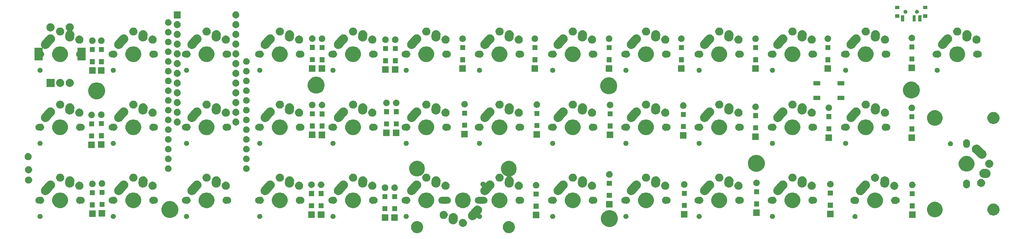
<source format=gbs>
G04 #@! TF.GenerationSoftware,KiCad,Pcbnew,(5.1.5-0-10_14)*
G04 #@! TF.CreationDate,2021-05-19T21:25:40+03:00*
G04 #@! TF.ProjectId,PRKL30,50524b4c-3330-42e6-9b69-6361645f7063,rev?*
G04 #@! TF.SameCoordinates,Original*
G04 #@! TF.FileFunction,Soldermask,Bot*
G04 #@! TF.FilePolarity,Negative*
%FSLAX46Y46*%
G04 Gerber Fmt 4.6, Leading zero omitted, Abs format (unit mm)*
G04 Created by KiCad (PCBNEW (5.1.5-0-10_14)) date 2021-05-19 21:25:40*
%MOMM*%
%LPD*%
G04 APERTURE LIST*
%ADD10C,0.100000*%
G04 APERTURE END LIST*
D10*
G36*
X178846601Y-110198024D02*
G01*
X179085411Y-110245526D01*
X179152907Y-110273484D01*
X179372041Y-110364252D01*
X179436663Y-110407431D01*
X179630004Y-110536617D01*
X179849383Y-110755996D01*
X179932203Y-110879946D01*
X180021748Y-111013959D01*
X180087556Y-111172835D01*
X180119366Y-111249629D01*
X180140474Y-111300590D01*
X180201000Y-111604875D01*
X180201000Y-111915125D01*
X180140474Y-112219410D01*
X180021748Y-112506041D01*
X180021747Y-112506042D01*
X179849383Y-112764004D01*
X179630004Y-112983383D01*
X179457639Y-113098553D01*
X179372041Y-113155748D01*
X179204137Y-113225296D01*
X179085411Y-113274474D01*
X178933267Y-113304737D01*
X178781125Y-113335000D01*
X178470875Y-113335000D01*
X178318733Y-113304737D01*
X178166589Y-113274474D01*
X178047863Y-113225296D01*
X177879959Y-113155748D01*
X177794361Y-113098553D01*
X177621996Y-112983383D01*
X177402617Y-112764004D01*
X177230253Y-112506042D01*
X177230252Y-112506041D01*
X177111526Y-112219410D01*
X177051000Y-111915125D01*
X177051000Y-111604875D01*
X177111526Y-111300590D01*
X177132635Y-111249629D01*
X177164444Y-111172835D01*
X177230252Y-111013959D01*
X177319797Y-110879946D01*
X177402617Y-110755996D01*
X177621996Y-110536617D01*
X177815337Y-110407431D01*
X177879959Y-110364252D01*
X178099093Y-110273484D01*
X178166589Y-110245526D01*
X178405399Y-110198024D01*
X178470875Y-110185000D01*
X178781125Y-110185000D01*
X178846601Y-110198024D01*
G37*
G36*
X154970601Y-110198024D02*
G01*
X155209411Y-110245526D01*
X155276907Y-110273484D01*
X155496041Y-110364252D01*
X155560663Y-110407431D01*
X155754004Y-110536617D01*
X155973383Y-110755996D01*
X156056203Y-110879946D01*
X156145748Y-111013959D01*
X156211556Y-111172835D01*
X156243366Y-111249629D01*
X156264474Y-111300590D01*
X156325000Y-111604875D01*
X156325000Y-111915125D01*
X156264474Y-112219410D01*
X156145748Y-112506041D01*
X156145747Y-112506042D01*
X155973383Y-112764004D01*
X155754004Y-112983383D01*
X155581639Y-113098553D01*
X155496041Y-113155748D01*
X155328137Y-113225296D01*
X155209411Y-113274474D01*
X155057267Y-113304737D01*
X154905125Y-113335000D01*
X154594875Y-113335000D01*
X154442733Y-113304737D01*
X154290589Y-113274474D01*
X154171863Y-113225296D01*
X154003959Y-113155748D01*
X153918361Y-113098553D01*
X153745996Y-112983383D01*
X153526617Y-112764004D01*
X153354253Y-112506042D01*
X153354252Y-112506041D01*
X153235526Y-112219410D01*
X153175000Y-111915125D01*
X153175000Y-111604875D01*
X153235526Y-111300590D01*
X153256635Y-111249629D01*
X153288444Y-111172835D01*
X153354252Y-111013959D01*
X153443797Y-110879946D01*
X153526617Y-110755996D01*
X153745996Y-110536617D01*
X153939337Y-110407431D01*
X154003959Y-110364252D01*
X154223093Y-110273484D01*
X154290589Y-110245526D01*
X154529399Y-110198024D01*
X154594875Y-110185000D01*
X154905125Y-110185000D01*
X154970601Y-110198024D01*
G37*
G36*
X205452007Y-107423582D02*
G01*
X205852563Y-107589498D01*
X205852565Y-107589499D01*
X206213056Y-107830371D01*
X206519629Y-108136944D01*
X206760501Y-108497435D01*
X206760502Y-108497437D01*
X206926418Y-108897993D01*
X207011000Y-109323219D01*
X207011000Y-109756781D01*
X206926418Y-110182007D01*
X206762868Y-110576850D01*
X206760501Y-110582565D01*
X206519629Y-110943056D01*
X206213056Y-111249629D01*
X205852565Y-111490501D01*
X205852564Y-111490502D01*
X205852563Y-111490502D01*
X205452007Y-111656418D01*
X205026781Y-111741000D01*
X204593219Y-111741000D01*
X204167993Y-111656418D01*
X203767437Y-111490502D01*
X203767436Y-111490502D01*
X203767435Y-111490501D01*
X203406944Y-111249629D01*
X203100371Y-110943056D01*
X202859499Y-110582565D01*
X202857132Y-110576850D01*
X202693582Y-110182007D01*
X202609000Y-109756781D01*
X202609000Y-109323219D01*
X202693582Y-108897993D01*
X202859498Y-108497437D01*
X202859499Y-108497435D01*
X203100371Y-108136944D01*
X203406944Y-107830371D01*
X203767435Y-107589499D01*
X203767437Y-107589498D01*
X204167993Y-107423582D01*
X204593219Y-107339000D01*
X205026781Y-107339000D01*
X205452007Y-107423582D01*
G37*
G36*
X166994564Y-109664389D02*
G01*
X167175111Y-109739174D01*
X167185835Y-109743616D01*
X167357973Y-109858635D01*
X167504365Y-110005027D01*
X167610495Y-110163861D01*
X167619385Y-110177167D01*
X167698611Y-110368436D01*
X167739000Y-110571484D01*
X167739000Y-110778516D01*
X167698611Y-110981564D01*
X167619385Y-111172833D01*
X167619384Y-111172835D01*
X167504365Y-111344973D01*
X167357973Y-111491365D01*
X167185835Y-111606384D01*
X167185834Y-111606385D01*
X167185833Y-111606385D01*
X166994564Y-111685611D01*
X166791516Y-111726000D01*
X166584484Y-111726000D01*
X166381436Y-111685611D01*
X166190167Y-111606385D01*
X166190166Y-111606385D01*
X166190165Y-111606384D01*
X166018027Y-111491365D01*
X165871635Y-111344973D01*
X165756616Y-111172835D01*
X165756615Y-111172833D01*
X165677389Y-110981564D01*
X165637000Y-110778516D01*
X165637000Y-110571484D01*
X165677389Y-110368436D01*
X165756615Y-110177167D01*
X165765506Y-110163861D01*
X165871635Y-110005027D01*
X166018027Y-109858635D01*
X166190165Y-109743616D01*
X166200889Y-109739174D01*
X166381436Y-109664389D01*
X166584484Y-109624000D01*
X166791516Y-109624000D01*
X166994564Y-109664389D01*
G37*
G36*
X164496829Y-108134380D02*
G01*
X164496831Y-108134381D01*
X164496833Y-108134381D01*
X164597555Y-108172592D01*
X164713419Y-108216547D01*
X164909818Y-108339389D01*
X165078477Y-108498186D01*
X165212915Y-108686836D01*
X165307967Y-108898089D01*
X165307968Y-108898093D01*
X165359980Y-109123825D01*
X165361969Y-109189890D01*
X165365206Y-109297348D01*
X165324288Y-109897554D01*
X165324000Y-109906032D01*
X165324000Y-109970826D01*
X165308167Y-110050423D01*
X165307515Y-110053982D01*
X165289078Y-110163861D01*
X165289077Y-110163865D01*
X165285466Y-110173383D01*
X165279743Y-110193323D01*
X165278807Y-110198027D01*
X165247511Y-110273583D01*
X165246183Y-110276931D01*
X165206911Y-110380451D01*
X165201571Y-110388988D01*
X165192074Y-110407419D01*
X165190158Y-110412045D01*
X165190156Y-110412048D01*
X165144131Y-110480929D01*
X165142118Y-110484041D01*
X165084069Y-110576850D01*
X165077316Y-110584023D01*
X165064407Y-110600245D01*
X165061461Y-110604654D01*
X165001704Y-110664411D01*
X164999115Y-110667080D01*
X164925272Y-110745509D01*
X164917519Y-110751034D01*
X164901674Y-110764441D01*
X164897654Y-110768461D01*
X164851175Y-110799516D01*
X164825637Y-110816580D01*
X164822604Y-110818674D01*
X164736623Y-110879947D01*
X164728292Y-110883696D01*
X164710145Y-110893750D01*
X164705047Y-110897157D01*
X164705046Y-110897158D01*
X164705045Y-110897158D01*
X164622698Y-110931267D01*
X164619366Y-110932706D01*
X164525370Y-110974999D01*
X164516916Y-110976947D01*
X164497162Y-110983266D01*
X164491027Y-110985807D01*
X164400967Y-111003721D01*
X164397287Y-111004511D01*
X164299633Y-111027011D01*
X164291478Y-111027257D01*
X164270856Y-111029602D01*
X164263826Y-111031000D01*
X164169060Y-111031000D01*
X164165303Y-111031057D01*
X164068087Y-111033985D01*
X164060559Y-111032722D01*
X164039888Y-111031000D01*
X164032174Y-111031000D01*
X163936267Y-111011923D01*
X163932669Y-111011263D01*
X163839629Y-110995652D01*
X163833007Y-110993140D01*
X163813064Y-110987416D01*
X163804973Y-110985807D01*
X163711889Y-110947250D01*
X163708522Y-110945914D01*
X163623039Y-110913485D01*
X163623034Y-110913483D01*
X163617485Y-110910012D01*
X163599044Y-110900509D01*
X163590955Y-110897158D01*
X163504869Y-110839637D01*
X163501800Y-110837654D01*
X163426640Y-110790643D01*
X163422230Y-110786491D01*
X163406001Y-110773576D01*
X163398346Y-110768461D01*
X163323416Y-110693531D01*
X163320743Y-110690938D01*
X163257981Y-110631846D01*
X163254727Y-110627280D01*
X163241321Y-110611436D01*
X163234539Y-110604654D01*
X163174504Y-110514805D01*
X163172366Y-110511707D01*
X163123543Y-110443197D01*
X163121393Y-110438418D01*
X163111343Y-110420278D01*
X163105842Y-110412045D01*
X163063846Y-110310657D01*
X163062362Y-110307222D01*
X163048757Y-110276984D01*
X163028491Y-110231944D01*
X163027379Y-110227118D01*
X163021058Y-110207357D01*
X163017193Y-110198026D01*
X162995561Y-110089275D01*
X162994775Y-110085614D01*
X162976478Y-110006206D01*
X162976335Y-110001454D01*
X162973991Y-109980835D01*
X162972000Y-109970825D01*
X162972000Y-109859359D01*
X162971944Y-109855653D01*
X162971252Y-109832685D01*
X162971712Y-109825934D01*
X162972000Y-109817468D01*
X162972000Y-109739172D01*
X162978995Y-109704004D01*
X162981107Y-109688131D01*
X163018653Y-109137379D01*
X163047380Y-108966171D01*
X163129546Y-108749581D01*
X163252389Y-108553182D01*
X163411186Y-108384523D01*
X163599835Y-108250085D01*
X163811088Y-108155033D01*
X164036825Y-108103020D01*
X164159787Y-108099317D01*
X164268371Y-108096047D01*
X164496829Y-108134380D01*
G37*
G36*
X149781000Y-110151000D02*
G01*
X148079000Y-110151000D01*
X148079000Y-108449000D01*
X149781000Y-108449000D01*
X149781000Y-110151000D01*
G37*
G36*
X147271000Y-110131000D02*
G01*
X145569000Y-110131000D01*
X145569000Y-108429000D01*
X147271000Y-108429000D01*
X147271000Y-110131000D01*
G37*
G36*
X170665522Y-106145245D02*
G01*
X170890511Y-106200404D01*
X170931154Y-106219378D01*
X171100420Y-106298398D01*
X171188958Y-106363377D01*
X171287171Y-106435455D01*
X171443597Y-106606315D01*
X171563686Y-106804409D01*
X171642821Y-107022125D01*
X171642821Y-107022126D01*
X171677960Y-107251092D01*
X171677960Y-107251096D01*
X171667755Y-107482522D01*
X171612596Y-107707512D01*
X171549808Y-107842007D01*
X171514604Y-107917418D01*
X171502404Y-107934041D01*
X171411891Y-108057372D01*
X171411885Y-108057379D01*
X171411884Y-108057380D01*
X171275249Y-108209662D01*
X171260751Y-108229416D01*
X171250385Y-108251620D01*
X171244550Y-108275419D01*
X171243471Y-108299900D01*
X171247188Y-108324120D01*
X171255559Y-108347150D01*
X171268262Y-108368105D01*
X171284809Y-108386178D01*
X171298841Y-108397073D01*
X171406987Y-108469334D01*
X171497665Y-108560012D01*
X171568910Y-108666638D01*
X171617983Y-108785110D01*
X171643000Y-108910881D01*
X171643000Y-109039119D01*
X171634192Y-109083401D01*
X171617983Y-109164890D01*
X171568909Y-109283364D01*
X171497665Y-109389988D01*
X171406988Y-109480665D01*
X171300364Y-109551909D01*
X171300363Y-109551910D01*
X171300362Y-109551910D01*
X171181890Y-109600983D01*
X171056119Y-109626000D01*
X170927881Y-109626000D01*
X170802110Y-109600983D01*
X170683638Y-109551910D01*
X170683637Y-109551910D01*
X170683636Y-109551909D01*
X170577012Y-109480665D01*
X170486335Y-109389988D01*
X170460481Y-109351295D01*
X170444936Y-109332353D01*
X170425994Y-109316808D01*
X170404383Y-109305257D01*
X170380934Y-109298144D01*
X170356548Y-109295742D01*
X170332162Y-109298144D01*
X170308713Y-109305257D01*
X170287102Y-109316808D01*
X170263512Y-109337262D01*
X170193772Y-109414988D01*
X170125164Y-109491452D01*
X170114273Y-109505479D01*
X170101459Y-109524656D01*
X170044599Y-109581516D01*
X170039952Y-109586423D01*
X170024739Y-109603378D01*
X170003056Y-109623230D01*
X169999117Y-109626998D01*
X169937655Y-109688460D01*
X169923931Y-109697630D01*
X169908976Y-109709362D01*
X169896695Y-109720605D01*
X169821918Y-109765937D01*
X169817350Y-109768845D01*
X169745045Y-109817158D01*
X169729776Y-109823483D01*
X169712851Y-109832055D01*
X169698601Y-109840694D01*
X169616434Y-109870559D01*
X169611392Y-109872519D01*
X169531027Y-109905807D01*
X169514822Y-109909030D01*
X169496527Y-109914142D01*
X169480885Y-109919828D01*
X169394547Y-109933078D01*
X169389130Y-109934032D01*
X169303827Y-109951000D01*
X169287305Y-109951000D01*
X169268343Y-109952447D01*
X169251918Y-109954968D01*
X169251914Y-109954968D01*
X169164654Y-109951120D01*
X169159186Y-109951000D01*
X169072173Y-109951000D01*
X169055955Y-109947774D01*
X169037095Y-109945495D01*
X169020489Y-109944763D01*
X168935679Y-109923971D01*
X168930386Y-109922797D01*
X168861171Y-109909029D01*
X168844972Y-109905807D01*
X168829679Y-109899472D01*
X168811620Y-109893556D01*
X168795499Y-109889604D01*
X168716440Y-109852696D01*
X168711469Y-109850508D01*
X168630955Y-109817158D01*
X168617171Y-109807948D01*
X168600615Y-109798625D01*
X168585594Y-109791612D01*
X168515331Y-109740046D01*
X168510832Y-109736894D01*
X168438346Y-109688461D01*
X168426616Y-109676731D01*
X168412185Y-109664347D01*
X168398843Y-109654555D01*
X168398840Y-109654553D01*
X168340021Y-109590307D01*
X168336236Y-109586351D01*
X168274541Y-109524656D01*
X168265314Y-109510847D01*
X168253586Y-109495897D01*
X168242413Y-109483693D01*
X168197273Y-109409232D01*
X168194359Y-109404656D01*
X168145842Y-109332045D01*
X168139478Y-109316682D01*
X168130900Y-109299745D01*
X168122324Y-109285599D01*
X168092591Y-109203797D01*
X168090637Y-109198767D01*
X168057193Y-109118027D01*
X168053947Y-109101709D01*
X168048833Y-109083408D01*
X168043190Y-109067883D01*
X168030003Y-108981957D01*
X168029048Y-108976533D01*
X168012000Y-108890827D01*
X168012000Y-108874186D01*
X168010553Y-108855224D01*
X168008050Y-108838916D01*
X168009320Y-108810110D01*
X168011880Y-108752060D01*
X168012000Y-108746592D01*
X168012000Y-108659173D01*
X168015249Y-108642839D01*
X168017528Y-108623980D01*
X168018255Y-108607487D01*
X168038956Y-108523050D01*
X168040131Y-108517752D01*
X168057193Y-108431973D01*
X168063576Y-108416564D01*
X168069487Y-108398516D01*
X168073414Y-108382497D01*
X168110173Y-108303757D01*
X168112354Y-108298801D01*
X168145842Y-108217955D01*
X168155106Y-108204091D01*
X168164434Y-108187527D01*
X168171405Y-108172594D01*
X168183126Y-108156623D01*
X168222801Y-108102563D01*
X168225940Y-108098080D01*
X168274539Y-108025346D01*
X168331728Y-107968157D01*
X168336378Y-107963247D01*
X169661261Y-106486640D01*
X169661267Y-106486635D01*
X169661271Y-106486630D01*
X169789314Y-106369403D01*
X169987408Y-106249314D01*
X170205124Y-106170179D01*
X170288166Y-106157435D01*
X170434091Y-106135040D01*
X170434095Y-106135040D01*
X170665522Y-106145245D01*
G37*
G36*
X268869890Y-108374017D02*
G01*
X268895254Y-108384523D01*
X268988364Y-108423091D01*
X269094988Y-108494335D01*
X269185665Y-108585012D01*
X269253702Y-108686836D01*
X269256910Y-108691638D01*
X269305983Y-108810110D01*
X269331000Y-108935881D01*
X269331000Y-109064119D01*
X269305983Y-109189890D01*
X269267265Y-109283364D01*
X269256909Y-109308364D01*
X269185665Y-109414988D01*
X269094988Y-109505665D01*
X268988364Y-109576909D01*
X268988363Y-109576910D01*
X268988362Y-109576910D01*
X268869890Y-109625983D01*
X268744119Y-109651000D01*
X268615881Y-109651000D01*
X268490110Y-109625983D01*
X268371638Y-109576910D01*
X268371637Y-109576910D01*
X268371636Y-109576909D01*
X268265012Y-109505665D01*
X268174335Y-109414988D01*
X268103091Y-109308364D01*
X268092736Y-109283364D01*
X268054017Y-109189890D01*
X268029000Y-109064119D01*
X268029000Y-108935881D01*
X268054017Y-108810110D01*
X268103090Y-108691638D01*
X268106299Y-108686836D01*
X268174335Y-108585012D01*
X268265012Y-108494335D01*
X268371636Y-108423091D01*
X268464747Y-108384523D01*
X268490110Y-108374017D01*
X268615881Y-108349000D01*
X268744119Y-108349000D01*
X268869890Y-108374017D01*
G37*
G36*
X56882390Y-108349017D02*
G01*
X56998407Y-108397073D01*
X57000864Y-108398091D01*
X57107487Y-108469334D01*
X57198165Y-108560012D01*
X57269410Y-108666638D01*
X57318483Y-108785110D01*
X57343500Y-108910881D01*
X57343500Y-109039119D01*
X57334692Y-109083401D01*
X57318483Y-109164890D01*
X57269409Y-109283364D01*
X57198165Y-109389988D01*
X57107488Y-109480665D01*
X57000864Y-109551909D01*
X57000863Y-109551910D01*
X57000862Y-109551910D01*
X56882390Y-109600983D01*
X56756619Y-109626000D01*
X56628381Y-109626000D01*
X56502610Y-109600983D01*
X56384138Y-109551910D01*
X56384137Y-109551910D01*
X56384136Y-109551909D01*
X56277512Y-109480665D01*
X56186835Y-109389988D01*
X56115591Y-109283364D01*
X56066517Y-109164890D01*
X56050308Y-109083401D01*
X56041500Y-109039119D01*
X56041500Y-108910881D01*
X56066517Y-108785110D01*
X56115590Y-108666638D01*
X56186835Y-108560012D01*
X56277513Y-108469334D01*
X56384136Y-108398091D01*
X56386594Y-108397073D01*
X56502610Y-108349017D01*
X56628381Y-108324000D01*
X56756619Y-108324000D01*
X56882390Y-108349017D01*
G37*
G36*
X152131890Y-108349017D02*
G01*
X152247907Y-108397073D01*
X152250364Y-108398091D01*
X152356987Y-108469334D01*
X152447665Y-108560012D01*
X152518910Y-108666638D01*
X152567983Y-108785110D01*
X152593000Y-108910881D01*
X152593000Y-109039119D01*
X152584192Y-109083401D01*
X152567983Y-109164890D01*
X152518909Y-109283364D01*
X152447665Y-109389988D01*
X152356988Y-109480665D01*
X152250364Y-109551909D01*
X152250363Y-109551910D01*
X152250362Y-109551910D01*
X152131890Y-109600983D01*
X152006119Y-109626000D01*
X151877881Y-109626000D01*
X151752110Y-109600983D01*
X151633638Y-109551910D01*
X151633637Y-109551910D01*
X151633636Y-109551909D01*
X151527012Y-109480665D01*
X151436335Y-109389988D01*
X151365091Y-109283364D01*
X151316017Y-109164890D01*
X151299808Y-109083401D01*
X151291000Y-109039119D01*
X151291000Y-108910881D01*
X151316017Y-108785110D01*
X151365090Y-108666638D01*
X151436335Y-108560012D01*
X151527013Y-108469334D01*
X151633636Y-108398091D01*
X151636094Y-108397073D01*
X151752110Y-108349017D01*
X151877881Y-108324000D01*
X152006119Y-108324000D01*
X152131890Y-108349017D01*
G37*
G36*
X247381890Y-108349017D02*
G01*
X247497907Y-108397073D01*
X247500364Y-108398091D01*
X247606987Y-108469334D01*
X247697665Y-108560012D01*
X247768910Y-108666638D01*
X247817983Y-108785110D01*
X247843000Y-108910881D01*
X247843000Y-109039119D01*
X247834192Y-109083401D01*
X247817983Y-109164890D01*
X247768909Y-109283364D01*
X247697665Y-109389988D01*
X247606988Y-109480665D01*
X247500364Y-109551909D01*
X247500363Y-109551910D01*
X247500362Y-109551910D01*
X247381890Y-109600983D01*
X247256119Y-109626000D01*
X247127881Y-109626000D01*
X247002110Y-109600983D01*
X246883638Y-109551910D01*
X246883637Y-109551910D01*
X246883636Y-109551909D01*
X246777012Y-109480665D01*
X246686335Y-109389988D01*
X246615091Y-109283364D01*
X246566017Y-109164890D01*
X246549808Y-109083401D01*
X246541000Y-109039119D01*
X246541000Y-108910881D01*
X246566017Y-108785110D01*
X246615090Y-108666638D01*
X246686335Y-108560012D01*
X246777013Y-108469334D01*
X246883636Y-108398091D01*
X246886094Y-108397073D01*
X247002110Y-108349017D01*
X247127881Y-108324000D01*
X247256119Y-108324000D01*
X247381890Y-108349017D01*
G37*
G36*
X228331890Y-108349017D02*
G01*
X228447907Y-108397073D01*
X228450364Y-108398091D01*
X228556987Y-108469334D01*
X228647665Y-108560012D01*
X228718910Y-108666638D01*
X228767983Y-108785110D01*
X228793000Y-108910881D01*
X228793000Y-109039119D01*
X228784192Y-109083401D01*
X228767983Y-109164890D01*
X228718909Y-109283364D01*
X228647665Y-109389988D01*
X228556988Y-109480665D01*
X228450364Y-109551909D01*
X228450363Y-109551910D01*
X228450362Y-109551910D01*
X228331890Y-109600983D01*
X228206119Y-109626000D01*
X228077881Y-109626000D01*
X227952110Y-109600983D01*
X227833638Y-109551910D01*
X227833637Y-109551910D01*
X227833636Y-109551909D01*
X227727012Y-109480665D01*
X227636335Y-109389988D01*
X227565091Y-109283364D01*
X227516017Y-109164890D01*
X227499808Y-109083401D01*
X227491000Y-109039119D01*
X227491000Y-108910881D01*
X227516017Y-108785110D01*
X227565090Y-108666638D01*
X227636335Y-108560012D01*
X227727013Y-108469334D01*
X227833636Y-108398091D01*
X227836094Y-108397073D01*
X227952110Y-108349017D01*
X228077881Y-108324000D01*
X228206119Y-108324000D01*
X228331890Y-108349017D01*
G37*
G36*
X209281890Y-108349017D02*
G01*
X209397907Y-108397073D01*
X209400364Y-108398091D01*
X209506987Y-108469334D01*
X209597665Y-108560012D01*
X209668910Y-108666638D01*
X209717983Y-108785110D01*
X209743000Y-108910881D01*
X209743000Y-109039119D01*
X209734192Y-109083401D01*
X209717983Y-109164890D01*
X209668909Y-109283364D01*
X209597665Y-109389988D01*
X209506988Y-109480665D01*
X209400364Y-109551909D01*
X209400363Y-109551910D01*
X209400362Y-109551910D01*
X209281890Y-109600983D01*
X209156119Y-109626000D01*
X209027881Y-109626000D01*
X208902110Y-109600983D01*
X208783638Y-109551910D01*
X208783637Y-109551910D01*
X208783636Y-109551909D01*
X208677012Y-109480665D01*
X208586335Y-109389988D01*
X208515091Y-109283364D01*
X208466017Y-109164890D01*
X208449808Y-109083401D01*
X208441000Y-109039119D01*
X208441000Y-108910881D01*
X208466017Y-108785110D01*
X208515090Y-108666638D01*
X208586335Y-108560012D01*
X208677013Y-108469334D01*
X208783636Y-108398091D01*
X208786094Y-108397073D01*
X208902110Y-108349017D01*
X209027881Y-108324000D01*
X209156119Y-108324000D01*
X209281890Y-108349017D01*
G37*
G36*
X190231890Y-108349017D02*
G01*
X190347907Y-108397073D01*
X190350364Y-108398091D01*
X190456987Y-108469334D01*
X190547665Y-108560012D01*
X190618910Y-108666638D01*
X190667983Y-108785110D01*
X190693000Y-108910881D01*
X190693000Y-109039119D01*
X190684192Y-109083401D01*
X190667983Y-109164890D01*
X190618909Y-109283364D01*
X190547665Y-109389988D01*
X190456988Y-109480665D01*
X190350364Y-109551909D01*
X190350363Y-109551910D01*
X190350362Y-109551910D01*
X190231890Y-109600983D01*
X190106119Y-109626000D01*
X189977881Y-109626000D01*
X189852110Y-109600983D01*
X189733638Y-109551910D01*
X189733637Y-109551910D01*
X189733636Y-109551909D01*
X189627012Y-109480665D01*
X189536335Y-109389988D01*
X189465091Y-109283364D01*
X189416017Y-109164890D01*
X189399808Y-109083401D01*
X189391000Y-109039119D01*
X189391000Y-108910881D01*
X189416017Y-108785110D01*
X189465090Y-108666638D01*
X189536335Y-108560012D01*
X189627013Y-108469334D01*
X189733636Y-108398091D01*
X189736094Y-108397073D01*
X189852110Y-108349017D01*
X189977881Y-108324000D01*
X190106119Y-108324000D01*
X190231890Y-108349017D01*
G37*
G36*
X94981890Y-108349017D02*
G01*
X95097907Y-108397073D01*
X95100364Y-108398091D01*
X95206987Y-108469334D01*
X95297665Y-108560012D01*
X95368910Y-108666638D01*
X95417983Y-108785110D01*
X95443000Y-108910881D01*
X95443000Y-109039119D01*
X95434192Y-109083401D01*
X95417983Y-109164890D01*
X95368909Y-109283364D01*
X95297665Y-109389988D01*
X95206988Y-109480665D01*
X95100364Y-109551909D01*
X95100363Y-109551910D01*
X95100362Y-109551910D01*
X94981890Y-109600983D01*
X94856119Y-109626000D01*
X94727881Y-109626000D01*
X94602110Y-109600983D01*
X94483638Y-109551910D01*
X94483637Y-109551910D01*
X94483636Y-109551909D01*
X94377012Y-109480665D01*
X94286335Y-109389988D01*
X94215091Y-109283364D01*
X94166017Y-109164890D01*
X94149808Y-109083401D01*
X94141000Y-109039119D01*
X94141000Y-108910881D01*
X94166017Y-108785110D01*
X94215090Y-108666638D01*
X94286335Y-108560012D01*
X94377013Y-108469334D01*
X94483636Y-108398091D01*
X94486094Y-108397073D01*
X94602110Y-108349017D01*
X94727881Y-108324000D01*
X94856119Y-108324000D01*
X94981890Y-108349017D01*
G37*
G36*
X133081890Y-108349017D02*
G01*
X133197907Y-108397073D01*
X133200364Y-108398091D01*
X133306987Y-108469334D01*
X133397665Y-108560012D01*
X133468910Y-108666638D01*
X133517983Y-108785110D01*
X133543000Y-108910881D01*
X133543000Y-109039119D01*
X133534192Y-109083401D01*
X133517983Y-109164890D01*
X133468909Y-109283364D01*
X133397665Y-109389988D01*
X133306988Y-109480665D01*
X133200364Y-109551909D01*
X133200363Y-109551910D01*
X133200362Y-109551910D01*
X133081890Y-109600983D01*
X132956119Y-109626000D01*
X132827881Y-109626000D01*
X132702110Y-109600983D01*
X132583638Y-109551910D01*
X132583637Y-109551910D01*
X132583636Y-109551909D01*
X132477012Y-109480665D01*
X132386335Y-109389988D01*
X132315091Y-109283364D01*
X132266017Y-109164890D01*
X132249808Y-109083401D01*
X132241000Y-109039119D01*
X132241000Y-108910881D01*
X132266017Y-108785110D01*
X132315090Y-108666638D01*
X132386335Y-108560012D01*
X132477013Y-108469334D01*
X132583636Y-108398091D01*
X132586094Y-108397073D01*
X132702110Y-108349017D01*
X132827881Y-108324000D01*
X132956119Y-108324000D01*
X133081890Y-108349017D01*
G37*
G36*
X114031890Y-108349017D02*
G01*
X114147907Y-108397073D01*
X114150364Y-108398091D01*
X114256987Y-108469334D01*
X114347665Y-108560012D01*
X114418910Y-108666638D01*
X114467983Y-108785110D01*
X114493000Y-108910881D01*
X114493000Y-109039119D01*
X114484192Y-109083401D01*
X114467983Y-109164890D01*
X114418909Y-109283364D01*
X114347665Y-109389988D01*
X114256988Y-109480665D01*
X114150364Y-109551909D01*
X114150363Y-109551910D01*
X114150362Y-109551910D01*
X114031890Y-109600983D01*
X113906119Y-109626000D01*
X113777881Y-109626000D01*
X113652110Y-109600983D01*
X113533638Y-109551910D01*
X113533637Y-109551910D01*
X113533636Y-109551909D01*
X113427012Y-109480665D01*
X113336335Y-109389988D01*
X113265091Y-109283364D01*
X113216017Y-109164890D01*
X113199808Y-109083401D01*
X113191000Y-109039119D01*
X113191000Y-108910881D01*
X113216017Y-108785110D01*
X113265090Y-108666638D01*
X113336335Y-108560012D01*
X113427013Y-108469334D01*
X113533636Y-108398091D01*
X113536094Y-108397073D01*
X113652110Y-108349017D01*
X113777881Y-108324000D01*
X113906119Y-108324000D01*
X114031890Y-108349017D01*
G37*
G36*
X161994564Y-107564389D02*
G01*
X162185833Y-107643615D01*
X162185835Y-107643616D01*
X162357973Y-107758635D01*
X162504365Y-107905027D01*
X162606159Y-108057372D01*
X162619385Y-108077167D01*
X162698611Y-108268436D01*
X162739000Y-108471484D01*
X162739000Y-108678516D01*
X162698611Y-108881564D01*
X162622995Y-109064118D01*
X162619384Y-109072835D01*
X162504365Y-109244973D01*
X162357973Y-109391365D01*
X162185835Y-109506384D01*
X162185834Y-109506385D01*
X162185833Y-109506385D01*
X161994564Y-109585611D01*
X161791516Y-109626000D01*
X161584484Y-109626000D01*
X161381436Y-109585611D01*
X161190167Y-109506385D01*
X161190166Y-109506385D01*
X161190165Y-109506384D01*
X161018027Y-109391365D01*
X160871635Y-109244973D01*
X160756616Y-109072835D01*
X160753005Y-109064118D01*
X160677389Y-108881564D01*
X160637000Y-108678516D01*
X160637000Y-108471484D01*
X160677389Y-108268436D01*
X160756615Y-108077167D01*
X160769842Y-108057372D01*
X160871635Y-107905027D01*
X161018027Y-107758635D01*
X161190165Y-107643616D01*
X161190167Y-107643615D01*
X161381436Y-107564389D01*
X161584484Y-107524000D01*
X161791516Y-107524000D01*
X161994564Y-107564389D01*
G37*
G36*
X75932390Y-108349017D02*
G01*
X76048407Y-108397073D01*
X76050864Y-108398091D01*
X76157487Y-108469334D01*
X76248165Y-108560012D01*
X76319410Y-108666638D01*
X76368483Y-108785110D01*
X76393500Y-108910881D01*
X76393500Y-109039119D01*
X76384692Y-109083401D01*
X76368483Y-109164890D01*
X76319409Y-109283364D01*
X76248165Y-109389988D01*
X76157488Y-109480665D01*
X76050864Y-109551909D01*
X76050863Y-109551910D01*
X76050862Y-109551910D01*
X75932390Y-109600983D01*
X75806619Y-109626000D01*
X75678381Y-109626000D01*
X75552610Y-109600983D01*
X75434138Y-109551910D01*
X75434137Y-109551910D01*
X75434136Y-109551909D01*
X75327512Y-109480665D01*
X75236835Y-109389988D01*
X75165591Y-109283364D01*
X75116517Y-109164890D01*
X75100308Y-109083401D01*
X75091500Y-109039119D01*
X75091500Y-108910881D01*
X75116517Y-108785110D01*
X75165590Y-108666638D01*
X75236835Y-108560012D01*
X75327513Y-108469334D01*
X75434136Y-108398091D01*
X75436594Y-108397073D01*
X75552610Y-108349017D01*
X75678381Y-108324000D01*
X75806619Y-108324000D01*
X75932390Y-108349017D01*
G37*
G36*
X186591000Y-109493000D02*
G01*
X184889000Y-109493000D01*
X184889000Y-107791000D01*
X186591000Y-107791000D01*
X186591000Y-109493000D01*
G37*
G36*
X284417000Y-109407000D02*
G01*
X282715000Y-109407000D01*
X282715000Y-107705000D01*
X284417000Y-107705000D01*
X284417000Y-109407000D01*
G37*
G36*
X91092007Y-105083582D02*
G01*
X91492563Y-105249498D01*
X91492565Y-105249499D01*
X91853056Y-105490371D01*
X92159629Y-105796944D01*
X92347790Y-106078548D01*
X92400502Y-106157437D01*
X92566418Y-106557993D01*
X92651000Y-106983219D01*
X92651000Y-107416781D01*
X92566418Y-107842007D01*
X92400502Y-108242563D01*
X92400501Y-108242565D01*
X92159629Y-108603056D01*
X91853056Y-108909629D01*
X91492565Y-109150501D01*
X91492564Y-109150502D01*
X91492563Y-109150502D01*
X91092007Y-109316418D01*
X90666781Y-109401000D01*
X90233219Y-109401000D01*
X89807993Y-109316418D01*
X89407437Y-109150502D01*
X89407436Y-109150502D01*
X89407435Y-109150501D01*
X89046944Y-108909629D01*
X88740371Y-108603056D01*
X88499499Y-108242565D01*
X88499498Y-108242563D01*
X88333582Y-107842007D01*
X88249000Y-107416781D01*
X88249000Y-106983219D01*
X88333582Y-106557993D01*
X88499498Y-106157437D01*
X88552210Y-106078548D01*
X88740371Y-105796944D01*
X89046944Y-105490371D01*
X89407435Y-105249499D01*
X89407437Y-105249498D01*
X89807993Y-105083582D01*
X90233219Y-104999000D01*
X90666781Y-104999000D01*
X91092007Y-105083582D01*
G37*
G36*
X128151000Y-109351000D02*
G01*
X126449000Y-109351000D01*
X126449000Y-107649000D01*
X128151000Y-107649000D01*
X128151000Y-109351000D01*
G37*
G36*
X130651000Y-109351000D02*
G01*
X128949000Y-109351000D01*
X128949000Y-107649000D01*
X130651000Y-107649000D01*
X130651000Y-109351000D01*
G37*
G36*
X225133000Y-109309000D02*
G01*
X223431000Y-109309000D01*
X223431000Y-107607000D01*
X225133000Y-107607000D01*
X225133000Y-109309000D01*
G37*
G36*
X290041474Y-105221684D02*
G01*
X290259474Y-105311983D01*
X290413623Y-105375833D01*
X290748548Y-105599623D01*
X291033377Y-105884452D01*
X291257167Y-106219377D01*
X291321017Y-106373526D01*
X291411316Y-106591526D01*
X291489900Y-106986594D01*
X291489900Y-107389406D01*
X291411316Y-107784474D01*
X291349363Y-107934041D01*
X291257167Y-108156623D01*
X291033377Y-108491548D01*
X290748548Y-108776377D01*
X290413623Y-109000167D01*
X290259474Y-109064017D01*
X290041474Y-109154316D01*
X289646406Y-109232900D01*
X289243594Y-109232900D01*
X288848526Y-109154316D01*
X288630526Y-109064017D01*
X288476377Y-109000167D01*
X288141452Y-108776377D01*
X287856623Y-108491548D01*
X287632833Y-108156623D01*
X287540637Y-107934041D01*
X287478684Y-107784474D01*
X287400100Y-107389406D01*
X287400100Y-106986594D01*
X287478684Y-106591526D01*
X287568983Y-106373526D01*
X287632833Y-106219377D01*
X287856623Y-105884452D01*
X288141452Y-105599623D01*
X288476377Y-105375833D01*
X288630526Y-105311983D01*
X288848526Y-105221684D01*
X289243594Y-105143100D01*
X289646406Y-105143100D01*
X290041474Y-105221684D01*
G37*
G36*
X263127000Y-109227000D02*
G01*
X261425000Y-109227000D01*
X261425000Y-107525000D01*
X263127000Y-107525000D01*
X263127000Y-109227000D01*
G37*
G36*
X71151000Y-109151000D02*
G01*
X69449000Y-109151000D01*
X69449000Y-107449000D01*
X71151000Y-107449000D01*
X71151000Y-109151000D01*
G37*
G36*
X73651000Y-109051000D02*
G01*
X71949000Y-109051000D01*
X71949000Y-107349000D01*
X73651000Y-107349000D01*
X73651000Y-109051000D01*
G37*
G36*
X243929000Y-108891000D02*
G01*
X242227000Y-108891000D01*
X242227000Y-107189000D01*
X243929000Y-107189000D01*
X243929000Y-108891000D01*
G37*
G36*
X304982776Y-105641375D02*
G01*
X305144411Y-105673526D01*
X305263137Y-105722704D01*
X305431041Y-105792252D01*
X305516639Y-105849447D01*
X305689004Y-105964617D01*
X305908383Y-106183996D01*
X305988567Y-106304000D01*
X306080748Y-106441959D01*
X306140895Y-106587167D01*
X306199474Y-106728589D01*
X306229737Y-106880733D01*
X306247096Y-106968000D01*
X306260000Y-107032876D01*
X306260000Y-107343124D01*
X306199474Y-107647411D01*
X306175620Y-107705000D01*
X306080748Y-107934041D01*
X306080747Y-107934042D01*
X305908383Y-108192004D01*
X305689004Y-108411383D01*
X305529811Y-108517752D01*
X305431041Y-108583748D01*
X305288382Y-108642839D01*
X305144411Y-108702474D01*
X305035221Y-108724193D01*
X304840125Y-108763000D01*
X304529875Y-108763000D01*
X304334779Y-108724193D01*
X304225589Y-108702474D01*
X304081618Y-108642839D01*
X303938959Y-108583748D01*
X303840189Y-108517752D01*
X303680996Y-108411383D01*
X303461617Y-108192004D01*
X303289253Y-107934042D01*
X303289252Y-107934041D01*
X303194380Y-107705000D01*
X303170526Y-107647411D01*
X303110000Y-107343124D01*
X303110000Y-107032876D01*
X303122905Y-106968000D01*
X303140263Y-106880733D01*
X303170526Y-106728589D01*
X303229105Y-106587167D01*
X303289252Y-106441959D01*
X303381433Y-106304000D01*
X303461617Y-106183996D01*
X303680996Y-105964617D01*
X303853361Y-105849447D01*
X303938959Y-105792252D01*
X304106863Y-105722704D01*
X304225589Y-105673526D01*
X304387224Y-105641375D01*
X304529875Y-105613000D01*
X304840125Y-105613000D01*
X304982776Y-105641375D01*
G37*
G36*
X149581000Y-107626000D02*
G01*
X148279000Y-107626000D01*
X148279000Y-106324000D01*
X149581000Y-106324000D01*
X149581000Y-107626000D01*
G37*
G36*
X147071000Y-107606000D02*
G01*
X145769000Y-107606000D01*
X145769000Y-106304000D01*
X147071000Y-106304000D01*
X147071000Y-107606000D01*
G37*
G36*
X186391000Y-106968000D02*
G01*
X185089000Y-106968000D01*
X185089000Y-105666000D01*
X186391000Y-105666000D01*
X186391000Y-106968000D01*
G37*
G36*
X284217000Y-106882000D02*
G01*
X282915000Y-106882000D01*
X282915000Y-105580000D01*
X284217000Y-105580000D01*
X284217000Y-106882000D01*
G37*
G36*
X274496474Y-102833684D02*
G01*
X274714474Y-102923983D01*
X274868623Y-102987833D01*
X275203548Y-103211623D01*
X275488377Y-103496452D01*
X275712167Y-103831377D01*
X275744562Y-103909586D01*
X275866316Y-104203526D01*
X275944900Y-104598594D01*
X275944900Y-105001406D01*
X275866316Y-105396474D01*
X275790297Y-105580000D01*
X275712167Y-105768623D01*
X275488377Y-106103548D01*
X275203548Y-106388377D01*
X274868623Y-106612167D01*
X274736244Y-106667000D01*
X274496474Y-106766316D01*
X274101406Y-106844900D01*
X273698594Y-106844900D01*
X273303526Y-106766316D01*
X273063756Y-106667000D01*
X272931377Y-106612167D01*
X272596452Y-106388377D01*
X272311623Y-106103548D01*
X272087833Y-105768623D01*
X272009703Y-105580000D01*
X271933684Y-105396474D01*
X271855100Y-105001406D01*
X271855100Y-104598594D01*
X271933684Y-104203526D01*
X272055438Y-103909586D01*
X272087833Y-103831377D01*
X272311623Y-103496452D01*
X272596452Y-103211623D01*
X272931377Y-102987833D01*
X273085526Y-102923983D01*
X273303526Y-102833684D01*
X273698594Y-102755100D01*
X274101406Y-102755100D01*
X274496474Y-102833684D01*
G37*
G36*
X130451000Y-106826000D02*
G01*
X129149000Y-106826000D01*
X129149000Y-105524000D01*
X130451000Y-105524000D01*
X130451000Y-106826000D01*
G37*
G36*
X127951000Y-106826000D02*
G01*
X126649000Y-106826000D01*
X126649000Y-105524000D01*
X127951000Y-105524000D01*
X127951000Y-106826000D01*
G37*
G36*
X81558974Y-102808684D02*
G01*
X81776974Y-102898983D01*
X81931123Y-102962833D01*
X82266048Y-103186623D01*
X82550877Y-103471452D01*
X82774667Y-103806377D01*
X82815735Y-103905525D01*
X82928816Y-104178526D01*
X83007400Y-104573594D01*
X83007400Y-104976406D01*
X82928816Y-105371474D01*
X82845152Y-105573456D01*
X82774667Y-105743623D01*
X82550877Y-106078548D01*
X82266048Y-106363377D01*
X81931123Y-106587167D01*
X81884895Y-106606315D01*
X81558974Y-106741316D01*
X81163906Y-106819900D01*
X80761094Y-106819900D01*
X80366026Y-106741316D01*
X80040105Y-106606315D01*
X79993877Y-106587167D01*
X79658952Y-106363377D01*
X79374123Y-106078548D01*
X79150333Y-105743623D01*
X79079848Y-105573456D01*
X78996184Y-105371474D01*
X78917600Y-104976406D01*
X78917600Y-104573594D01*
X78996184Y-104178526D01*
X79109265Y-103905525D01*
X79150333Y-103806377D01*
X79374123Y-103471452D01*
X79658952Y-103186623D01*
X79993877Y-102962833D01*
X80148026Y-102898983D01*
X80366026Y-102808684D01*
X80761094Y-102730100D01*
X81163906Y-102730100D01*
X81558974Y-102808684D01*
G37*
G36*
X195858474Y-102808684D02*
G01*
X196076474Y-102898983D01*
X196230623Y-102962833D01*
X196565548Y-103186623D01*
X196850377Y-103471452D01*
X197074167Y-103806377D01*
X197115235Y-103905525D01*
X197228316Y-104178526D01*
X197306900Y-104573594D01*
X197306900Y-104976406D01*
X197228316Y-105371474D01*
X197144652Y-105573456D01*
X197074167Y-105743623D01*
X196850377Y-106078548D01*
X196565548Y-106363377D01*
X196230623Y-106587167D01*
X196184395Y-106606315D01*
X195858474Y-106741316D01*
X195463406Y-106819900D01*
X195060594Y-106819900D01*
X194665526Y-106741316D01*
X194339605Y-106606315D01*
X194293377Y-106587167D01*
X193958452Y-106363377D01*
X193673623Y-106078548D01*
X193449833Y-105743623D01*
X193379348Y-105573456D01*
X193295684Y-105371474D01*
X193217100Y-104976406D01*
X193217100Y-104573594D01*
X193295684Y-104178526D01*
X193408765Y-103905525D01*
X193449833Y-103806377D01*
X193673623Y-103471452D01*
X193958452Y-103186623D01*
X194293377Y-102962833D01*
X194447526Y-102898983D01*
X194665526Y-102808684D01*
X195060594Y-102730100D01*
X195463406Y-102730100D01*
X195858474Y-102808684D01*
G37*
G36*
X214908474Y-102808684D02*
G01*
X215126474Y-102898983D01*
X215280623Y-102962833D01*
X215615548Y-103186623D01*
X215900377Y-103471452D01*
X216124167Y-103806377D01*
X216165235Y-103905525D01*
X216278316Y-104178526D01*
X216356900Y-104573594D01*
X216356900Y-104976406D01*
X216278316Y-105371474D01*
X216194652Y-105573456D01*
X216124167Y-105743623D01*
X215900377Y-106078548D01*
X215615548Y-106363377D01*
X215280623Y-106587167D01*
X215234395Y-106606315D01*
X214908474Y-106741316D01*
X214513406Y-106819900D01*
X214110594Y-106819900D01*
X213715526Y-106741316D01*
X213389605Y-106606315D01*
X213343377Y-106587167D01*
X213008452Y-106363377D01*
X212723623Y-106078548D01*
X212499833Y-105743623D01*
X212429348Y-105573456D01*
X212345684Y-105371474D01*
X212267100Y-104976406D01*
X212267100Y-104573594D01*
X212345684Y-104178526D01*
X212458765Y-103905525D01*
X212499833Y-103806377D01*
X212723623Y-103471452D01*
X213008452Y-103186623D01*
X213343377Y-102962833D01*
X213497526Y-102898983D01*
X213715526Y-102808684D01*
X214110594Y-102730100D01*
X214513406Y-102730100D01*
X214908474Y-102808684D01*
G37*
G36*
X176808474Y-102808684D02*
G01*
X177026474Y-102898983D01*
X177180623Y-102962833D01*
X177515548Y-103186623D01*
X177800377Y-103471452D01*
X178024167Y-103806377D01*
X178065235Y-103905525D01*
X178178316Y-104178526D01*
X178256900Y-104573594D01*
X178256900Y-104976406D01*
X178178316Y-105371474D01*
X178094652Y-105573456D01*
X178024167Y-105743623D01*
X177800377Y-106078548D01*
X177515548Y-106363377D01*
X177180623Y-106587167D01*
X177134395Y-106606315D01*
X176808474Y-106741316D01*
X176413406Y-106819900D01*
X176010594Y-106819900D01*
X175615526Y-106741316D01*
X175289605Y-106606315D01*
X175243377Y-106587167D01*
X174908452Y-106363377D01*
X174623623Y-106078548D01*
X174399833Y-105743623D01*
X174329348Y-105573456D01*
X174245684Y-105371474D01*
X174167100Y-104976406D01*
X174167100Y-104573594D01*
X174245684Y-104178526D01*
X174358765Y-103905525D01*
X174399833Y-103806377D01*
X174623623Y-103471452D01*
X174908452Y-103186623D01*
X175243377Y-102962833D01*
X175397526Y-102898983D01*
X175615526Y-102808684D01*
X176010594Y-102730100D01*
X176413406Y-102730100D01*
X176808474Y-102808684D01*
G37*
G36*
X157758474Y-102808684D02*
G01*
X157976474Y-102898983D01*
X158130623Y-102962833D01*
X158465548Y-103186623D01*
X158750377Y-103471452D01*
X158974167Y-103806377D01*
X159015235Y-103905525D01*
X159128316Y-104178526D01*
X159206900Y-104573594D01*
X159206900Y-104976406D01*
X159128316Y-105371474D01*
X159044652Y-105573456D01*
X158974167Y-105743623D01*
X158750377Y-106078548D01*
X158465548Y-106363377D01*
X158130623Y-106587167D01*
X158084395Y-106606315D01*
X157758474Y-106741316D01*
X157363406Y-106819900D01*
X156960594Y-106819900D01*
X156565526Y-106741316D01*
X156239605Y-106606315D01*
X156193377Y-106587167D01*
X155858452Y-106363377D01*
X155573623Y-106078548D01*
X155349833Y-105743623D01*
X155279348Y-105573456D01*
X155195684Y-105371474D01*
X155117100Y-104976406D01*
X155117100Y-104573594D01*
X155195684Y-104178526D01*
X155308765Y-103905525D01*
X155349833Y-103806377D01*
X155573623Y-103471452D01*
X155858452Y-103186623D01*
X156193377Y-102962833D01*
X156347526Y-102898983D01*
X156565526Y-102808684D01*
X156960594Y-102730100D01*
X157363406Y-102730100D01*
X157758474Y-102808684D01*
G37*
G36*
X253008474Y-102808684D02*
G01*
X253226474Y-102898983D01*
X253380623Y-102962833D01*
X253715548Y-103186623D01*
X254000377Y-103471452D01*
X254224167Y-103806377D01*
X254265235Y-103905525D01*
X254378316Y-104178526D01*
X254456900Y-104573594D01*
X254456900Y-104976406D01*
X254378316Y-105371474D01*
X254294652Y-105573456D01*
X254224167Y-105743623D01*
X254000377Y-106078548D01*
X253715548Y-106363377D01*
X253380623Y-106587167D01*
X253334395Y-106606315D01*
X253008474Y-106741316D01*
X252613406Y-106819900D01*
X252210594Y-106819900D01*
X251815526Y-106741316D01*
X251489605Y-106606315D01*
X251443377Y-106587167D01*
X251108452Y-106363377D01*
X250823623Y-106078548D01*
X250599833Y-105743623D01*
X250529348Y-105573456D01*
X250445684Y-105371474D01*
X250367100Y-104976406D01*
X250367100Y-104573594D01*
X250445684Y-104178526D01*
X250558765Y-103905525D01*
X250599833Y-103806377D01*
X250823623Y-103471452D01*
X251108452Y-103186623D01*
X251443377Y-102962833D01*
X251597526Y-102898983D01*
X251815526Y-102808684D01*
X252210594Y-102730100D01*
X252613406Y-102730100D01*
X253008474Y-102808684D01*
G37*
G36*
X233958474Y-102808684D02*
G01*
X234176474Y-102898983D01*
X234330623Y-102962833D01*
X234665548Y-103186623D01*
X234950377Y-103471452D01*
X235174167Y-103806377D01*
X235215235Y-103905525D01*
X235328316Y-104178526D01*
X235406900Y-104573594D01*
X235406900Y-104976406D01*
X235328316Y-105371474D01*
X235244652Y-105573456D01*
X235174167Y-105743623D01*
X234950377Y-106078548D01*
X234665548Y-106363377D01*
X234330623Y-106587167D01*
X234284395Y-106606315D01*
X233958474Y-106741316D01*
X233563406Y-106819900D01*
X233160594Y-106819900D01*
X232765526Y-106741316D01*
X232439605Y-106606315D01*
X232393377Y-106587167D01*
X232058452Y-106363377D01*
X231773623Y-106078548D01*
X231549833Y-105743623D01*
X231479348Y-105573456D01*
X231395684Y-105371474D01*
X231317100Y-104976406D01*
X231317100Y-104573594D01*
X231395684Y-104178526D01*
X231508765Y-103905525D01*
X231549833Y-103806377D01*
X231773623Y-103471452D01*
X232058452Y-103186623D01*
X232393377Y-102962833D01*
X232547526Y-102898983D01*
X232765526Y-102808684D01*
X233160594Y-102730100D01*
X233563406Y-102730100D01*
X233958474Y-102808684D01*
G37*
G36*
X100608474Y-102808684D02*
G01*
X100826474Y-102898983D01*
X100980623Y-102962833D01*
X101315548Y-103186623D01*
X101600377Y-103471452D01*
X101824167Y-103806377D01*
X101865235Y-103905525D01*
X101978316Y-104178526D01*
X102056900Y-104573594D01*
X102056900Y-104976406D01*
X101978316Y-105371474D01*
X101894652Y-105573456D01*
X101824167Y-105743623D01*
X101600377Y-106078548D01*
X101315548Y-106363377D01*
X100980623Y-106587167D01*
X100934395Y-106606315D01*
X100608474Y-106741316D01*
X100213406Y-106819900D01*
X99810594Y-106819900D01*
X99415526Y-106741316D01*
X99089605Y-106606315D01*
X99043377Y-106587167D01*
X98708452Y-106363377D01*
X98423623Y-106078548D01*
X98199833Y-105743623D01*
X98129348Y-105573456D01*
X98045684Y-105371474D01*
X97967100Y-104976406D01*
X97967100Y-104573594D01*
X98045684Y-104178526D01*
X98158765Y-103905525D01*
X98199833Y-103806377D01*
X98423623Y-103471452D01*
X98708452Y-103186623D01*
X99043377Y-102962833D01*
X99197526Y-102898983D01*
X99415526Y-102808684D01*
X99810594Y-102730100D01*
X100213406Y-102730100D01*
X100608474Y-102808684D01*
G37*
G36*
X62508974Y-102808684D02*
G01*
X62726974Y-102898983D01*
X62881123Y-102962833D01*
X63216048Y-103186623D01*
X63500877Y-103471452D01*
X63724667Y-103806377D01*
X63765735Y-103905525D01*
X63878816Y-104178526D01*
X63957400Y-104573594D01*
X63957400Y-104976406D01*
X63878816Y-105371474D01*
X63795152Y-105573456D01*
X63724667Y-105743623D01*
X63500877Y-106078548D01*
X63216048Y-106363377D01*
X62881123Y-106587167D01*
X62834895Y-106606315D01*
X62508974Y-106741316D01*
X62113906Y-106819900D01*
X61711094Y-106819900D01*
X61316026Y-106741316D01*
X60990105Y-106606315D01*
X60943877Y-106587167D01*
X60608952Y-106363377D01*
X60324123Y-106078548D01*
X60100333Y-105743623D01*
X60029848Y-105573456D01*
X59946184Y-105371474D01*
X59867600Y-104976406D01*
X59867600Y-104573594D01*
X59946184Y-104178526D01*
X60059265Y-103905525D01*
X60100333Y-103806377D01*
X60324123Y-103471452D01*
X60608952Y-103186623D01*
X60943877Y-102962833D01*
X61098026Y-102898983D01*
X61316026Y-102808684D01*
X61711094Y-102730100D01*
X62113906Y-102730100D01*
X62508974Y-102808684D01*
G37*
G36*
X138708474Y-102808684D02*
G01*
X138926474Y-102898983D01*
X139080623Y-102962833D01*
X139415548Y-103186623D01*
X139700377Y-103471452D01*
X139924167Y-103806377D01*
X139965235Y-103905525D01*
X140078316Y-104178526D01*
X140156900Y-104573594D01*
X140156900Y-104976406D01*
X140078316Y-105371474D01*
X139994652Y-105573456D01*
X139924167Y-105743623D01*
X139700377Y-106078548D01*
X139415548Y-106363377D01*
X139080623Y-106587167D01*
X139034395Y-106606315D01*
X138708474Y-106741316D01*
X138313406Y-106819900D01*
X137910594Y-106819900D01*
X137515526Y-106741316D01*
X137189605Y-106606315D01*
X137143377Y-106587167D01*
X136808452Y-106363377D01*
X136523623Y-106078548D01*
X136299833Y-105743623D01*
X136229348Y-105573456D01*
X136145684Y-105371474D01*
X136067100Y-104976406D01*
X136067100Y-104573594D01*
X136145684Y-104178526D01*
X136258765Y-103905525D01*
X136299833Y-103806377D01*
X136523623Y-103471452D01*
X136808452Y-103186623D01*
X137143377Y-102962833D01*
X137297526Y-102898983D01*
X137515526Y-102808684D01*
X137910594Y-102730100D01*
X138313406Y-102730100D01*
X138708474Y-102808684D01*
G37*
G36*
X167284474Y-102808684D02*
G01*
X167502474Y-102898983D01*
X167656623Y-102962833D01*
X167991548Y-103186623D01*
X168276377Y-103471452D01*
X168500167Y-103806377D01*
X168541235Y-103905525D01*
X168654316Y-104178526D01*
X168732900Y-104573594D01*
X168732900Y-104976406D01*
X168654316Y-105371474D01*
X168570652Y-105573456D01*
X168500167Y-105743623D01*
X168276377Y-106078548D01*
X167991548Y-106363377D01*
X167656623Y-106587167D01*
X167610395Y-106606315D01*
X167284474Y-106741316D01*
X166889406Y-106819900D01*
X166486594Y-106819900D01*
X166091526Y-106741316D01*
X165765605Y-106606315D01*
X165719377Y-106587167D01*
X165384452Y-106363377D01*
X165099623Y-106078548D01*
X164875833Y-105743623D01*
X164805348Y-105573456D01*
X164721684Y-105371474D01*
X164643100Y-104976406D01*
X164643100Y-104573594D01*
X164721684Y-104178526D01*
X164834765Y-103905525D01*
X164875833Y-103806377D01*
X165099623Y-103471452D01*
X165384452Y-103186623D01*
X165719377Y-102962833D01*
X165873526Y-102898983D01*
X166091526Y-102808684D01*
X166486594Y-102730100D01*
X166889406Y-102730100D01*
X167284474Y-102808684D01*
G37*
G36*
X119658474Y-102808684D02*
G01*
X119876474Y-102898983D01*
X120030623Y-102962833D01*
X120365548Y-103186623D01*
X120650377Y-103471452D01*
X120874167Y-103806377D01*
X120915235Y-103905525D01*
X121028316Y-104178526D01*
X121106900Y-104573594D01*
X121106900Y-104976406D01*
X121028316Y-105371474D01*
X120944652Y-105573456D01*
X120874167Y-105743623D01*
X120650377Y-106078548D01*
X120365548Y-106363377D01*
X120030623Y-106587167D01*
X119984395Y-106606315D01*
X119658474Y-106741316D01*
X119263406Y-106819900D01*
X118860594Y-106819900D01*
X118465526Y-106741316D01*
X118139605Y-106606315D01*
X118093377Y-106587167D01*
X117758452Y-106363377D01*
X117473623Y-106078548D01*
X117249833Y-105743623D01*
X117179348Y-105573456D01*
X117095684Y-105371474D01*
X117017100Y-104976406D01*
X117017100Y-104573594D01*
X117095684Y-104178526D01*
X117208765Y-103905525D01*
X117249833Y-103806377D01*
X117473623Y-103471452D01*
X117758452Y-103186623D01*
X118093377Y-102962833D01*
X118247526Y-102898983D01*
X118465526Y-102808684D01*
X118860594Y-102730100D01*
X119263406Y-102730100D01*
X119658474Y-102808684D01*
G37*
G36*
X224933000Y-106784000D02*
G01*
X223631000Y-106784000D01*
X223631000Y-105482000D01*
X224933000Y-105482000D01*
X224933000Y-106784000D01*
G37*
G36*
X262927000Y-106702000D02*
G01*
X261625000Y-106702000D01*
X261625000Y-105400000D01*
X262927000Y-105400000D01*
X262927000Y-106702000D01*
G37*
G36*
X205637000Y-106667000D02*
G01*
X203935000Y-106667000D01*
X203935000Y-104965000D01*
X205637000Y-104965000D01*
X205637000Y-106667000D01*
G37*
G36*
X70951000Y-106626000D02*
G01*
X69649000Y-106626000D01*
X69649000Y-105324000D01*
X70951000Y-105324000D01*
X70951000Y-106626000D01*
G37*
G36*
X73451000Y-106526000D02*
G01*
X72149000Y-106526000D01*
X72149000Y-105224000D01*
X73451000Y-105224000D01*
X73451000Y-106526000D01*
G37*
G36*
X243729000Y-106366000D02*
G01*
X242427000Y-106366000D01*
X242427000Y-105064000D01*
X243729000Y-105064000D01*
X243729000Y-106366000D01*
G37*
G36*
X269090104Y-103909585D02*
G01*
X269258626Y-103979389D01*
X269410291Y-104080728D01*
X269539272Y-104209709D01*
X269640611Y-104361374D01*
X269710415Y-104529896D01*
X269746000Y-104708797D01*
X269746000Y-104891203D01*
X269710415Y-105070104D01*
X269640611Y-105238626D01*
X269539272Y-105390291D01*
X269410291Y-105519272D01*
X269258626Y-105620611D01*
X269090104Y-105690415D01*
X268911203Y-105726000D01*
X268728797Y-105726000D01*
X268570300Y-105694474D01*
X268545929Y-105692073D01*
X268521550Y-105694474D01*
X268488741Y-105701000D01*
X268311258Y-105701000D01*
X268278455Y-105694475D01*
X268137188Y-105666376D01*
X267973216Y-105598456D01*
X267825646Y-105499853D01*
X267700147Y-105374354D01*
X267601544Y-105226784D01*
X267533624Y-105062812D01*
X267499000Y-104888741D01*
X267499000Y-104711259D01*
X267533624Y-104537188D01*
X267601544Y-104373216D01*
X267700147Y-104225646D01*
X267825646Y-104100147D01*
X267973216Y-104001544D01*
X268137188Y-103933624D01*
X268286488Y-103903927D01*
X268311258Y-103899000D01*
X268488741Y-103899000D01*
X268521550Y-103905526D01*
X268545926Y-103907927D01*
X268570300Y-103905526D01*
X268728797Y-103874000D01*
X268911203Y-103874000D01*
X269090104Y-103909585D01*
G37*
G36*
X279229700Y-103905526D02*
G01*
X279254071Y-103907927D01*
X279278450Y-103905526D01*
X279311259Y-103899000D01*
X279488742Y-103899000D01*
X279513512Y-103903927D01*
X279662812Y-103933624D01*
X279826784Y-104001544D01*
X279974354Y-104100147D01*
X280099853Y-104225646D01*
X280198456Y-104373216D01*
X280266376Y-104537188D01*
X280301000Y-104711259D01*
X280301000Y-104888741D01*
X280266376Y-105062812D01*
X280198456Y-105226784D01*
X280099853Y-105374354D01*
X279974354Y-105499853D01*
X279826784Y-105598456D01*
X279662812Y-105666376D01*
X279521545Y-105694475D01*
X279488742Y-105701000D01*
X279311259Y-105701000D01*
X279278450Y-105694474D01*
X279254074Y-105692073D01*
X279229700Y-105694474D01*
X279071203Y-105726000D01*
X278888797Y-105726000D01*
X278709896Y-105690415D01*
X278541374Y-105620611D01*
X278389709Y-105519272D01*
X278260728Y-105390291D01*
X278159389Y-105238626D01*
X278089585Y-105070104D01*
X278054000Y-104891203D01*
X278054000Y-104708797D01*
X278089585Y-104529896D01*
X278159389Y-104361374D01*
X278260728Y-104209709D01*
X278389709Y-104080728D01*
X278541374Y-103979389D01*
X278709896Y-103909585D01*
X278888797Y-103874000D01*
X279071203Y-103874000D01*
X279229700Y-103905526D01*
G37*
G36*
X76152604Y-103884585D02*
G01*
X76321126Y-103954389D01*
X76472791Y-104055728D01*
X76601772Y-104184709D01*
X76703111Y-104336374D01*
X76772915Y-104504896D01*
X76808500Y-104683797D01*
X76808500Y-104866203D01*
X76772915Y-105045104D01*
X76703111Y-105213626D01*
X76601772Y-105365291D01*
X76472791Y-105494272D01*
X76321126Y-105595611D01*
X76152604Y-105665415D01*
X75973703Y-105701000D01*
X75791297Y-105701000D01*
X75632800Y-105669474D01*
X75608429Y-105667073D01*
X75584050Y-105669474D01*
X75551241Y-105676000D01*
X75373758Y-105676000D01*
X75340955Y-105669475D01*
X75199688Y-105641376D01*
X75035716Y-105573456D01*
X74888146Y-105474853D01*
X74762647Y-105349354D01*
X74664044Y-105201784D01*
X74596124Y-105037812D01*
X74561500Y-104863741D01*
X74561500Y-104686259D01*
X74596124Y-104512188D01*
X74664044Y-104348216D01*
X74762647Y-104200646D01*
X74888146Y-104075147D01*
X75035716Y-103976544D01*
X75199688Y-103908624D01*
X75348988Y-103878927D01*
X75373758Y-103874000D01*
X75551241Y-103874000D01*
X75584050Y-103880526D01*
X75608426Y-103882927D01*
X75632800Y-103880526D01*
X75791297Y-103849000D01*
X75973703Y-103849000D01*
X76152604Y-103884585D01*
G37*
G36*
X200591700Y-103880526D02*
G01*
X200616071Y-103882927D01*
X200640450Y-103880526D01*
X200673259Y-103874000D01*
X200850742Y-103874000D01*
X200875512Y-103878927D01*
X201024812Y-103908624D01*
X201188784Y-103976544D01*
X201336354Y-104075147D01*
X201461853Y-104200646D01*
X201560456Y-104348216D01*
X201628376Y-104512188D01*
X201663000Y-104686259D01*
X201663000Y-104863741D01*
X201628376Y-105037812D01*
X201560456Y-105201784D01*
X201461853Y-105349354D01*
X201336354Y-105474853D01*
X201188784Y-105573456D01*
X201024812Y-105641376D01*
X200883545Y-105669475D01*
X200850742Y-105676000D01*
X200673259Y-105676000D01*
X200640450Y-105669474D01*
X200616074Y-105667073D01*
X200591700Y-105669474D01*
X200433203Y-105701000D01*
X200250797Y-105701000D01*
X200071896Y-105665415D01*
X199903374Y-105595611D01*
X199751709Y-105494272D01*
X199622728Y-105365291D01*
X199521389Y-105213626D01*
X199451585Y-105045104D01*
X199416000Y-104866203D01*
X199416000Y-104683797D01*
X199451585Y-104504896D01*
X199521389Y-104336374D01*
X199622728Y-104184709D01*
X199751709Y-104055728D01*
X199903374Y-103954389D01*
X200071896Y-103884585D01*
X200250797Y-103849000D01*
X200433203Y-103849000D01*
X200591700Y-103880526D01*
G37*
G36*
X190452104Y-103884585D02*
G01*
X190620626Y-103954389D01*
X190772291Y-104055728D01*
X190901272Y-104184709D01*
X191002611Y-104336374D01*
X191072415Y-104504896D01*
X191108000Y-104683797D01*
X191108000Y-104866203D01*
X191072415Y-105045104D01*
X191002611Y-105213626D01*
X190901272Y-105365291D01*
X190772291Y-105494272D01*
X190620626Y-105595611D01*
X190452104Y-105665415D01*
X190273203Y-105701000D01*
X190090797Y-105701000D01*
X189932300Y-105669474D01*
X189907929Y-105667073D01*
X189883550Y-105669474D01*
X189850741Y-105676000D01*
X189673258Y-105676000D01*
X189640455Y-105669475D01*
X189499188Y-105641376D01*
X189335216Y-105573456D01*
X189187646Y-105474853D01*
X189062147Y-105349354D01*
X188963544Y-105201784D01*
X188895624Y-105037812D01*
X188861000Y-104863741D01*
X188861000Y-104686259D01*
X188895624Y-104512188D01*
X188963544Y-104348216D01*
X189062147Y-104200646D01*
X189187646Y-104075147D01*
X189335216Y-103976544D01*
X189499188Y-103908624D01*
X189648488Y-103878927D01*
X189673258Y-103874000D01*
X189850741Y-103874000D01*
X189883550Y-103880526D01*
X189907926Y-103882927D01*
X189932300Y-103880526D01*
X190090797Y-103849000D01*
X190273203Y-103849000D01*
X190452104Y-103884585D01*
G37*
G36*
X105341700Y-103880526D02*
G01*
X105366071Y-103882927D01*
X105390450Y-103880526D01*
X105423259Y-103874000D01*
X105600742Y-103874000D01*
X105625512Y-103878927D01*
X105774812Y-103908624D01*
X105938784Y-103976544D01*
X106086354Y-104075147D01*
X106211853Y-104200646D01*
X106310456Y-104348216D01*
X106378376Y-104512188D01*
X106413000Y-104686259D01*
X106413000Y-104863741D01*
X106378376Y-105037812D01*
X106310456Y-105201784D01*
X106211853Y-105349354D01*
X106086354Y-105474853D01*
X105938784Y-105573456D01*
X105774812Y-105641376D01*
X105633545Y-105669475D01*
X105600742Y-105676000D01*
X105423259Y-105676000D01*
X105390450Y-105669474D01*
X105366074Y-105667073D01*
X105341700Y-105669474D01*
X105183203Y-105701000D01*
X105000797Y-105701000D01*
X104821896Y-105665415D01*
X104653374Y-105595611D01*
X104501709Y-105494272D01*
X104372728Y-105365291D01*
X104271389Y-105213626D01*
X104201585Y-105045104D01*
X104166000Y-104866203D01*
X104166000Y-104683797D01*
X104201585Y-104504896D01*
X104271389Y-104336374D01*
X104372728Y-104184709D01*
X104501709Y-104055728D01*
X104653374Y-103954389D01*
X104821896Y-103884585D01*
X105000797Y-103849000D01*
X105183203Y-103849000D01*
X105341700Y-103880526D01*
G37*
G36*
X219641700Y-103880526D02*
G01*
X219666071Y-103882927D01*
X219690450Y-103880526D01*
X219723259Y-103874000D01*
X219900742Y-103874000D01*
X219925512Y-103878927D01*
X220074812Y-103908624D01*
X220238784Y-103976544D01*
X220386354Y-104075147D01*
X220511853Y-104200646D01*
X220610456Y-104348216D01*
X220678376Y-104512188D01*
X220713000Y-104686259D01*
X220713000Y-104863741D01*
X220678376Y-105037812D01*
X220610456Y-105201784D01*
X220511853Y-105349354D01*
X220386354Y-105474853D01*
X220238784Y-105573456D01*
X220074812Y-105641376D01*
X219933545Y-105669475D01*
X219900742Y-105676000D01*
X219723259Y-105676000D01*
X219690450Y-105669474D01*
X219666074Y-105667073D01*
X219641700Y-105669474D01*
X219483203Y-105701000D01*
X219300797Y-105701000D01*
X219121896Y-105665415D01*
X218953374Y-105595611D01*
X218801709Y-105494272D01*
X218672728Y-105365291D01*
X218571389Y-105213626D01*
X218501585Y-105045104D01*
X218466000Y-104866203D01*
X218466000Y-104683797D01*
X218501585Y-104504896D01*
X218571389Y-104336374D01*
X218672728Y-104184709D01*
X218801709Y-104055728D01*
X218953374Y-103954389D01*
X219121896Y-103884585D01*
X219300797Y-103849000D01*
X219483203Y-103849000D01*
X219641700Y-103880526D01*
G37*
G36*
X209502104Y-103884585D02*
G01*
X209670626Y-103954389D01*
X209822291Y-104055728D01*
X209951272Y-104184709D01*
X210052611Y-104336374D01*
X210122415Y-104504896D01*
X210158000Y-104683797D01*
X210158000Y-104866203D01*
X210122415Y-105045104D01*
X210052611Y-105213626D01*
X209951272Y-105365291D01*
X209822291Y-105494272D01*
X209670626Y-105595611D01*
X209502104Y-105665415D01*
X209323203Y-105701000D01*
X209140797Y-105701000D01*
X208982300Y-105669474D01*
X208957929Y-105667073D01*
X208933550Y-105669474D01*
X208900741Y-105676000D01*
X208723258Y-105676000D01*
X208690455Y-105669475D01*
X208549188Y-105641376D01*
X208385216Y-105573456D01*
X208237646Y-105474853D01*
X208112147Y-105349354D01*
X208013544Y-105201784D01*
X207945624Y-105037812D01*
X207911000Y-104863741D01*
X207911000Y-104686259D01*
X207945624Y-104512188D01*
X208013544Y-104348216D01*
X208112147Y-104200646D01*
X208237646Y-104075147D01*
X208385216Y-103976544D01*
X208549188Y-103908624D01*
X208698488Y-103878927D01*
X208723258Y-103874000D01*
X208900741Y-103874000D01*
X208933550Y-103880526D01*
X208957926Y-103882927D01*
X208982300Y-103880526D01*
X209140797Y-103849000D01*
X209323203Y-103849000D01*
X209502104Y-103884585D01*
G37*
G36*
X228552104Y-103884585D02*
G01*
X228720626Y-103954389D01*
X228872291Y-104055728D01*
X229001272Y-104184709D01*
X229102611Y-104336374D01*
X229172415Y-104504896D01*
X229208000Y-104683797D01*
X229208000Y-104866203D01*
X229172415Y-105045104D01*
X229102611Y-105213626D01*
X229001272Y-105365291D01*
X228872291Y-105494272D01*
X228720626Y-105595611D01*
X228552104Y-105665415D01*
X228373203Y-105701000D01*
X228190797Y-105701000D01*
X228032300Y-105669474D01*
X228007929Y-105667073D01*
X227983550Y-105669474D01*
X227950741Y-105676000D01*
X227773258Y-105676000D01*
X227740455Y-105669475D01*
X227599188Y-105641376D01*
X227435216Y-105573456D01*
X227287646Y-105474853D01*
X227162147Y-105349354D01*
X227063544Y-105201784D01*
X226995624Y-105037812D01*
X226961000Y-104863741D01*
X226961000Y-104686259D01*
X226995624Y-104512188D01*
X227063544Y-104348216D01*
X227162147Y-104200646D01*
X227287646Y-104075147D01*
X227435216Y-103976544D01*
X227599188Y-103908624D01*
X227748488Y-103878927D01*
X227773258Y-103874000D01*
X227950741Y-103874000D01*
X227983550Y-103880526D01*
X228007926Y-103882927D01*
X228032300Y-103880526D01*
X228190797Y-103849000D01*
X228373203Y-103849000D01*
X228552104Y-103884585D01*
G37*
G36*
X95202104Y-103884585D02*
G01*
X95370626Y-103954389D01*
X95522291Y-104055728D01*
X95651272Y-104184709D01*
X95752611Y-104336374D01*
X95822415Y-104504896D01*
X95858000Y-104683797D01*
X95858000Y-104866203D01*
X95822415Y-105045104D01*
X95752611Y-105213626D01*
X95651272Y-105365291D01*
X95522291Y-105494272D01*
X95370626Y-105595611D01*
X95202104Y-105665415D01*
X95023203Y-105701000D01*
X94840797Y-105701000D01*
X94682300Y-105669474D01*
X94657929Y-105667073D01*
X94633550Y-105669474D01*
X94600741Y-105676000D01*
X94423258Y-105676000D01*
X94390455Y-105669475D01*
X94249188Y-105641376D01*
X94085216Y-105573456D01*
X93937646Y-105474853D01*
X93812147Y-105349354D01*
X93713544Y-105201784D01*
X93645624Y-105037812D01*
X93611000Y-104863741D01*
X93611000Y-104686259D01*
X93645624Y-104512188D01*
X93713544Y-104348216D01*
X93812147Y-104200646D01*
X93937646Y-104075147D01*
X94085216Y-103976544D01*
X94249188Y-103908624D01*
X94398488Y-103878927D01*
X94423258Y-103874000D01*
X94600741Y-103874000D01*
X94633550Y-103880526D01*
X94657926Y-103882927D01*
X94682300Y-103880526D01*
X94840797Y-103849000D01*
X95023203Y-103849000D01*
X95202104Y-103884585D01*
G37*
G36*
X238691700Y-103880526D02*
G01*
X238716071Y-103882927D01*
X238740450Y-103880526D01*
X238773259Y-103874000D01*
X238950742Y-103874000D01*
X238975512Y-103878927D01*
X239124812Y-103908624D01*
X239288784Y-103976544D01*
X239436354Y-104075147D01*
X239561853Y-104200646D01*
X239660456Y-104348216D01*
X239728376Y-104512188D01*
X239763000Y-104686259D01*
X239763000Y-104863741D01*
X239728376Y-105037812D01*
X239660456Y-105201784D01*
X239561853Y-105349354D01*
X239436354Y-105474853D01*
X239288784Y-105573456D01*
X239124812Y-105641376D01*
X238983545Y-105669475D01*
X238950742Y-105676000D01*
X238773259Y-105676000D01*
X238740450Y-105669474D01*
X238716074Y-105667073D01*
X238691700Y-105669474D01*
X238533203Y-105701000D01*
X238350797Y-105701000D01*
X238171896Y-105665415D01*
X238003374Y-105595611D01*
X237851709Y-105494272D01*
X237722728Y-105365291D01*
X237621389Y-105213626D01*
X237551585Y-105045104D01*
X237516000Y-104866203D01*
X237516000Y-104683797D01*
X237551585Y-104504896D01*
X237621389Y-104336374D01*
X237722728Y-104184709D01*
X237851709Y-104055728D01*
X238003374Y-103954389D01*
X238171896Y-103884585D01*
X238350797Y-103849000D01*
X238533203Y-103849000D01*
X238691700Y-103880526D01*
G37*
G36*
X181541700Y-103880526D02*
G01*
X181566071Y-103882927D01*
X181590450Y-103880526D01*
X181623259Y-103874000D01*
X181800742Y-103874000D01*
X181825512Y-103878927D01*
X181974812Y-103908624D01*
X182138784Y-103976544D01*
X182286354Y-104075147D01*
X182411853Y-104200646D01*
X182510456Y-104348216D01*
X182578376Y-104512188D01*
X182613000Y-104686259D01*
X182613000Y-104863741D01*
X182578376Y-105037812D01*
X182510456Y-105201784D01*
X182411853Y-105349354D01*
X182286354Y-105474853D01*
X182138784Y-105573456D01*
X181974812Y-105641376D01*
X181833545Y-105669475D01*
X181800742Y-105676000D01*
X181623259Y-105676000D01*
X181590450Y-105669474D01*
X181566074Y-105667073D01*
X181541700Y-105669474D01*
X181383203Y-105701000D01*
X181200797Y-105701000D01*
X181021896Y-105665415D01*
X180853374Y-105595611D01*
X180701709Y-105494272D01*
X180572728Y-105365291D01*
X180471389Y-105213626D01*
X180401585Y-105045104D01*
X180366000Y-104866203D01*
X180366000Y-104683797D01*
X180401585Y-104504896D01*
X180471389Y-104336374D01*
X180572728Y-104184709D01*
X180701709Y-104055728D01*
X180853374Y-103954389D01*
X181021896Y-103884585D01*
X181200797Y-103849000D01*
X181383203Y-103849000D01*
X181541700Y-103880526D01*
G37*
G36*
X114252104Y-103884585D02*
G01*
X114420626Y-103954389D01*
X114572291Y-104055728D01*
X114701272Y-104184709D01*
X114802611Y-104336374D01*
X114872415Y-104504896D01*
X114908000Y-104683797D01*
X114908000Y-104866203D01*
X114872415Y-105045104D01*
X114802611Y-105213626D01*
X114701272Y-105365291D01*
X114572291Y-105494272D01*
X114420626Y-105595611D01*
X114252104Y-105665415D01*
X114073203Y-105701000D01*
X113890797Y-105701000D01*
X113732300Y-105669474D01*
X113707929Y-105667073D01*
X113683550Y-105669474D01*
X113650741Y-105676000D01*
X113473258Y-105676000D01*
X113440455Y-105669475D01*
X113299188Y-105641376D01*
X113135216Y-105573456D01*
X112987646Y-105474853D01*
X112862147Y-105349354D01*
X112763544Y-105201784D01*
X112695624Y-105037812D01*
X112661000Y-104863741D01*
X112661000Y-104686259D01*
X112695624Y-104512188D01*
X112763544Y-104348216D01*
X112862147Y-104200646D01*
X112987646Y-104075147D01*
X113135216Y-103976544D01*
X113299188Y-103908624D01*
X113448488Y-103878927D01*
X113473258Y-103874000D01*
X113650741Y-103874000D01*
X113683550Y-103880526D01*
X113707926Y-103882927D01*
X113732300Y-103880526D01*
X113890797Y-103849000D01*
X114073203Y-103849000D01*
X114252104Y-103884585D01*
G37*
G36*
X247602104Y-103884585D02*
G01*
X247770626Y-103954389D01*
X247922291Y-104055728D01*
X248051272Y-104184709D01*
X248152611Y-104336374D01*
X248222415Y-104504896D01*
X248258000Y-104683797D01*
X248258000Y-104866203D01*
X248222415Y-105045104D01*
X248152611Y-105213626D01*
X248051272Y-105365291D01*
X247922291Y-105494272D01*
X247770626Y-105595611D01*
X247602104Y-105665415D01*
X247423203Y-105701000D01*
X247240797Y-105701000D01*
X247082300Y-105669474D01*
X247057929Y-105667073D01*
X247033550Y-105669474D01*
X247000741Y-105676000D01*
X246823258Y-105676000D01*
X246790455Y-105669475D01*
X246649188Y-105641376D01*
X246485216Y-105573456D01*
X246337646Y-105474853D01*
X246212147Y-105349354D01*
X246113544Y-105201784D01*
X246045624Y-105037812D01*
X246011000Y-104863741D01*
X246011000Y-104686259D01*
X246045624Y-104512188D01*
X246113544Y-104348216D01*
X246212147Y-104200646D01*
X246337646Y-104075147D01*
X246485216Y-103976544D01*
X246649188Y-103908624D01*
X246798488Y-103878927D01*
X246823258Y-103874000D01*
X247000741Y-103874000D01*
X247033550Y-103880526D01*
X247057926Y-103882927D01*
X247082300Y-103880526D01*
X247240797Y-103849000D01*
X247423203Y-103849000D01*
X247602104Y-103884585D01*
G37*
G36*
X124391700Y-103880526D02*
G01*
X124416071Y-103882927D01*
X124440450Y-103880526D01*
X124473259Y-103874000D01*
X124650742Y-103874000D01*
X124675512Y-103878927D01*
X124824812Y-103908624D01*
X124988784Y-103976544D01*
X125136354Y-104075147D01*
X125261853Y-104200646D01*
X125360456Y-104348216D01*
X125428376Y-104512188D01*
X125463000Y-104686259D01*
X125463000Y-104863741D01*
X125428376Y-105037812D01*
X125360456Y-105201784D01*
X125261853Y-105349354D01*
X125136354Y-105474853D01*
X124988784Y-105573456D01*
X124824812Y-105641376D01*
X124683545Y-105669475D01*
X124650742Y-105676000D01*
X124473259Y-105676000D01*
X124440450Y-105669474D01*
X124416074Y-105667073D01*
X124391700Y-105669474D01*
X124233203Y-105701000D01*
X124050797Y-105701000D01*
X123871896Y-105665415D01*
X123703374Y-105595611D01*
X123551709Y-105494272D01*
X123422728Y-105365291D01*
X123321389Y-105213626D01*
X123251585Y-105045104D01*
X123216000Y-104866203D01*
X123216000Y-104683797D01*
X123251585Y-104504896D01*
X123321389Y-104336374D01*
X123422728Y-104184709D01*
X123551709Y-104055728D01*
X123703374Y-103954389D01*
X123871896Y-103884585D01*
X124050797Y-103849000D01*
X124233203Y-103849000D01*
X124391700Y-103880526D01*
G37*
G36*
X257741700Y-103880526D02*
G01*
X257766071Y-103882927D01*
X257790450Y-103880526D01*
X257823259Y-103874000D01*
X258000742Y-103874000D01*
X258025512Y-103878927D01*
X258174812Y-103908624D01*
X258338784Y-103976544D01*
X258486354Y-104075147D01*
X258611853Y-104200646D01*
X258710456Y-104348216D01*
X258778376Y-104512188D01*
X258813000Y-104686259D01*
X258813000Y-104863741D01*
X258778376Y-105037812D01*
X258710456Y-105201784D01*
X258611853Y-105349354D01*
X258486354Y-105474853D01*
X258338784Y-105573456D01*
X258174812Y-105641376D01*
X258033545Y-105669475D01*
X258000742Y-105676000D01*
X257823259Y-105676000D01*
X257790450Y-105669474D01*
X257766074Y-105667073D01*
X257741700Y-105669474D01*
X257583203Y-105701000D01*
X257400797Y-105701000D01*
X257221896Y-105665415D01*
X257053374Y-105595611D01*
X256901709Y-105494272D01*
X256772728Y-105365291D01*
X256671389Y-105213626D01*
X256601585Y-105045104D01*
X256566000Y-104866203D01*
X256566000Y-104683797D01*
X256601585Y-104504896D01*
X256671389Y-104336374D01*
X256772728Y-104184709D01*
X256901709Y-104055728D01*
X257053374Y-103954389D01*
X257221896Y-103884585D01*
X257400797Y-103849000D01*
X257583203Y-103849000D01*
X257741700Y-103880526D01*
G37*
G36*
X152352104Y-103884585D02*
G01*
X152520626Y-103954389D01*
X152672291Y-104055728D01*
X152801272Y-104184709D01*
X152902611Y-104336374D01*
X152972415Y-104504896D01*
X153008000Y-104683797D01*
X153008000Y-104866203D01*
X152972415Y-105045104D01*
X152902611Y-105213626D01*
X152801272Y-105365291D01*
X152672291Y-105494272D01*
X152520626Y-105595611D01*
X152352104Y-105665415D01*
X152173203Y-105701000D01*
X151990797Y-105701000D01*
X151832300Y-105669474D01*
X151807929Y-105667073D01*
X151783550Y-105669474D01*
X151750741Y-105676000D01*
X151573258Y-105676000D01*
X151540455Y-105669475D01*
X151399188Y-105641376D01*
X151235216Y-105573456D01*
X151087646Y-105474853D01*
X150962147Y-105349354D01*
X150863544Y-105201784D01*
X150795624Y-105037812D01*
X150761000Y-104863741D01*
X150761000Y-104686259D01*
X150795624Y-104512188D01*
X150863544Y-104348216D01*
X150962147Y-104200646D01*
X151087646Y-104075147D01*
X151235216Y-103976544D01*
X151399188Y-103908624D01*
X151548488Y-103878927D01*
X151573258Y-103874000D01*
X151750741Y-103874000D01*
X151783550Y-103880526D01*
X151807926Y-103882927D01*
X151832300Y-103880526D01*
X151990797Y-103849000D01*
X152173203Y-103849000D01*
X152352104Y-103884585D01*
G37*
G36*
X86292200Y-103880526D02*
G01*
X86316571Y-103882927D01*
X86340950Y-103880526D01*
X86373759Y-103874000D01*
X86551242Y-103874000D01*
X86576012Y-103878927D01*
X86725312Y-103908624D01*
X86889284Y-103976544D01*
X87036854Y-104075147D01*
X87162353Y-104200646D01*
X87260956Y-104348216D01*
X87328876Y-104512188D01*
X87363500Y-104686259D01*
X87363500Y-104863741D01*
X87328876Y-105037812D01*
X87260956Y-105201784D01*
X87162353Y-105349354D01*
X87036854Y-105474853D01*
X86889284Y-105573456D01*
X86725312Y-105641376D01*
X86584045Y-105669475D01*
X86551242Y-105676000D01*
X86373759Y-105676000D01*
X86340950Y-105669474D01*
X86316574Y-105667073D01*
X86292200Y-105669474D01*
X86133703Y-105701000D01*
X85951297Y-105701000D01*
X85772396Y-105665415D01*
X85603874Y-105595611D01*
X85452209Y-105494272D01*
X85323228Y-105365291D01*
X85221889Y-105213626D01*
X85152085Y-105045104D01*
X85116500Y-104866203D01*
X85116500Y-104683797D01*
X85152085Y-104504896D01*
X85221889Y-104336374D01*
X85323228Y-104184709D01*
X85452209Y-104055728D01*
X85603874Y-103954389D01*
X85772396Y-103884585D01*
X85951297Y-103849000D01*
X86133703Y-103849000D01*
X86292200Y-103880526D01*
G37*
G36*
X171402104Y-103884585D02*
G01*
X171402176Y-103884615D01*
X171425619Y-103891725D01*
X171450005Y-103894126D01*
X171474391Y-103891723D01*
X171497824Y-103884615D01*
X171497896Y-103884585D01*
X171676797Y-103849000D01*
X171859203Y-103849000D01*
X172017700Y-103880526D01*
X172042071Y-103882927D01*
X172066450Y-103880526D01*
X172099259Y-103874000D01*
X172276742Y-103874000D01*
X172301512Y-103878927D01*
X172450812Y-103908624D01*
X172614784Y-103976544D01*
X172762354Y-104075147D01*
X172887853Y-104200646D01*
X172986456Y-104348216D01*
X173054376Y-104512188D01*
X173089000Y-104686259D01*
X173089000Y-104863741D01*
X173054376Y-105037812D01*
X172986456Y-105201784D01*
X172887853Y-105349354D01*
X172762354Y-105474853D01*
X172614784Y-105573456D01*
X172450812Y-105641376D01*
X172309545Y-105669475D01*
X172276742Y-105676000D01*
X172099259Y-105676000D01*
X172066450Y-105669474D01*
X172042074Y-105667073D01*
X172017700Y-105669474D01*
X171859203Y-105701000D01*
X171676797Y-105701000D01*
X171497896Y-105665415D01*
X171497824Y-105665385D01*
X171474381Y-105658275D01*
X171449995Y-105655874D01*
X171425609Y-105658277D01*
X171402176Y-105665385D01*
X171402104Y-105665415D01*
X171223203Y-105701000D01*
X171040797Y-105701000D01*
X170882300Y-105669474D01*
X170857929Y-105667073D01*
X170833550Y-105669474D01*
X170800741Y-105676000D01*
X170623258Y-105676000D01*
X170590455Y-105669475D01*
X170449188Y-105641376D01*
X170285216Y-105573456D01*
X170137646Y-105474853D01*
X170012147Y-105349354D01*
X169913544Y-105201784D01*
X169845624Y-105037812D01*
X169811000Y-104863741D01*
X169811000Y-104686259D01*
X169845624Y-104512188D01*
X169913544Y-104348216D01*
X170012147Y-104200646D01*
X170137646Y-104075147D01*
X170285216Y-103976544D01*
X170449188Y-103908624D01*
X170598488Y-103878927D01*
X170623258Y-103874000D01*
X170800741Y-103874000D01*
X170833550Y-103880526D01*
X170857926Y-103882927D01*
X170882300Y-103880526D01*
X171040797Y-103849000D01*
X171223203Y-103849000D01*
X171402104Y-103884585D01*
G37*
G36*
X57102604Y-103884585D02*
G01*
X57271126Y-103954389D01*
X57422791Y-104055728D01*
X57551772Y-104184709D01*
X57653111Y-104336374D01*
X57722915Y-104504896D01*
X57758500Y-104683797D01*
X57758500Y-104866203D01*
X57722915Y-105045104D01*
X57653111Y-105213626D01*
X57551772Y-105365291D01*
X57422791Y-105494272D01*
X57271126Y-105595611D01*
X57102604Y-105665415D01*
X56923703Y-105701000D01*
X56741297Y-105701000D01*
X56582800Y-105669474D01*
X56558429Y-105667073D01*
X56534050Y-105669474D01*
X56501241Y-105676000D01*
X56323758Y-105676000D01*
X56290955Y-105669475D01*
X56149688Y-105641376D01*
X55985716Y-105573456D01*
X55838146Y-105474853D01*
X55712647Y-105349354D01*
X55614044Y-105201784D01*
X55546124Y-105037812D01*
X55511500Y-104863741D01*
X55511500Y-104686259D01*
X55546124Y-104512188D01*
X55614044Y-104348216D01*
X55712647Y-104200646D01*
X55838146Y-104075147D01*
X55985716Y-103976544D01*
X56149688Y-103908624D01*
X56298988Y-103878927D01*
X56323758Y-103874000D01*
X56501241Y-103874000D01*
X56534050Y-103880526D01*
X56558426Y-103882927D01*
X56582800Y-103880526D01*
X56741297Y-103849000D01*
X56923703Y-103849000D01*
X57102604Y-103884585D01*
G37*
G36*
X67242200Y-103880526D02*
G01*
X67266571Y-103882927D01*
X67290950Y-103880526D01*
X67323759Y-103874000D01*
X67501242Y-103874000D01*
X67526012Y-103878927D01*
X67675312Y-103908624D01*
X67839284Y-103976544D01*
X67986854Y-104075147D01*
X68112353Y-104200646D01*
X68210956Y-104348216D01*
X68278876Y-104512188D01*
X68313500Y-104686259D01*
X68313500Y-104863741D01*
X68278876Y-105037812D01*
X68210956Y-105201784D01*
X68112353Y-105349354D01*
X67986854Y-105474853D01*
X67839284Y-105573456D01*
X67675312Y-105641376D01*
X67534045Y-105669475D01*
X67501242Y-105676000D01*
X67323759Y-105676000D01*
X67290950Y-105669474D01*
X67266574Y-105667073D01*
X67242200Y-105669474D01*
X67083703Y-105701000D01*
X66901297Y-105701000D01*
X66722396Y-105665415D01*
X66553874Y-105595611D01*
X66402209Y-105494272D01*
X66273228Y-105365291D01*
X66171889Y-105213626D01*
X66102085Y-105045104D01*
X66066500Y-104866203D01*
X66066500Y-104683797D01*
X66102085Y-104504896D01*
X66171889Y-104336374D01*
X66273228Y-104184709D01*
X66402209Y-104055728D01*
X66553874Y-103954389D01*
X66722396Y-103884585D01*
X66901297Y-103849000D01*
X67083703Y-103849000D01*
X67242200Y-103880526D01*
G37*
G36*
X161878104Y-103884585D02*
G01*
X161878111Y-103884588D01*
X161879102Y-103884785D01*
X161900617Y-103891311D01*
X161925003Y-103893712D01*
X161949389Y-103891310D01*
X161970899Y-103884784D01*
X161971893Y-103884586D01*
X161971896Y-103884585D01*
X162150797Y-103849000D01*
X162333203Y-103849000D01*
X162491700Y-103880526D01*
X162516071Y-103882927D01*
X162540450Y-103880526D01*
X162573259Y-103874000D01*
X162750742Y-103874000D01*
X162775512Y-103878927D01*
X162924812Y-103908624D01*
X163088784Y-103976544D01*
X163236354Y-104075147D01*
X163361853Y-104200646D01*
X163460456Y-104348216D01*
X163528376Y-104512188D01*
X163563000Y-104686259D01*
X163563000Y-104863741D01*
X163528376Y-105037812D01*
X163460456Y-105201784D01*
X163361853Y-105349354D01*
X163236354Y-105474853D01*
X163088784Y-105573456D01*
X162924812Y-105641376D01*
X162783545Y-105669475D01*
X162750742Y-105676000D01*
X162573259Y-105676000D01*
X162540450Y-105669474D01*
X162516074Y-105667073D01*
X162491700Y-105669474D01*
X162333203Y-105701000D01*
X162150797Y-105701000D01*
X161971896Y-105665415D01*
X161971889Y-105665412D01*
X161970898Y-105665215D01*
X161949383Y-105658689D01*
X161924997Y-105656288D01*
X161900611Y-105658690D01*
X161879101Y-105665216D01*
X161878107Y-105665414D01*
X161878104Y-105665415D01*
X161699203Y-105701000D01*
X161516797Y-105701000D01*
X161358300Y-105669474D01*
X161333929Y-105667073D01*
X161309550Y-105669474D01*
X161276741Y-105676000D01*
X161099258Y-105676000D01*
X161066455Y-105669475D01*
X160925188Y-105641376D01*
X160761216Y-105573456D01*
X160613646Y-105474853D01*
X160488147Y-105349354D01*
X160389544Y-105201784D01*
X160321624Y-105037812D01*
X160287000Y-104863741D01*
X160287000Y-104686259D01*
X160321624Y-104512188D01*
X160389544Y-104348216D01*
X160488147Y-104200646D01*
X160613646Y-104075147D01*
X160761216Y-103976544D01*
X160925188Y-103908624D01*
X161074488Y-103878927D01*
X161099258Y-103874000D01*
X161276741Y-103874000D01*
X161309550Y-103880526D01*
X161333926Y-103882927D01*
X161358300Y-103880526D01*
X161516797Y-103849000D01*
X161699203Y-103849000D01*
X161878104Y-103884585D01*
G37*
G36*
X133302104Y-103884585D02*
G01*
X133470626Y-103954389D01*
X133622291Y-104055728D01*
X133751272Y-104184709D01*
X133852611Y-104336374D01*
X133922415Y-104504896D01*
X133958000Y-104683797D01*
X133958000Y-104866203D01*
X133922415Y-105045104D01*
X133852611Y-105213626D01*
X133751272Y-105365291D01*
X133622291Y-105494272D01*
X133470626Y-105595611D01*
X133302104Y-105665415D01*
X133123203Y-105701000D01*
X132940797Y-105701000D01*
X132782300Y-105669474D01*
X132757929Y-105667073D01*
X132733550Y-105669474D01*
X132700741Y-105676000D01*
X132523258Y-105676000D01*
X132490455Y-105669475D01*
X132349188Y-105641376D01*
X132185216Y-105573456D01*
X132037646Y-105474853D01*
X131912147Y-105349354D01*
X131813544Y-105201784D01*
X131745624Y-105037812D01*
X131711000Y-104863741D01*
X131711000Y-104686259D01*
X131745624Y-104512188D01*
X131813544Y-104348216D01*
X131912147Y-104200646D01*
X132037646Y-104075147D01*
X132185216Y-103976544D01*
X132349188Y-103908624D01*
X132498488Y-103878927D01*
X132523258Y-103874000D01*
X132700741Y-103874000D01*
X132733550Y-103880526D01*
X132757926Y-103882927D01*
X132782300Y-103880526D01*
X132940797Y-103849000D01*
X133123203Y-103849000D01*
X133302104Y-103884585D01*
G37*
G36*
X143441700Y-103880526D02*
G01*
X143466071Y-103882927D01*
X143490450Y-103880526D01*
X143523259Y-103874000D01*
X143700742Y-103874000D01*
X143725512Y-103878927D01*
X143874812Y-103908624D01*
X144038784Y-103976544D01*
X144186354Y-104075147D01*
X144311853Y-104200646D01*
X144410456Y-104348216D01*
X144478376Y-104512188D01*
X144513000Y-104686259D01*
X144513000Y-104863741D01*
X144478376Y-105037812D01*
X144410456Y-105201784D01*
X144311853Y-105349354D01*
X144186354Y-105474853D01*
X144038784Y-105573456D01*
X143874812Y-105641376D01*
X143733545Y-105669475D01*
X143700742Y-105676000D01*
X143523259Y-105676000D01*
X143490450Y-105669474D01*
X143466074Y-105667073D01*
X143441700Y-105669474D01*
X143283203Y-105701000D01*
X143100797Y-105701000D01*
X142921896Y-105665415D01*
X142753374Y-105595611D01*
X142601709Y-105494272D01*
X142472728Y-105365291D01*
X142371389Y-105213626D01*
X142301585Y-105045104D01*
X142266000Y-104866203D01*
X142266000Y-104683797D01*
X142301585Y-104504896D01*
X142371389Y-104336374D01*
X142472728Y-104184709D01*
X142601709Y-104055728D01*
X142753374Y-103954389D01*
X142921896Y-103884585D01*
X143100797Y-103849000D01*
X143283203Y-103849000D01*
X143441700Y-103880526D01*
G37*
G36*
X149581000Y-104476000D02*
G01*
X148279000Y-104476000D01*
X148279000Y-103174000D01*
X149581000Y-103174000D01*
X149581000Y-104476000D01*
G37*
G36*
X147071000Y-104456000D02*
G01*
X145769000Y-104456000D01*
X145769000Y-103154000D01*
X147071000Y-103154000D01*
X147071000Y-104456000D01*
G37*
G36*
X205437000Y-104142000D02*
G01*
X204135000Y-104142000D01*
X204135000Y-102840000D01*
X205437000Y-102840000D01*
X205437000Y-104142000D01*
G37*
G36*
X186391000Y-103818000D02*
G01*
X185089000Y-103818000D01*
X185089000Y-102516000D01*
X186391000Y-102516000D01*
X186391000Y-103818000D01*
G37*
G36*
X284217000Y-103732000D02*
G01*
X282915000Y-103732000D01*
X282915000Y-102430000D01*
X284217000Y-102430000D01*
X284217000Y-103732000D01*
G37*
G36*
X127951000Y-103676000D02*
G01*
X126649000Y-103676000D01*
X126649000Y-102374000D01*
X127951000Y-102374000D01*
X127951000Y-103676000D01*
G37*
G36*
X130451000Y-103676000D02*
G01*
X129149000Y-103676000D01*
X129149000Y-102374000D01*
X130451000Y-102374000D01*
X130451000Y-103676000D01*
G37*
G36*
X224933000Y-103634000D02*
G01*
X223631000Y-103634000D01*
X223631000Y-102332000D01*
X224933000Y-102332000D01*
X224933000Y-103634000D01*
G37*
G36*
X262927000Y-103552000D02*
G01*
X261625000Y-103552000D01*
X261625000Y-102250000D01*
X262927000Y-102250000D01*
X262927000Y-103552000D01*
G37*
G36*
X70951000Y-103476000D02*
G01*
X69649000Y-103476000D01*
X69649000Y-102174000D01*
X70951000Y-102174000D01*
X70951000Y-103476000D01*
G37*
G36*
X271340337Y-99620220D02*
G01*
X271423346Y-99623880D01*
X271428814Y-99624000D01*
X271515827Y-99624000D01*
X271532045Y-99627226D01*
X271550905Y-99629505D01*
X271567512Y-99630237D01*
X271652299Y-99651024D01*
X271657633Y-99652207D01*
X271743027Y-99669193D01*
X271758325Y-99675529D01*
X271776380Y-99681444D01*
X271787584Y-99684190D01*
X271792502Y-99685396D01*
X271871534Y-99722291D01*
X271876553Y-99724501D01*
X271957045Y-99757842D01*
X271957048Y-99757844D01*
X271970815Y-99767043D01*
X271987383Y-99776374D01*
X272002407Y-99783388D01*
X272072666Y-99834951D01*
X272077177Y-99838112D01*
X272149656Y-99886541D01*
X272161384Y-99898269D01*
X272175810Y-99910649D01*
X272189161Y-99920447D01*
X272247989Y-99984703D01*
X272251769Y-99988654D01*
X272313461Y-100050346D01*
X272322682Y-100064146D01*
X272334417Y-100079106D01*
X272345589Y-100091309D01*
X272390705Y-100165731D01*
X272393663Y-100170377D01*
X272442158Y-100242955D01*
X272448517Y-100258307D01*
X272457104Y-100275260D01*
X272465676Y-100289401D01*
X272495410Y-100371204D01*
X272497369Y-100376246D01*
X272530807Y-100456973D01*
X272530807Y-100456974D01*
X272534051Y-100473283D01*
X272539164Y-100491582D01*
X272544811Y-100507117D01*
X272558009Y-100593119D01*
X272558949Y-100598453D01*
X272575508Y-100681703D01*
X272576000Y-100684175D01*
X272576000Y-100700814D01*
X272577447Y-100719776D01*
X272579950Y-100736084D01*
X272579950Y-100736088D01*
X272576120Y-100822941D01*
X272576000Y-100828408D01*
X272576000Y-100915826D01*
X272572751Y-100932159D01*
X272570472Y-100951020D01*
X272569745Y-100967514D01*
X272549053Y-101051913D01*
X272547868Y-101057256D01*
X272530807Y-101143027D01*
X272526201Y-101154148D01*
X272524431Y-101158419D01*
X272518513Y-101176487D01*
X272514587Y-101192502D01*
X272477842Y-101271213D01*
X272475631Y-101276233D01*
X272442158Y-101357045D01*
X272442156Y-101357048D01*
X272432902Y-101370897D01*
X272423570Y-101387466D01*
X272416592Y-101402413D01*
X272365213Y-101472421D01*
X272362052Y-101476932D01*
X272313460Y-101549655D01*
X272256272Y-101606843D01*
X272251622Y-101611753D01*
X271407202Y-102552874D01*
X270926729Y-103088370D01*
X270798685Y-103205597D01*
X270600591Y-103325686D01*
X270382875Y-103404820D01*
X270337081Y-103411848D01*
X270153908Y-103439960D01*
X270153904Y-103439960D01*
X269922479Y-103429755D01*
X269697489Y-103374596D01*
X269487584Y-103276604D01*
X269300830Y-103139545D01*
X269144403Y-102968685D01*
X269024314Y-102770591D01*
X268945180Y-102552875D01*
X268911282Y-102332000D01*
X268910040Y-102323908D01*
X268910287Y-102318297D01*
X268920245Y-102092479D01*
X268975404Y-101867489D01*
X269073396Y-101657584D01*
X269176109Y-101517629D01*
X269176114Y-101517623D01*
X269176118Y-101517618D01*
X270462838Y-100083544D01*
X270473733Y-100069512D01*
X270486540Y-100050345D01*
X270543391Y-99993494D01*
X270548041Y-99988584D01*
X270563251Y-99971632D01*
X270563257Y-99971627D01*
X270563261Y-99971622D01*
X270584938Y-99951776D01*
X270588893Y-99947992D01*
X270650346Y-99886539D01*
X270664064Y-99877373D01*
X270679027Y-99865635D01*
X270691303Y-99854396D01*
X270691304Y-99854395D01*
X270766064Y-99809074D01*
X270770693Y-99806126D01*
X270815220Y-99776374D01*
X270842955Y-99757842D01*
X270858218Y-99751520D01*
X270875148Y-99742944D01*
X270889398Y-99734306D01*
X270971575Y-99704437D01*
X270976628Y-99702473D01*
X271056973Y-99669193D01*
X271073168Y-99665972D01*
X271091464Y-99660860D01*
X271107114Y-99655171D01*
X271193463Y-99641919D01*
X271198885Y-99640965D01*
X271284173Y-99624000D01*
X271300694Y-99624000D01*
X271319648Y-99622555D01*
X271336085Y-99620032D01*
X271336086Y-99620032D01*
X271340337Y-99620220D01*
G37*
G36*
X192702337Y-99595220D02*
G01*
X192785346Y-99598880D01*
X192790814Y-99599000D01*
X192877827Y-99599000D01*
X192894045Y-99602226D01*
X192912905Y-99604505D01*
X192929512Y-99605237D01*
X193014299Y-99626024D01*
X193019633Y-99627207D01*
X193105027Y-99644193D01*
X193120325Y-99650529D01*
X193138380Y-99656444D01*
X193149584Y-99659190D01*
X193154502Y-99660396D01*
X193233534Y-99697291D01*
X193238553Y-99699501D01*
X193319045Y-99732842D01*
X193329324Y-99739710D01*
X193332815Y-99742043D01*
X193349383Y-99751374D01*
X193364407Y-99758388D01*
X193434666Y-99809951D01*
X193439174Y-99813110D01*
X193471861Y-99834951D01*
X193511656Y-99861541D01*
X193523384Y-99873269D01*
X193537810Y-99885649D01*
X193551161Y-99895447D01*
X193609989Y-99959703D01*
X193613769Y-99963654D01*
X193675461Y-100025346D01*
X193684682Y-100039146D01*
X193696417Y-100054106D01*
X193707589Y-100066309D01*
X193752705Y-100140731D01*
X193755663Y-100145377D01*
X193804158Y-100217955D01*
X193810517Y-100233307D01*
X193819104Y-100250260D01*
X193827676Y-100264401D01*
X193857410Y-100346204D01*
X193859369Y-100351246D01*
X193890405Y-100426174D01*
X193892807Y-100431974D01*
X193896051Y-100448283D01*
X193901164Y-100466582D01*
X193906811Y-100482117D01*
X193920009Y-100568119D01*
X193920949Y-100573453D01*
X193938000Y-100659174D01*
X193938000Y-100675814D01*
X193939447Y-100694776D01*
X193941950Y-100711084D01*
X193941950Y-100711088D01*
X193938120Y-100797941D01*
X193938000Y-100803408D01*
X193938000Y-100890826D01*
X193934936Y-100906228D01*
X193934751Y-100907159D01*
X193932472Y-100926020D01*
X193931745Y-100942514D01*
X193911053Y-101026913D01*
X193909868Y-101032256D01*
X193898337Y-101090228D01*
X193892807Y-101118026D01*
X193886431Y-101133419D01*
X193880513Y-101151487D01*
X193876587Y-101167502D01*
X193839842Y-101246213D01*
X193837631Y-101251233D01*
X193804158Y-101332045D01*
X193804156Y-101332048D01*
X193794902Y-101345897D01*
X193785570Y-101362466D01*
X193778592Y-101377413D01*
X193727213Y-101447421D01*
X193724052Y-101451932D01*
X193675460Y-101524655D01*
X193618272Y-101581843D01*
X193613622Y-101586753D01*
X192288738Y-103063360D01*
X192288729Y-103063370D01*
X192160685Y-103180597D01*
X191962591Y-103300686D01*
X191744875Y-103379820D01*
X191699081Y-103386848D01*
X191515908Y-103414960D01*
X191515904Y-103414960D01*
X191284479Y-103404755D01*
X191059489Y-103349596D01*
X190849584Y-103251604D01*
X190662830Y-103114545D01*
X190506403Y-102943685D01*
X190386314Y-102745591D01*
X190307180Y-102527875D01*
X190277119Y-102332000D01*
X190272040Y-102298908D01*
X190274014Y-102254147D01*
X190282245Y-102067479D01*
X190337404Y-101842489D01*
X190435396Y-101632584D01*
X190538109Y-101492629D01*
X190538114Y-101492623D01*
X190538118Y-101492618D01*
X191824838Y-100058544D01*
X191835733Y-100044512D01*
X191848540Y-100025345D01*
X191905391Y-99968494D01*
X191910041Y-99963584D01*
X191925251Y-99946632D01*
X191925257Y-99946627D01*
X191925261Y-99946622D01*
X191946938Y-99926776D01*
X191950893Y-99922992D01*
X192012346Y-99861539D01*
X192026064Y-99852373D01*
X192041027Y-99840635D01*
X192051130Y-99831385D01*
X192053304Y-99829395D01*
X192128064Y-99784074D01*
X192132693Y-99781126D01*
X192166723Y-99758388D01*
X192204955Y-99732842D01*
X192220218Y-99726520D01*
X192237148Y-99717944D01*
X192251398Y-99709306D01*
X192333575Y-99679437D01*
X192338633Y-99677471D01*
X192418973Y-99644193D01*
X192435168Y-99640972D01*
X192453464Y-99635860D01*
X192469114Y-99630171D01*
X192555463Y-99616919D01*
X192560885Y-99615965D01*
X192646173Y-99599000D01*
X192662694Y-99599000D01*
X192681648Y-99597555D01*
X192698085Y-99595032D01*
X192698086Y-99595032D01*
X192702337Y-99595220D01*
G37*
G36*
X249852337Y-99595220D02*
G01*
X249935346Y-99598880D01*
X249940814Y-99599000D01*
X250027827Y-99599000D01*
X250044045Y-99602226D01*
X250062905Y-99604505D01*
X250079512Y-99605237D01*
X250164299Y-99626024D01*
X250169633Y-99627207D01*
X250255027Y-99644193D01*
X250270325Y-99650529D01*
X250288380Y-99656444D01*
X250299584Y-99659190D01*
X250304502Y-99660396D01*
X250383534Y-99697291D01*
X250388553Y-99699501D01*
X250469045Y-99732842D01*
X250479324Y-99739710D01*
X250482815Y-99742043D01*
X250499383Y-99751374D01*
X250514407Y-99758388D01*
X250584666Y-99809951D01*
X250589174Y-99813110D01*
X250621861Y-99834951D01*
X250661656Y-99861541D01*
X250673384Y-99873269D01*
X250687810Y-99885649D01*
X250701161Y-99895447D01*
X250759989Y-99959703D01*
X250763769Y-99963654D01*
X250825461Y-100025346D01*
X250834682Y-100039146D01*
X250846417Y-100054106D01*
X250857589Y-100066309D01*
X250902705Y-100140731D01*
X250905663Y-100145377D01*
X250954158Y-100217955D01*
X250960517Y-100233307D01*
X250969104Y-100250260D01*
X250977676Y-100264401D01*
X251007410Y-100346204D01*
X251009369Y-100351246D01*
X251040405Y-100426174D01*
X251042807Y-100431974D01*
X251046051Y-100448283D01*
X251051164Y-100466582D01*
X251056811Y-100482117D01*
X251070009Y-100568119D01*
X251070949Y-100573453D01*
X251088000Y-100659174D01*
X251088000Y-100675814D01*
X251089447Y-100694776D01*
X251091950Y-100711084D01*
X251091950Y-100711088D01*
X251088120Y-100797941D01*
X251088000Y-100803408D01*
X251088000Y-100890826D01*
X251084936Y-100906228D01*
X251084751Y-100907159D01*
X251082472Y-100926020D01*
X251081745Y-100942514D01*
X251061053Y-101026913D01*
X251059868Y-101032256D01*
X251048337Y-101090228D01*
X251042807Y-101118026D01*
X251036431Y-101133419D01*
X251030513Y-101151487D01*
X251026587Y-101167502D01*
X250989842Y-101246213D01*
X250987631Y-101251233D01*
X250954158Y-101332045D01*
X250954156Y-101332048D01*
X250944902Y-101345897D01*
X250935570Y-101362466D01*
X250928592Y-101377413D01*
X250877213Y-101447421D01*
X250874052Y-101451932D01*
X250825460Y-101524655D01*
X250768272Y-101581843D01*
X250763622Y-101586753D01*
X249438738Y-103063360D01*
X249438729Y-103063370D01*
X249310685Y-103180597D01*
X249112591Y-103300686D01*
X248894875Y-103379820D01*
X248849081Y-103386848D01*
X248665908Y-103414960D01*
X248665904Y-103414960D01*
X248434479Y-103404755D01*
X248209489Y-103349596D01*
X247999584Y-103251604D01*
X247812830Y-103114545D01*
X247656403Y-102943685D01*
X247536314Y-102745591D01*
X247457180Y-102527875D01*
X247427119Y-102332000D01*
X247422040Y-102298908D01*
X247424014Y-102254147D01*
X247432245Y-102067479D01*
X247487404Y-101842489D01*
X247585396Y-101632584D01*
X247688109Y-101492629D01*
X247688114Y-101492623D01*
X247688118Y-101492618D01*
X248974838Y-100058544D01*
X248985733Y-100044512D01*
X248998540Y-100025345D01*
X249055391Y-99968494D01*
X249060041Y-99963584D01*
X249075251Y-99946632D01*
X249075257Y-99946627D01*
X249075261Y-99946622D01*
X249096938Y-99926776D01*
X249100893Y-99922992D01*
X249162346Y-99861539D01*
X249176064Y-99852373D01*
X249191027Y-99840635D01*
X249201130Y-99831385D01*
X249203304Y-99829395D01*
X249278064Y-99784074D01*
X249282693Y-99781126D01*
X249316723Y-99758388D01*
X249354955Y-99732842D01*
X249370218Y-99726520D01*
X249387148Y-99717944D01*
X249401398Y-99709306D01*
X249483575Y-99679437D01*
X249488633Y-99677471D01*
X249568973Y-99644193D01*
X249585168Y-99640972D01*
X249603464Y-99635860D01*
X249619114Y-99630171D01*
X249705463Y-99616919D01*
X249710885Y-99615965D01*
X249796173Y-99599000D01*
X249812694Y-99599000D01*
X249831648Y-99597555D01*
X249848085Y-99595032D01*
X249848086Y-99595032D01*
X249852337Y-99595220D01*
G37*
G36*
X59352837Y-99595220D02*
G01*
X59435846Y-99598880D01*
X59441314Y-99599000D01*
X59528327Y-99599000D01*
X59544545Y-99602226D01*
X59563405Y-99604505D01*
X59580012Y-99605237D01*
X59664799Y-99626024D01*
X59670133Y-99627207D01*
X59755527Y-99644193D01*
X59770825Y-99650529D01*
X59788880Y-99656444D01*
X59800084Y-99659190D01*
X59805002Y-99660396D01*
X59884034Y-99697291D01*
X59889053Y-99699501D01*
X59969545Y-99732842D01*
X59979824Y-99739710D01*
X59983315Y-99742043D01*
X59999883Y-99751374D01*
X60014907Y-99758388D01*
X60085166Y-99809951D01*
X60089674Y-99813110D01*
X60122361Y-99834951D01*
X60162156Y-99861541D01*
X60173884Y-99873269D01*
X60188310Y-99885649D01*
X60201661Y-99895447D01*
X60260489Y-99959703D01*
X60264269Y-99963654D01*
X60325961Y-100025346D01*
X60335182Y-100039146D01*
X60346917Y-100054106D01*
X60358089Y-100066309D01*
X60403205Y-100140731D01*
X60406163Y-100145377D01*
X60454658Y-100217955D01*
X60461017Y-100233307D01*
X60469604Y-100250260D01*
X60478176Y-100264401D01*
X60507910Y-100346204D01*
X60509869Y-100351246D01*
X60540905Y-100426174D01*
X60543307Y-100431974D01*
X60546551Y-100448283D01*
X60551664Y-100466582D01*
X60557311Y-100482117D01*
X60570509Y-100568119D01*
X60571449Y-100573453D01*
X60588500Y-100659174D01*
X60588500Y-100675814D01*
X60589947Y-100694776D01*
X60592450Y-100711084D01*
X60592450Y-100711088D01*
X60588620Y-100797941D01*
X60588500Y-100803408D01*
X60588500Y-100890826D01*
X60585436Y-100906228D01*
X60585251Y-100907159D01*
X60582972Y-100926020D01*
X60582245Y-100942514D01*
X60561553Y-101026913D01*
X60560368Y-101032256D01*
X60548837Y-101090228D01*
X60543307Y-101118026D01*
X60536931Y-101133419D01*
X60531013Y-101151487D01*
X60527087Y-101167502D01*
X60490342Y-101246213D01*
X60488131Y-101251233D01*
X60454658Y-101332045D01*
X60454656Y-101332048D01*
X60445402Y-101345897D01*
X60436070Y-101362466D01*
X60429092Y-101377413D01*
X60377713Y-101447421D01*
X60374552Y-101451932D01*
X60325960Y-101524655D01*
X60268772Y-101581843D01*
X60264122Y-101586753D01*
X58939238Y-103063360D01*
X58939229Y-103063370D01*
X58811185Y-103180597D01*
X58613091Y-103300686D01*
X58395375Y-103379820D01*
X58349581Y-103386848D01*
X58166408Y-103414960D01*
X58166404Y-103414960D01*
X57934979Y-103404755D01*
X57709989Y-103349596D01*
X57500084Y-103251604D01*
X57313330Y-103114545D01*
X57156903Y-102943685D01*
X57036814Y-102745591D01*
X56957680Y-102527875D01*
X56927619Y-102332000D01*
X56922540Y-102298908D01*
X56924514Y-102254147D01*
X56932745Y-102067479D01*
X56987904Y-101842489D01*
X57085896Y-101632584D01*
X57188609Y-101492629D01*
X57188614Y-101492623D01*
X57188618Y-101492618D01*
X58475338Y-100058544D01*
X58486233Y-100044512D01*
X58499040Y-100025345D01*
X58555891Y-99968494D01*
X58560541Y-99963584D01*
X58575751Y-99946632D01*
X58575757Y-99946627D01*
X58575761Y-99946622D01*
X58597438Y-99926776D01*
X58601393Y-99922992D01*
X58662846Y-99861539D01*
X58676564Y-99852373D01*
X58691527Y-99840635D01*
X58701630Y-99831385D01*
X58703804Y-99829395D01*
X58778564Y-99784074D01*
X58783193Y-99781126D01*
X58817223Y-99758388D01*
X58855455Y-99732842D01*
X58870718Y-99726520D01*
X58887648Y-99717944D01*
X58901898Y-99709306D01*
X58984075Y-99679437D01*
X58989133Y-99677471D01*
X59069473Y-99644193D01*
X59085668Y-99640972D01*
X59103964Y-99635860D01*
X59119614Y-99630171D01*
X59205963Y-99616919D01*
X59211385Y-99615965D01*
X59296673Y-99599000D01*
X59313194Y-99599000D01*
X59332148Y-99597555D01*
X59348585Y-99595032D01*
X59348586Y-99595032D01*
X59352837Y-99595220D01*
G37*
G36*
X97452337Y-99595220D02*
G01*
X97535346Y-99598880D01*
X97540814Y-99599000D01*
X97627827Y-99599000D01*
X97644045Y-99602226D01*
X97662905Y-99604505D01*
X97679512Y-99605237D01*
X97764299Y-99626024D01*
X97769633Y-99627207D01*
X97855027Y-99644193D01*
X97870325Y-99650529D01*
X97888380Y-99656444D01*
X97899584Y-99659190D01*
X97904502Y-99660396D01*
X97983534Y-99697291D01*
X97988553Y-99699501D01*
X98069045Y-99732842D01*
X98079324Y-99739710D01*
X98082815Y-99742043D01*
X98099383Y-99751374D01*
X98114407Y-99758388D01*
X98184666Y-99809951D01*
X98189174Y-99813110D01*
X98221861Y-99834951D01*
X98261656Y-99861541D01*
X98273384Y-99873269D01*
X98287810Y-99885649D01*
X98301161Y-99895447D01*
X98359989Y-99959703D01*
X98363769Y-99963654D01*
X98425461Y-100025346D01*
X98434682Y-100039146D01*
X98446417Y-100054106D01*
X98457589Y-100066309D01*
X98502705Y-100140731D01*
X98505663Y-100145377D01*
X98554158Y-100217955D01*
X98560517Y-100233307D01*
X98569104Y-100250260D01*
X98577676Y-100264401D01*
X98607410Y-100346204D01*
X98609369Y-100351246D01*
X98640405Y-100426174D01*
X98642807Y-100431974D01*
X98646051Y-100448283D01*
X98651164Y-100466582D01*
X98656811Y-100482117D01*
X98670009Y-100568119D01*
X98670949Y-100573453D01*
X98688000Y-100659174D01*
X98688000Y-100675814D01*
X98689447Y-100694776D01*
X98691950Y-100711084D01*
X98691950Y-100711088D01*
X98688120Y-100797941D01*
X98688000Y-100803408D01*
X98688000Y-100890826D01*
X98684936Y-100906228D01*
X98684751Y-100907159D01*
X98682472Y-100926020D01*
X98681745Y-100942514D01*
X98661053Y-101026913D01*
X98659868Y-101032256D01*
X98648337Y-101090228D01*
X98642807Y-101118026D01*
X98636431Y-101133419D01*
X98630513Y-101151487D01*
X98626587Y-101167502D01*
X98589842Y-101246213D01*
X98587631Y-101251233D01*
X98554158Y-101332045D01*
X98554156Y-101332048D01*
X98544902Y-101345897D01*
X98535570Y-101362466D01*
X98528592Y-101377413D01*
X98477213Y-101447421D01*
X98474052Y-101451932D01*
X98425460Y-101524655D01*
X98368272Y-101581843D01*
X98363622Y-101586753D01*
X97038738Y-103063360D01*
X97038729Y-103063370D01*
X96910685Y-103180597D01*
X96712591Y-103300686D01*
X96494875Y-103379820D01*
X96449081Y-103386848D01*
X96265908Y-103414960D01*
X96265904Y-103414960D01*
X96034479Y-103404755D01*
X95809489Y-103349596D01*
X95599584Y-103251604D01*
X95412830Y-103114545D01*
X95256403Y-102943685D01*
X95136314Y-102745591D01*
X95057180Y-102527875D01*
X95027119Y-102332000D01*
X95022040Y-102298908D01*
X95024014Y-102254147D01*
X95032245Y-102067479D01*
X95087404Y-101842489D01*
X95185396Y-101632584D01*
X95288109Y-101492629D01*
X95288114Y-101492623D01*
X95288118Y-101492618D01*
X96574838Y-100058544D01*
X96585733Y-100044512D01*
X96598540Y-100025345D01*
X96655391Y-99968494D01*
X96660041Y-99963584D01*
X96675251Y-99946632D01*
X96675257Y-99946627D01*
X96675261Y-99946622D01*
X96696938Y-99926776D01*
X96700893Y-99922992D01*
X96762346Y-99861539D01*
X96776064Y-99852373D01*
X96791027Y-99840635D01*
X96801130Y-99831385D01*
X96803304Y-99829395D01*
X96878064Y-99784074D01*
X96882693Y-99781126D01*
X96916723Y-99758388D01*
X96954955Y-99732842D01*
X96970218Y-99726520D01*
X96987148Y-99717944D01*
X97001398Y-99709306D01*
X97083575Y-99679437D01*
X97088633Y-99677471D01*
X97168973Y-99644193D01*
X97185168Y-99640972D01*
X97203464Y-99635860D01*
X97219114Y-99630171D01*
X97305463Y-99616919D01*
X97310885Y-99615965D01*
X97396173Y-99599000D01*
X97412694Y-99599000D01*
X97431648Y-99597555D01*
X97448085Y-99595032D01*
X97448086Y-99595032D01*
X97452337Y-99595220D01*
G37*
G36*
X78402837Y-99595220D02*
G01*
X78485846Y-99598880D01*
X78491314Y-99599000D01*
X78578327Y-99599000D01*
X78594545Y-99602226D01*
X78613405Y-99604505D01*
X78630012Y-99605237D01*
X78714799Y-99626024D01*
X78720133Y-99627207D01*
X78805527Y-99644193D01*
X78820825Y-99650529D01*
X78838880Y-99656444D01*
X78850084Y-99659190D01*
X78855002Y-99660396D01*
X78934034Y-99697291D01*
X78939053Y-99699501D01*
X79019545Y-99732842D01*
X79029824Y-99739710D01*
X79033315Y-99742043D01*
X79049883Y-99751374D01*
X79064907Y-99758388D01*
X79135166Y-99809951D01*
X79139674Y-99813110D01*
X79172361Y-99834951D01*
X79212156Y-99861541D01*
X79223884Y-99873269D01*
X79238310Y-99885649D01*
X79251661Y-99895447D01*
X79310489Y-99959703D01*
X79314269Y-99963654D01*
X79375961Y-100025346D01*
X79385182Y-100039146D01*
X79396917Y-100054106D01*
X79408089Y-100066309D01*
X79453205Y-100140731D01*
X79456163Y-100145377D01*
X79504658Y-100217955D01*
X79511017Y-100233307D01*
X79519604Y-100250260D01*
X79528176Y-100264401D01*
X79557910Y-100346204D01*
X79559869Y-100351246D01*
X79590905Y-100426174D01*
X79593307Y-100431974D01*
X79596551Y-100448283D01*
X79601664Y-100466582D01*
X79607311Y-100482117D01*
X79620509Y-100568119D01*
X79621449Y-100573453D01*
X79638500Y-100659174D01*
X79638500Y-100675814D01*
X79639947Y-100694776D01*
X79642450Y-100711084D01*
X79642450Y-100711088D01*
X79638620Y-100797941D01*
X79638500Y-100803408D01*
X79638500Y-100890826D01*
X79635436Y-100906228D01*
X79635251Y-100907159D01*
X79632972Y-100926020D01*
X79632245Y-100942514D01*
X79611553Y-101026913D01*
X79610368Y-101032256D01*
X79598837Y-101090228D01*
X79593307Y-101118026D01*
X79586931Y-101133419D01*
X79581013Y-101151487D01*
X79577087Y-101167502D01*
X79540342Y-101246213D01*
X79538131Y-101251233D01*
X79504658Y-101332045D01*
X79504656Y-101332048D01*
X79495402Y-101345897D01*
X79486070Y-101362466D01*
X79479092Y-101377413D01*
X79427713Y-101447421D01*
X79424552Y-101451932D01*
X79375960Y-101524655D01*
X79318772Y-101581843D01*
X79314122Y-101586753D01*
X77989238Y-103063360D01*
X77989229Y-103063370D01*
X77861185Y-103180597D01*
X77663091Y-103300686D01*
X77445375Y-103379820D01*
X77399581Y-103386848D01*
X77216408Y-103414960D01*
X77216404Y-103414960D01*
X76984979Y-103404755D01*
X76759989Y-103349596D01*
X76550084Y-103251604D01*
X76363330Y-103114545D01*
X76206903Y-102943685D01*
X76086814Y-102745591D01*
X76007680Y-102527875D01*
X75977619Y-102332000D01*
X75972540Y-102298908D01*
X75974514Y-102254147D01*
X75982745Y-102067479D01*
X76037904Y-101842489D01*
X76135896Y-101632584D01*
X76238609Y-101492629D01*
X76238614Y-101492623D01*
X76238618Y-101492618D01*
X77525338Y-100058544D01*
X77536233Y-100044512D01*
X77549040Y-100025345D01*
X77605891Y-99968494D01*
X77610541Y-99963584D01*
X77625751Y-99946632D01*
X77625757Y-99946627D01*
X77625761Y-99946622D01*
X77647438Y-99926776D01*
X77651393Y-99922992D01*
X77712846Y-99861539D01*
X77726564Y-99852373D01*
X77741527Y-99840635D01*
X77751630Y-99831385D01*
X77753804Y-99829395D01*
X77828564Y-99784074D01*
X77833193Y-99781126D01*
X77867223Y-99758388D01*
X77905455Y-99732842D01*
X77920718Y-99726520D01*
X77937648Y-99717944D01*
X77951898Y-99709306D01*
X78034075Y-99679437D01*
X78039133Y-99677471D01*
X78119473Y-99644193D01*
X78135668Y-99640972D01*
X78153964Y-99635860D01*
X78169614Y-99630171D01*
X78255963Y-99616919D01*
X78261385Y-99615965D01*
X78346673Y-99599000D01*
X78363194Y-99599000D01*
X78382148Y-99597555D01*
X78398585Y-99595032D01*
X78398586Y-99595032D01*
X78402837Y-99595220D01*
G37*
G36*
X211752337Y-99595220D02*
G01*
X211835346Y-99598880D01*
X211840814Y-99599000D01*
X211927827Y-99599000D01*
X211944045Y-99602226D01*
X211962905Y-99604505D01*
X211979512Y-99605237D01*
X212064299Y-99626024D01*
X212069633Y-99627207D01*
X212155027Y-99644193D01*
X212170325Y-99650529D01*
X212188380Y-99656444D01*
X212199584Y-99659190D01*
X212204502Y-99660396D01*
X212283534Y-99697291D01*
X212288553Y-99699501D01*
X212369045Y-99732842D01*
X212379324Y-99739710D01*
X212382815Y-99742043D01*
X212399383Y-99751374D01*
X212414407Y-99758388D01*
X212484666Y-99809951D01*
X212489174Y-99813110D01*
X212521861Y-99834951D01*
X212561656Y-99861541D01*
X212573384Y-99873269D01*
X212587810Y-99885649D01*
X212601161Y-99895447D01*
X212659989Y-99959703D01*
X212663769Y-99963654D01*
X212725461Y-100025346D01*
X212734682Y-100039146D01*
X212746417Y-100054106D01*
X212757589Y-100066309D01*
X212802705Y-100140731D01*
X212805663Y-100145377D01*
X212854158Y-100217955D01*
X212860517Y-100233307D01*
X212869104Y-100250260D01*
X212877676Y-100264401D01*
X212907410Y-100346204D01*
X212909369Y-100351246D01*
X212940405Y-100426174D01*
X212942807Y-100431974D01*
X212946051Y-100448283D01*
X212951164Y-100466582D01*
X212956811Y-100482117D01*
X212970009Y-100568119D01*
X212970949Y-100573453D01*
X212988000Y-100659174D01*
X212988000Y-100675814D01*
X212989447Y-100694776D01*
X212991950Y-100711084D01*
X212991950Y-100711088D01*
X212988120Y-100797941D01*
X212988000Y-100803408D01*
X212988000Y-100890826D01*
X212984936Y-100906228D01*
X212984751Y-100907159D01*
X212982472Y-100926020D01*
X212981745Y-100942514D01*
X212961053Y-101026913D01*
X212959868Y-101032256D01*
X212948337Y-101090228D01*
X212942807Y-101118026D01*
X212936431Y-101133419D01*
X212930513Y-101151487D01*
X212926587Y-101167502D01*
X212889842Y-101246213D01*
X212887631Y-101251233D01*
X212854158Y-101332045D01*
X212854156Y-101332048D01*
X212844902Y-101345897D01*
X212835570Y-101362466D01*
X212828592Y-101377413D01*
X212777213Y-101447421D01*
X212774052Y-101451932D01*
X212725460Y-101524655D01*
X212668272Y-101581843D01*
X212663622Y-101586753D01*
X211338738Y-103063360D01*
X211338729Y-103063370D01*
X211210685Y-103180597D01*
X211012591Y-103300686D01*
X210794875Y-103379820D01*
X210749081Y-103386848D01*
X210565908Y-103414960D01*
X210565904Y-103414960D01*
X210334479Y-103404755D01*
X210109489Y-103349596D01*
X209899584Y-103251604D01*
X209712830Y-103114545D01*
X209556403Y-102943685D01*
X209436314Y-102745591D01*
X209357180Y-102527875D01*
X209327119Y-102332000D01*
X209322040Y-102298908D01*
X209324014Y-102254147D01*
X209332245Y-102067479D01*
X209387404Y-101842489D01*
X209485396Y-101632584D01*
X209588109Y-101492629D01*
X209588114Y-101492623D01*
X209588118Y-101492618D01*
X210874838Y-100058544D01*
X210885733Y-100044512D01*
X210898540Y-100025345D01*
X210955391Y-99968494D01*
X210960041Y-99963584D01*
X210975251Y-99946632D01*
X210975257Y-99946627D01*
X210975261Y-99946622D01*
X210996938Y-99926776D01*
X211000893Y-99922992D01*
X211062346Y-99861539D01*
X211076064Y-99852373D01*
X211091027Y-99840635D01*
X211101130Y-99831385D01*
X211103304Y-99829395D01*
X211178064Y-99784074D01*
X211182693Y-99781126D01*
X211216723Y-99758388D01*
X211254955Y-99732842D01*
X211270218Y-99726520D01*
X211287148Y-99717944D01*
X211301398Y-99709306D01*
X211383575Y-99679437D01*
X211388633Y-99677471D01*
X211468973Y-99644193D01*
X211485168Y-99640972D01*
X211503464Y-99635860D01*
X211519114Y-99630171D01*
X211605463Y-99616919D01*
X211610885Y-99615965D01*
X211696173Y-99599000D01*
X211712694Y-99599000D01*
X211731648Y-99597555D01*
X211748085Y-99595032D01*
X211748086Y-99595032D01*
X211752337Y-99595220D01*
G37*
G36*
X173652337Y-99595220D02*
G01*
X173735346Y-99598880D01*
X173740814Y-99599000D01*
X173827827Y-99599000D01*
X173844045Y-99602226D01*
X173862905Y-99604505D01*
X173879512Y-99605237D01*
X173964299Y-99626024D01*
X173969633Y-99627207D01*
X174055027Y-99644193D01*
X174070325Y-99650529D01*
X174088380Y-99656444D01*
X174099584Y-99659190D01*
X174104502Y-99660396D01*
X174183534Y-99697291D01*
X174188553Y-99699501D01*
X174269045Y-99732842D01*
X174279324Y-99739710D01*
X174282815Y-99742043D01*
X174299383Y-99751374D01*
X174314407Y-99758388D01*
X174384666Y-99809951D01*
X174389174Y-99813110D01*
X174421861Y-99834951D01*
X174461656Y-99861541D01*
X174473384Y-99873269D01*
X174487810Y-99885649D01*
X174501161Y-99895447D01*
X174559989Y-99959703D01*
X174563769Y-99963654D01*
X174625461Y-100025346D01*
X174634682Y-100039146D01*
X174646417Y-100054106D01*
X174657589Y-100066309D01*
X174702705Y-100140731D01*
X174705663Y-100145377D01*
X174754158Y-100217955D01*
X174760517Y-100233307D01*
X174769104Y-100250260D01*
X174777676Y-100264401D01*
X174807410Y-100346204D01*
X174809369Y-100351246D01*
X174840405Y-100426174D01*
X174842807Y-100431974D01*
X174846051Y-100448283D01*
X174851164Y-100466582D01*
X174856811Y-100482117D01*
X174870009Y-100568119D01*
X174870949Y-100573453D01*
X174888000Y-100659174D01*
X174888000Y-100675814D01*
X174889447Y-100694776D01*
X174891950Y-100711084D01*
X174891950Y-100711088D01*
X174888120Y-100797941D01*
X174888000Y-100803408D01*
X174888000Y-100890826D01*
X174884936Y-100906228D01*
X174884751Y-100907159D01*
X174882472Y-100926020D01*
X174881745Y-100942514D01*
X174861053Y-101026913D01*
X174859868Y-101032256D01*
X174848337Y-101090228D01*
X174842807Y-101118026D01*
X174836431Y-101133419D01*
X174830513Y-101151487D01*
X174826587Y-101167502D01*
X174789842Y-101246213D01*
X174787631Y-101251233D01*
X174754158Y-101332045D01*
X174754156Y-101332048D01*
X174744902Y-101345897D01*
X174735570Y-101362466D01*
X174728592Y-101377413D01*
X174677213Y-101447421D01*
X174674052Y-101451932D01*
X174625460Y-101524655D01*
X174568272Y-101581843D01*
X174563622Y-101586753D01*
X173238738Y-103063360D01*
X173238729Y-103063370D01*
X173110685Y-103180597D01*
X172912591Y-103300686D01*
X172694875Y-103379820D01*
X172649081Y-103386848D01*
X172465908Y-103414960D01*
X172465904Y-103414960D01*
X172234479Y-103404755D01*
X172009489Y-103349596D01*
X171799584Y-103251604D01*
X171612830Y-103114545D01*
X171456403Y-102943685D01*
X171336314Y-102745591D01*
X171257180Y-102527875D01*
X171227119Y-102332000D01*
X171222040Y-102298908D01*
X171224014Y-102254147D01*
X171232245Y-102067479D01*
X171287404Y-101842489D01*
X171385396Y-101632584D01*
X171488109Y-101492629D01*
X171488114Y-101492623D01*
X171488118Y-101492618D01*
X171624751Y-101340338D01*
X171639249Y-101320584D01*
X171649615Y-101298380D01*
X171655450Y-101274581D01*
X171656529Y-101250100D01*
X171652812Y-101225880D01*
X171644441Y-101202850D01*
X171631738Y-101181895D01*
X171615191Y-101163822D01*
X171601159Y-101152927D01*
X171493013Y-101080666D01*
X171402335Y-100989988D01*
X171376310Y-100951039D01*
X171331091Y-100883364D01*
X171325970Y-100871000D01*
X171282017Y-100764890D01*
X171257000Y-100639119D01*
X171257000Y-100510881D01*
X171282017Y-100385110D01*
X171331090Y-100266638D01*
X171332585Y-100264401D01*
X171402335Y-100160012D01*
X171493012Y-100069335D01*
X171599636Y-99998091D01*
X171614894Y-99991771D01*
X171718110Y-99949017D01*
X171843881Y-99924000D01*
X171972119Y-99924000D01*
X172097890Y-99949017D01*
X172201107Y-99991771D01*
X172216364Y-99998091D01*
X172308863Y-100059897D01*
X172322988Y-100069335D01*
X172413667Y-100160014D01*
X172439518Y-100198703D01*
X172455063Y-100217645D01*
X172474005Y-100233191D01*
X172495615Y-100244742D01*
X172519064Y-100251855D01*
X172543450Y-100254257D01*
X172567837Y-100251855D01*
X172591286Y-100244742D01*
X172612896Y-100233191D01*
X172636489Y-100212737D01*
X172774838Y-100058545D01*
X172785733Y-100044512D01*
X172798540Y-100025345D01*
X172855391Y-99968494D01*
X172860041Y-99963584D01*
X172875251Y-99946632D01*
X172875257Y-99946627D01*
X172875261Y-99946622D01*
X172896938Y-99926776D01*
X172900893Y-99922992D01*
X172962346Y-99861539D01*
X172976064Y-99852373D01*
X172991027Y-99840635D01*
X173001130Y-99831385D01*
X173003304Y-99829395D01*
X173078064Y-99784074D01*
X173082693Y-99781126D01*
X173116723Y-99758388D01*
X173154955Y-99732842D01*
X173170218Y-99726520D01*
X173187148Y-99717944D01*
X173201398Y-99709306D01*
X173283575Y-99679437D01*
X173288633Y-99677471D01*
X173368973Y-99644193D01*
X173385168Y-99640972D01*
X173403464Y-99635860D01*
X173419114Y-99630171D01*
X173505463Y-99616919D01*
X173510885Y-99615965D01*
X173596173Y-99599000D01*
X173612694Y-99599000D01*
X173631648Y-99597555D01*
X173648085Y-99595032D01*
X173648086Y-99595032D01*
X173652337Y-99595220D01*
G37*
G36*
X230802337Y-99595220D02*
G01*
X230885346Y-99598880D01*
X230890814Y-99599000D01*
X230977827Y-99599000D01*
X230994045Y-99602226D01*
X231012905Y-99604505D01*
X231029512Y-99605237D01*
X231114299Y-99626024D01*
X231119633Y-99627207D01*
X231205027Y-99644193D01*
X231220325Y-99650529D01*
X231238380Y-99656444D01*
X231249584Y-99659190D01*
X231254502Y-99660396D01*
X231333534Y-99697291D01*
X231338553Y-99699501D01*
X231419045Y-99732842D01*
X231429324Y-99739710D01*
X231432815Y-99742043D01*
X231449383Y-99751374D01*
X231464407Y-99758388D01*
X231534666Y-99809951D01*
X231539174Y-99813110D01*
X231571861Y-99834951D01*
X231611656Y-99861541D01*
X231623384Y-99873269D01*
X231637810Y-99885649D01*
X231651161Y-99895447D01*
X231709989Y-99959703D01*
X231713769Y-99963654D01*
X231775461Y-100025346D01*
X231784682Y-100039146D01*
X231796417Y-100054106D01*
X231807589Y-100066309D01*
X231852705Y-100140731D01*
X231855663Y-100145377D01*
X231904158Y-100217955D01*
X231910517Y-100233307D01*
X231919104Y-100250260D01*
X231927676Y-100264401D01*
X231957410Y-100346204D01*
X231959369Y-100351246D01*
X231990405Y-100426174D01*
X231992807Y-100431974D01*
X231996051Y-100448283D01*
X232001164Y-100466582D01*
X232006811Y-100482117D01*
X232020009Y-100568119D01*
X232020949Y-100573453D01*
X232038000Y-100659174D01*
X232038000Y-100675814D01*
X232039447Y-100694776D01*
X232041950Y-100711084D01*
X232041950Y-100711088D01*
X232038120Y-100797941D01*
X232038000Y-100803408D01*
X232038000Y-100890826D01*
X232034936Y-100906228D01*
X232034751Y-100907159D01*
X232032472Y-100926020D01*
X232031745Y-100942514D01*
X232011053Y-101026913D01*
X232009868Y-101032256D01*
X231998337Y-101090228D01*
X231992807Y-101118026D01*
X231986431Y-101133419D01*
X231980513Y-101151487D01*
X231976587Y-101167502D01*
X231939842Y-101246213D01*
X231937631Y-101251233D01*
X231904158Y-101332045D01*
X231904156Y-101332048D01*
X231894902Y-101345897D01*
X231885570Y-101362466D01*
X231878592Y-101377413D01*
X231827213Y-101447421D01*
X231824052Y-101451932D01*
X231775460Y-101524655D01*
X231718272Y-101581843D01*
X231713622Y-101586753D01*
X230388738Y-103063360D01*
X230388729Y-103063370D01*
X230260685Y-103180597D01*
X230062591Y-103300686D01*
X229844875Y-103379820D01*
X229799081Y-103386848D01*
X229615908Y-103414960D01*
X229615904Y-103414960D01*
X229384479Y-103404755D01*
X229159489Y-103349596D01*
X228949584Y-103251604D01*
X228762830Y-103114545D01*
X228606403Y-102943685D01*
X228486314Y-102745591D01*
X228407180Y-102527875D01*
X228377119Y-102332000D01*
X228372040Y-102298908D01*
X228374014Y-102254147D01*
X228382245Y-102067479D01*
X228437404Y-101842489D01*
X228535396Y-101632584D01*
X228638109Y-101492629D01*
X228638114Y-101492623D01*
X228638118Y-101492618D01*
X229924838Y-100058544D01*
X229935733Y-100044512D01*
X229948540Y-100025345D01*
X230005391Y-99968494D01*
X230010041Y-99963584D01*
X230025251Y-99946632D01*
X230025257Y-99946627D01*
X230025261Y-99946622D01*
X230046938Y-99926776D01*
X230050893Y-99922992D01*
X230112346Y-99861539D01*
X230126064Y-99852373D01*
X230141027Y-99840635D01*
X230151130Y-99831385D01*
X230153304Y-99829395D01*
X230228064Y-99784074D01*
X230232693Y-99781126D01*
X230266723Y-99758388D01*
X230304955Y-99732842D01*
X230320218Y-99726520D01*
X230337148Y-99717944D01*
X230351398Y-99709306D01*
X230433575Y-99679437D01*
X230438633Y-99677471D01*
X230518973Y-99644193D01*
X230535168Y-99640972D01*
X230553464Y-99635860D01*
X230569114Y-99630171D01*
X230655463Y-99616919D01*
X230660885Y-99615965D01*
X230746173Y-99599000D01*
X230762694Y-99599000D01*
X230781648Y-99597555D01*
X230798085Y-99595032D01*
X230798086Y-99595032D01*
X230802337Y-99595220D01*
G37*
G36*
X116502337Y-99595220D02*
G01*
X116585346Y-99598880D01*
X116590814Y-99599000D01*
X116677827Y-99599000D01*
X116694045Y-99602226D01*
X116712905Y-99604505D01*
X116729512Y-99605237D01*
X116814299Y-99626024D01*
X116819633Y-99627207D01*
X116905027Y-99644193D01*
X116920325Y-99650529D01*
X116938380Y-99656444D01*
X116949584Y-99659190D01*
X116954502Y-99660396D01*
X117033534Y-99697291D01*
X117038553Y-99699501D01*
X117119045Y-99732842D01*
X117129324Y-99739710D01*
X117132815Y-99742043D01*
X117149383Y-99751374D01*
X117164407Y-99758388D01*
X117234666Y-99809951D01*
X117239174Y-99813110D01*
X117271861Y-99834951D01*
X117311656Y-99861541D01*
X117323384Y-99873269D01*
X117337810Y-99885649D01*
X117351161Y-99895447D01*
X117409989Y-99959703D01*
X117413769Y-99963654D01*
X117475461Y-100025346D01*
X117484682Y-100039146D01*
X117496417Y-100054106D01*
X117507589Y-100066309D01*
X117552705Y-100140731D01*
X117555663Y-100145377D01*
X117604158Y-100217955D01*
X117610517Y-100233307D01*
X117619104Y-100250260D01*
X117627676Y-100264401D01*
X117657410Y-100346204D01*
X117659369Y-100351246D01*
X117690405Y-100426174D01*
X117692807Y-100431974D01*
X117696051Y-100448283D01*
X117701164Y-100466582D01*
X117706811Y-100482117D01*
X117720009Y-100568119D01*
X117720949Y-100573453D01*
X117738000Y-100659174D01*
X117738000Y-100675814D01*
X117739447Y-100694776D01*
X117741950Y-100711084D01*
X117741950Y-100711088D01*
X117738120Y-100797941D01*
X117738000Y-100803408D01*
X117738000Y-100890826D01*
X117734936Y-100906228D01*
X117734751Y-100907159D01*
X117732472Y-100926020D01*
X117731745Y-100942514D01*
X117711053Y-101026913D01*
X117709868Y-101032256D01*
X117698337Y-101090228D01*
X117692807Y-101118026D01*
X117686431Y-101133419D01*
X117680513Y-101151487D01*
X117676587Y-101167502D01*
X117639842Y-101246213D01*
X117637631Y-101251233D01*
X117604158Y-101332045D01*
X117604156Y-101332048D01*
X117594902Y-101345897D01*
X117585570Y-101362466D01*
X117578592Y-101377413D01*
X117527213Y-101447421D01*
X117524052Y-101451932D01*
X117475460Y-101524655D01*
X117418272Y-101581843D01*
X117413622Y-101586753D01*
X116088738Y-103063360D01*
X116088729Y-103063370D01*
X115960685Y-103180597D01*
X115762591Y-103300686D01*
X115544875Y-103379820D01*
X115499081Y-103386848D01*
X115315908Y-103414960D01*
X115315904Y-103414960D01*
X115084479Y-103404755D01*
X114859489Y-103349596D01*
X114649584Y-103251604D01*
X114462830Y-103114545D01*
X114306403Y-102943685D01*
X114186314Y-102745591D01*
X114107180Y-102527875D01*
X114077119Y-102332000D01*
X114072040Y-102298908D01*
X114074014Y-102254147D01*
X114082245Y-102067479D01*
X114137404Y-101842489D01*
X114235396Y-101632584D01*
X114338109Y-101492629D01*
X114338114Y-101492623D01*
X114338118Y-101492618D01*
X115624838Y-100058544D01*
X115635733Y-100044512D01*
X115648540Y-100025345D01*
X115705391Y-99968494D01*
X115710041Y-99963584D01*
X115725251Y-99946632D01*
X115725257Y-99946627D01*
X115725261Y-99946622D01*
X115746938Y-99926776D01*
X115750893Y-99922992D01*
X115812346Y-99861539D01*
X115826064Y-99852373D01*
X115841027Y-99840635D01*
X115851130Y-99831385D01*
X115853304Y-99829395D01*
X115928064Y-99784074D01*
X115932693Y-99781126D01*
X115966723Y-99758388D01*
X116004955Y-99732842D01*
X116020218Y-99726520D01*
X116037148Y-99717944D01*
X116051398Y-99709306D01*
X116133575Y-99679437D01*
X116138633Y-99677471D01*
X116218973Y-99644193D01*
X116235168Y-99640972D01*
X116253464Y-99635860D01*
X116269114Y-99630171D01*
X116355463Y-99616919D01*
X116360885Y-99615965D01*
X116446173Y-99599000D01*
X116462694Y-99599000D01*
X116481648Y-99597555D01*
X116498085Y-99595032D01*
X116498086Y-99595032D01*
X116502337Y-99595220D01*
G37*
G36*
X135552337Y-99595220D02*
G01*
X135635346Y-99598880D01*
X135640814Y-99599000D01*
X135727827Y-99599000D01*
X135744045Y-99602226D01*
X135762905Y-99604505D01*
X135779512Y-99605237D01*
X135864299Y-99626024D01*
X135869633Y-99627207D01*
X135955027Y-99644193D01*
X135970325Y-99650529D01*
X135988380Y-99656444D01*
X135999584Y-99659190D01*
X136004502Y-99660396D01*
X136083534Y-99697291D01*
X136088553Y-99699501D01*
X136169045Y-99732842D01*
X136179324Y-99739710D01*
X136182815Y-99742043D01*
X136199383Y-99751374D01*
X136214407Y-99758388D01*
X136284666Y-99809951D01*
X136289174Y-99813110D01*
X136321861Y-99834951D01*
X136361656Y-99861541D01*
X136373384Y-99873269D01*
X136387810Y-99885649D01*
X136401161Y-99895447D01*
X136459989Y-99959703D01*
X136463769Y-99963654D01*
X136525461Y-100025346D01*
X136534682Y-100039146D01*
X136546417Y-100054106D01*
X136557589Y-100066309D01*
X136602705Y-100140731D01*
X136605663Y-100145377D01*
X136654158Y-100217955D01*
X136660517Y-100233307D01*
X136669104Y-100250260D01*
X136677676Y-100264401D01*
X136707410Y-100346204D01*
X136709369Y-100351246D01*
X136740405Y-100426174D01*
X136742807Y-100431974D01*
X136746051Y-100448283D01*
X136751164Y-100466582D01*
X136756811Y-100482117D01*
X136770009Y-100568119D01*
X136770949Y-100573453D01*
X136788000Y-100659174D01*
X136788000Y-100675814D01*
X136789447Y-100694776D01*
X136791950Y-100711084D01*
X136791950Y-100711088D01*
X136788120Y-100797941D01*
X136788000Y-100803408D01*
X136788000Y-100890826D01*
X136784936Y-100906228D01*
X136784751Y-100907159D01*
X136782472Y-100926020D01*
X136781745Y-100942514D01*
X136761053Y-101026913D01*
X136759868Y-101032256D01*
X136748337Y-101090228D01*
X136742807Y-101118026D01*
X136736431Y-101133419D01*
X136730513Y-101151487D01*
X136726587Y-101167502D01*
X136689842Y-101246213D01*
X136687631Y-101251233D01*
X136654158Y-101332045D01*
X136654156Y-101332048D01*
X136644902Y-101345897D01*
X136635570Y-101362466D01*
X136628592Y-101377413D01*
X136577213Y-101447421D01*
X136574052Y-101451932D01*
X136525460Y-101524655D01*
X136468272Y-101581843D01*
X136463622Y-101586753D01*
X135138738Y-103063360D01*
X135138729Y-103063370D01*
X135010685Y-103180597D01*
X134812591Y-103300686D01*
X134594875Y-103379820D01*
X134549081Y-103386848D01*
X134365908Y-103414960D01*
X134365904Y-103414960D01*
X134134479Y-103404755D01*
X133909489Y-103349596D01*
X133699584Y-103251604D01*
X133512830Y-103114545D01*
X133356403Y-102943685D01*
X133236314Y-102745591D01*
X133157180Y-102527875D01*
X133127119Y-102332000D01*
X133122040Y-102298908D01*
X133124014Y-102254147D01*
X133132245Y-102067479D01*
X133187404Y-101842489D01*
X133285396Y-101632584D01*
X133388109Y-101492629D01*
X133388114Y-101492623D01*
X133388118Y-101492618D01*
X134674838Y-100058544D01*
X134685733Y-100044512D01*
X134698540Y-100025345D01*
X134755391Y-99968494D01*
X134760041Y-99963584D01*
X134775251Y-99946632D01*
X134775257Y-99946627D01*
X134775261Y-99946622D01*
X134796938Y-99926776D01*
X134800893Y-99922992D01*
X134862346Y-99861539D01*
X134876064Y-99852373D01*
X134891027Y-99840635D01*
X134901130Y-99831385D01*
X134903304Y-99829395D01*
X134978064Y-99784074D01*
X134982693Y-99781126D01*
X135016723Y-99758388D01*
X135054955Y-99732842D01*
X135070218Y-99726520D01*
X135087148Y-99717944D01*
X135101398Y-99709306D01*
X135183575Y-99679437D01*
X135188633Y-99677471D01*
X135268973Y-99644193D01*
X135285168Y-99640972D01*
X135303464Y-99635860D01*
X135319114Y-99630171D01*
X135405463Y-99616919D01*
X135410885Y-99615965D01*
X135496173Y-99599000D01*
X135512694Y-99599000D01*
X135531648Y-99597555D01*
X135548085Y-99595032D01*
X135548086Y-99595032D01*
X135552337Y-99595220D01*
G37*
G36*
X154602337Y-99595220D02*
G01*
X154685346Y-99598880D01*
X154690814Y-99599000D01*
X154777827Y-99599000D01*
X154794045Y-99602226D01*
X154812905Y-99604505D01*
X154829512Y-99605237D01*
X154914299Y-99626024D01*
X154919633Y-99627207D01*
X155005027Y-99644193D01*
X155020325Y-99650529D01*
X155038380Y-99656444D01*
X155049584Y-99659190D01*
X155054502Y-99660396D01*
X155133534Y-99697291D01*
X155138553Y-99699501D01*
X155219045Y-99732842D01*
X155229324Y-99739710D01*
X155232815Y-99742043D01*
X155249383Y-99751374D01*
X155264407Y-99758388D01*
X155334666Y-99809951D01*
X155339174Y-99813110D01*
X155371861Y-99834951D01*
X155411656Y-99861541D01*
X155423384Y-99873269D01*
X155437810Y-99885649D01*
X155451161Y-99895447D01*
X155509989Y-99959703D01*
X155513769Y-99963654D01*
X155575461Y-100025346D01*
X155584682Y-100039146D01*
X155596417Y-100054106D01*
X155607589Y-100066309D01*
X155652705Y-100140731D01*
X155655663Y-100145377D01*
X155704158Y-100217955D01*
X155710517Y-100233307D01*
X155719104Y-100250260D01*
X155727676Y-100264401D01*
X155757410Y-100346204D01*
X155759369Y-100351246D01*
X155790405Y-100426174D01*
X155792807Y-100431974D01*
X155796051Y-100448283D01*
X155801164Y-100466582D01*
X155806811Y-100482117D01*
X155820009Y-100568119D01*
X155820949Y-100573453D01*
X155838000Y-100659174D01*
X155838000Y-100675814D01*
X155839447Y-100694776D01*
X155841950Y-100711084D01*
X155841950Y-100711088D01*
X155838120Y-100797941D01*
X155838000Y-100803408D01*
X155838000Y-100890826D01*
X155834936Y-100906228D01*
X155834751Y-100907159D01*
X155832472Y-100926020D01*
X155831745Y-100942514D01*
X155811053Y-101026913D01*
X155809868Y-101032256D01*
X155798337Y-101090228D01*
X155792807Y-101118026D01*
X155786431Y-101133419D01*
X155780513Y-101151487D01*
X155776587Y-101167502D01*
X155739842Y-101246213D01*
X155737631Y-101251233D01*
X155704158Y-101332045D01*
X155704156Y-101332048D01*
X155694902Y-101345897D01*
X155685570Y-101362466D01*
X155678592Y-101377413D01*
X155627213Y-101447421D01*
X155624052Y-101451932D01*
X155575460Y-101524655D01*
X155518272Y-101581843D01*
X155513622Y-101586753D01*
X154188738Y-103063360D01*
X154188729Y-103063370D01*
X154060685Y-103180597D01*
X153862591Y-103300686D01*
X153644875Y-103379820D01*
X153599081Y-103386848D01*
X153415908Y-103414960D01*
X153415904Y-103414960D01*
X153184479Y-103404755D01*
X152959489Y-103349596D01*
X152749584Y-103251604D01*
X152562830Y-103114545D01*
X152406403Y-102943685D01*
X152286314Y-102745591D01*
X152207180Y-102527875D01*
X152177119Y-102332000D01*
X152172040Y-102298908D01*
X152174014Y-102254147D01*
X152182245Y-102067479D01*
X152237404Y-101842489D01*
X152335396Y-101632584D01*
X152438109Y-101492629D01*
X152438114Y-101492623D01*
X152438118Y-101492618D01*
X153724838Y-100058544D01*
X153735733Y-100044512D01*
X153748540Y-100025345D01*
X153805391Y-99968494D01*
X153810041Y-99963584D01*
X153825251Y-99946632D01*
X153825257Y-99946627D01*
X153825261Y-99946622D01*
X153846938Y-99926776D01*
X153850893Y-99922992D01*
X153912346Y-99861539D01*
X153926064Y-99852373D01*
X153941027Y-99840635D01*
X153951130Y-99831385D01*
X153953304Y-99829395D01*
X154028064Y-99784074D01*
X154032693Y-99781126D01*
X154066723Y-99758388D01*
X154104955Y-99732842D01*
X154120218Y-99726520D01*
X154137148Y-99717944D01*
X154151398Y-99709306D01*
X154233575Y-99679437D01*
X154238633Y-99677471D01*
X154318973Y-99644193D01*
X154335168Y-99640972D01*
X154353464Y-99635860D01*
X154369114Y-99630171D01*
X154455463Y-99616919D01*
X154460885Y-99615965D01*
X154546173Y-99599000D01*
X154562694Y-99599000D01*
X154581648Y-99597555D01*
X154598085Y-99595032D01*
X154598086Y-99595032D01*
X154602337Y-99595220D01*
G37*
G36*
X73451000Y-103376000D02*
G01*
X72149000Y-103376000D01*
X72149000Y-102074000D01*
X73451000Y-102074000D01*
X73451000Y-103376000D01*
G37*
G36*
X243729000Y-103216000D02*
G01*
X242427000Y-103216000D01*
X242427000Y-101914000D01*
X243729000Y-101914000D01*
X243729000Y-103216000D01*
G37*
G36*
X149178228Y-100681703D02*
G01*
X149333100Y-100745853D01*
X149472481Y-100838985D01*
X149591015Y-100957519D01*
X149684147Y-101096900D01*
X149748297Y-101251772D01*
X149781000Y-101416184D01*
X149781000Y-101583816D01*
X149748297Y-101748228D01*
X149684147Y-101903100D01*
X149591015Y-102042481D01*
X149472481Y-102161015D01*
X149333100Y-102254147D01*
X149178228Y-102318297D01*
X149013816Y-102351000D01*
X148846184Y-102351000D01*
X148681772Y-102318297D01*
X148526900Y-102254147D01*
X148387519Y-102161015D01*
X148268985Y-102042481D01*
X148175853Y-101903100D01*
X148111703Y-101748228D01*
X148079000Y-101583816D01*
X148079000Y-101416184D01*
X148111703Y-101251772D01*
X148175853Y-101096900D01*
X148268985Y-100957519D01*
X148387519Y-100838985D01*
X148526900Y-100745853D01*
X148681772Y-100681703D01*
X148846184Y-100649000D01*
X149013816Y-100649000D01*
X149178228Y-100681703D01*
G37*
G36*
X146668228Y-100661703D02*
G01*
X146823100Y-100725853D01*
X146962481Y-100818985D01*
X147081015Y-100937519D01*
X147174147Y-101076900D01*
X147238297Y-101231772D01*
X147271000Y-101396184D01*
X147271000Y-101563816D01*
X147238297Y-101728228D01*
X147174147Y-101883100D01*
X147081015Y-102022481D01*
X146962481Y-102141015D01*
X146823100Y-102234147D01*
X146668228Y-102298297D01*
X146503816Y-102331000D01*
X146336184Y-102331000D01*
X146171772Y-102298297D01*
X146016900Y-102234147D01*
X145877519Y-102141015D01*
X145758985Y-102022481D01*
X145665853Y-101883100D01*
X145601703Y-101728228D01*
X145569000Y-101563816D01*
X145569000Y-101396184D01*
X145601703Y-101231772D01*
X145665853Y-101076900D01*
X145758985Y-100937519D01*
X145877519Y-100818985D01*
X146016900Y-100725853D01*
X146171772Y-100661703D01*
X146336184Y-100629000D01*
X146503816Y-100629000D01*
X146668228Y-100661703D01*
G37*
G36*
X279206564Y-99989389D02*
G01*
X279397833Y-100068615D01*
X279397835Y-100068616D01*
X279569973Y-100183635D01*
X279716365Y-100330027D01*
X279824716Y-100492185D01*
X279831385Y-100502167D01*
X279910611Y-100693436D01*
X279951000Y-100896484D01*
X279951000Y-101103516D01*
X279910611Y-101306564D01*
X279831385Y-101497833D01*
X279831384Y-101497835D01*
X279716365Y-101669973D01*
X279569973Y-101816365D01*
X279397835Y-101931384D01*
X279397834Y-101931385D01*
X279397833Y-101931385D01*
X279206564Y-102010611D01*
X279003516Y-102051000D01*
X278796484Y-102051000D01*
X278593436Y-102010611D01*
X278402167Y-101931385D01*
X278402166Y-101931385D01*
X278402165Y-101931384D01*
X278230027Y-101816365D01*
X278083635Y-101669973D01*
X277968616Y-101497835D01*
X277968615Y-101497833D01*
X277889389Y-101306564D01*
X277849000Y-101103516D01*
X277849000Y-100896484D01*
X277889389Y-100693436D01*
X277968615Y-100502167D01*
X277975285Y-100492185D01*
X278083635Y-100330027D01*
X278230027Y-100183635D01*
X278402165Y-100068616D01*
X278402167Y-100068615D01*
X278593436Y-99989389D01*
X278796484Y-99949000D01*
X279003516Y-99949000D01*
X279206564Y-99989389D01*
G37*
G36*
X238668564Y-99964389D02*
G01*
X238859833Y-100043615D01*
X238859835Y-100043616D01*
X239031973Y-100158635D01*
X239178365Y-100305027D01*
X239288367Y-100469656D01*
X239293385Y-100477167D01*
X239372611Y-100668436D01*
X239413000Y-100871484D01*
X239413000Y-101078516D01*
X239372611Y-101281564D01*
X239293385Y-101472833D01*
X239293384Y-101472835D01*
X239178365Y-101644973D01*
X239031973Y-101791365D01*
X238859835Y-101906384D01*
X238859834Y-101906385D01*
X238859833Y-101906385D01*
X238668564Y-101985611D01*
X238465516Y-102026000D01*
X238258484Y-102026000D01*
X238055436Y-101985611D01*
X237864167Y-101906385D01*
X237864166Y-101906385D01*
X237864165Y-101906384D01*
X237692027Y-101791365D01*
X237545635Y-101644973D01*
X237430616Y-101472835D01*
X237430615Y-101472833D01*
X237351389Y-101281564D01*
X237311000Y-101078516D01*
X237311000Y-100871484D01*
X237351389Y-100668436D01*
X237430615Y-100477167D01*
X237435634Y-100469656D01*
X237545635Y-100305027D01*
X237692027Y-100158635D01*
X237864165Y-100043616D01*
X237864167Y-100043615D01*
X238055436Y-99964389D01*
X238258484Y-99924000D01*
X238465516Y-99924000D01*
X238668564Y-99964389D01*
G37*
G36*
X143418564Y-99964389D02*
G01*
X143609833Y-100043615D01*
X143609835Y-100043616D01*
X143781973Y-100158635D01*
X143928365Y-100305027D01*
X144038367Y-100469656D01*
X144043385Y-100477167D01*
X144122611Y-100668436D01*
X144163000Y-100871484D01*
X144163000Y-101078516D01*
X144122611Y-101281564D01*
X144043385Y-101472833D01*
X144043384Y-101472835D01*
X143928365Y-101644973D01*
X143781973Y-101791365D01*
X143609835Y-101906384D01*
X143609834Y-101906385D01*
X143609833Y-101906385D01*
X143418564Y-101985611D01*
X143215516Y-102026000D01*
X143008484Y-102026000D01*
X142805436Y-101985611D01*
X142614167Y-101906385D01*
X142614166Y-101906385D01*
X142614165Y-101906384D01*
X142442027Y-101791365D01*
X142295635Y-101644973D01*
X142180616Y-101472835D01*
X142180615Y-101472833D01*
X142101389Y-101281564D01*
X142061000Y-101078516D01*
X142061000Y-100871484D01*
X142101389Y-100668436D01*
X142180615Y-100477167D01*
X142185634Y-100469656D01*
X142295635Y-100305027D01*
X142442027Y-100158635D01*
X142614165Y-100043616D01*
X142614167Y-100043615D01*
X142805436Y-99964389D01*
X143008484Y-99924000D01*
X143215516Y-99924000D01*
X143418564Y-99964389D01*
G37*
G36*
X67219064Y-99964389D02*
G01*
X67410333Y-100043615D01*
X67410335Y-100043616D01*
X67582473Y-100158635D01*
X67728865Y-100305027D01*
X67838867Y-100469656D01*
X67843885Y-100477167D01*
X67923111Y-100668436D01*
X67963500Y-100871484D01*
X67963500Y-101078516D01*
X67923111Y-101281564D01*
X67843885Y-101472833D01*
X67843884Y-101472835D01*
X67728865Y-101644973D01*
X67582473Y-101791365D01*
X67410335Y-101906384D01*
X67410334Y-101906385D01*
X67410333Y-101906385D01*
X67219064Y-101985611D01*
X67016016Y-102026000D01*
X66808984Y-102026000D01*
X66605936Y-101985611D01*
X66414667Y-101906385D01*
X66414666Y-101906385D01*
X66414665Y-101906384D01*
X66242527Y-101791365D01*
X66096135Y-101644973D01*
X65981116Y-101472835D01*
X65981115Y-101472833D01*
X65901889Y-101281564D01*
X65861500Y-101078516D01*
X65861500Y-100871484D01*
X65901889Y-100668436D01*
X65981115Y-100477167D01*
X65986134Y-100469656D01*
X66096135Y-100305027D01*
X66242527Y-100158635D01*
X66414665Y-100043616D01*
X66414667Y-100043615D01*
X66605936Y-99964389D01*
X66808984Y-99924000D01*
X67016016Y-99924000D01*
X67219064Y-99964389D01*
G37*
G36*
X86269064Y-99964389D02*
G01*
X86460333Y-100043615D01*
X86460335Y-100043616D01*
X86632473Y-100158635D01*
X86778865Y-100305027D01*
X86888867Y-100469656D01*
X86893885Y-100477167D01*
X86973111Y-100668436D01*
X87013500Y-100871484D01*
X87013500Y-101078516D01*
X86973111Y-101281564D01*
X86893885Y-101472833D01*
X86893884Y-101472835D01*
X86778865Y-101644973D01*
X86632473Y-101791365D01*
X86460335Y-101906384D01*
X86460334Y-101906385D01*
X86460333Y-101906385D01*
X86269064Y-101985611D01*
X86066016Y-102026000D01*
X85858984Y-102026000D01*
X85655936Y-101985611D01*
X85464667Y-101906385D01*
X85464666Y-101906385D01*
X85464665Y-101906384D01*
X85292527Y-101791365D01*
X85146135Y-101644973D01*
X85031116Y-101472835D01*
X85031115Y-101472833D01*
X84951889Y-101281564D01*
X84911500Y-101078516D01*
X84911500Y-100871484D01*
X84951889Y-100668436D01*
X85031115Y-100477167D01*
X85036134Y-100469656D01*
X85146135Y-100305027D01*
X85292527Y-100158635D01*
X85464665Y-100043616D01*
X85464667Y-100043615D01*
X85655936Y-99964389D01*
X85858984Y-99924000D01*
X86066016Y-99924000D01*
X86269064Y-99964389D01*
G37*
G36*
X124368564Y-99964389D02*
G01*
X124559833Y-100043615D01*
X124559835Y-100043616D01*
X124731973Y-100158635D01*
X124878365Y-100305027D01*
X124988367Y-100469656D01*
X124993385Y-100477167D01*
X125072611Y-100668436D01*
X125113000Y-100871484D01*
X125113000Y-101078516D01*
X125072611Y-101281564D01*
X124993385Y-101472833D01*
X124993384Y-101472835D01*
X124878365Y-101644973D01*
X124731973Y-101791365D01*
X124559835Y-101906384D01*
X124559834Y-101906385D01*
X124559833Y-101906385D01*
X124368564Y-101985611D01*
X124165516Y-102026000D01*
X123958484Y-102026000D01*
X123755436Y-101985611D01*
X123564167Y-101906385D01*
X123564166Y-101906385D01*
X123564165Y-101906384D01*
X123392027Y-101791365D01*
X123245635Y-101644973D01*
X123130616Y-101472835D01*
X123130615Y-101472833D01*
X123051389Y-101281564D01*
X123011000Y-101078516D01*
X123011000Y-100871484D01*
X123051389Y-100668436D01*
X123130615Y-100477167D01*
X123135634Y-100469656D01*
X123245635Y-100305027D01*
X123392027Y-100158635D01*
X123564165Y-100043616D01*
X123564167Y-100043615D01*
X123755436Y-99964389D01*
X123958484Y-99924000D01*
X124165516Y-99924000D01*
X124368564Y-99964389D01*
G37*
G36*
X162468564Y-99964389D02*
G01*
X162659833Y-100043615D01*
X162659835Y-100043616D01*
X162831973Y-100158635D01*
X162978365Y-100305027D01*
X163088367Y-100469656D01*
X163093385Y-100477167D01*
X163172611Y-100668436D01*
X163213000Y-100871484D01*
X163213000Y-101078516D01*
X163172611Y-101281564D01*
X163093385Y-101472833D01*
X163093384Y-101472835D01*
X162978365Y-101644973D01*
X162831973Y-101791365D01*
X162659835Y-101906384D01*
X162659834Y-101906385D01*
X162659833Y-101906385D01*
X162468564Y-101985611D01*
X162265516Y-102026000D01*
X162058484Y-102026000D01*
X161855436Y-101985611D01*
X161664167Y-101906385D01*
X161664166Y-101906385D01*
X161664165Y-101906384D01*
X161492027Y-101791365D01*
X161345635Y-101644973D01*
X161230616Y-101472835D01*
X161230615Y-101472833D01*
X161151389Y-101281564D01*
X161111000Y-101078516D01*
X161111000Y-100871484D01*
X161151389Y-100668436D01*
X161230615Y-100477167D01*
X161235634Y-100469656D01*
X161345635Y-100305027D01*
X161492027Y-100158635D01*
X161664165Y-100043616D01*
X161664167Y-100043615D01*
X161855436Y-99964389D01*
X162058484Y-99924000D01*
X162265516Y-99924000D01*
X162468564Y-99964389D01*
G37*
G36*
X257718564Y-99964389D02*
G01*
X257909833Y-100043615D01*
X257909835Y-100043616D01*
X258081973Y-100158635D01*
X258228365Y-100305027D01*
X258338367Y-100469656D01*
X258343385Y-100477167D01*
X258422611Y-100668436D01*
X258463000Y-100871484D01*
X258463000Y-101078516D01*
X258422611Y-101281564D01*
X258343385Y-101472833D01*
X258343384Y-101472835D01*
X258228365Y-101644973D01*
X258081973Y-101791365D01*
X257909835Y-101906384D01*
X257909834Y-101906385D01*
X257909833Y-101906385D01*
X257718564Y-101985611D01*
X257515516Y-102026000D01*
X257308484Y-102026000D01*
X257105436Y-101985611D01*
X256914167Y-101906385D01*
X256914166Y-101906385D01*
X256914165Y-101906384D01*
X256742027Y-101791365D01*
X256595635Y-101644973D01*
X256480616Y-101472835D01*
X256480615Y-101472833D01*
X256401389Y-101281564D01*
X256361000Y-101078516D01*
X256361000Y-100871484D01*
X256401389Y-100668436D01*
X256480615Y-100477167D01*
X256485634Y-100469656D01*
X256595635Y-100305027D01*
X256742027Y-100158635D01*
X256914165Y-100043616D01*
X256914167Y-100043615D01*
X257105436Y-99964389D01*
X257308484Y-99924000D01*
X257515516Y-99924000D01*
X257718564Y-99964389D01*
G37*
G36*
X219618564Y-99964389D02*
G01*
X219809833Y-100043615D01*
X219809835Y-100043616D01*
X219981973Y-100158635D01*
X220128365Y-100305027D01*
X220238367Y-100469656D01*
X220243385Y-100477167D01*
X220322611Y-100668436D01*
X220363000Y-100871484D01*
X220363000Y-101078516D01*
X220322611Y-101281564D01*
X220243385Y-101472833D01*
X220243384Y-101472835D01*
X220128365Y-101644973D01*
X219981973Y-101791365D01*
X219809835Y-101906384D01*
X219809834Y-101906385D01*
X219809833Y-101906385D01*
X219618564Y-101985611D01*
X219415516Y-102026000D01*
X219208484Y-102026000D01*
X219005436Y-101985611D01*
X218814167Y-101906385D01*
X218814166Y-101906385D01*
X218814165Y-101906384D01*
X218642027Y-101791365D01*
X218495635Y-101644973D01*
X218380616Y-101472835D01*
X218380615Y-101472833D01*
X218301389Y-101281564D01*
X218261000Y-101078516D01*
X218261000Y-100871484D01*
X218301389Y-100668436D01*
X218380615Y-100477167D01*
X218385634Y-100469656D01*
X218495635Y-100305027D01*
X218642027Y-100158635D01*
X218814165Y-100043616D01*
X218814167Y-100043615D01*
X219005436Y-99964389D01*
X219208484Y-99924000D01*
X219415516Y-99924000D01*
X219618564Y-99964389D01*
G37*
G36*
X200568564Y-99964389D02*
G01*
X200759833Y-100043615D01*
X200759835Y-100043616D01*
X200931973Y-100158635D01*
X201078365Y-100305027D01*
X201188367Y-100469656D01*
X201193385Y-100477167D01*
X201272611Y-100668436D01*
X201313000Y-100871484D01*
X201313000Y-101078516D01*
X201272611Y-101281564D01*
X201193385Y-101472833D01*
X201193384Y-101472835D01*
X201078365Y-101644973D01*
X200931973Y-101791365D01*
X200759835Y-101906384D01*
X200759834Y-101906385D01*
X200759833Y-101906385D01*
X200568564Y-101985611D01*
X200365516Y-102026000D01*
X200158484Y-102026000D01*
X199955436Y-101985611D01*
X199764167Y-101906385D01*
X199764166Y-101906385D01*
X199764165Y-101906384D01*
X199592027Y-101791365D01*
X199445635Y-101644973D01*
X199330616Y-101472835D01*
X199330615Y-101472833D01*
X199251389Y-101281564D01*
X199211000Y-101078516D01*
X199211000Y-100871484D01*
X199251389Y-100668436D01*
X199330615Y-100477167D01*
X199335634Y-100469656D01*
X199445635Y-100305027D01*
X199592027Y-100158635D01*
X199764165Y-100043616D01*
X199764167Y-100043615D01*
X199955436Y-99964389D01*
X200158484Y-99924000D01*
X200365516Y-99924000D01*
X200568564Y-99964389D01*
G37*
G36*
X181518564Y-99964389D02*
G01*
X181709833Y-100043615D01*
X181709835Y-100043616D01*
X181881973Y-100158635D01*
X182028365Y-100305027D01*
X182138367Y-100469656D01*
X182143385Y-100477167D01*
X182222611Y-100668436D01*
X182263000Y-100871484D01*
X182263000Y-101078516D01*
X182222611Y-101281564D01*
X182143385Y-101472833D01*
X182143384Y-101472835D01*
X182028365Y-101644973D01*
X181881973Y-101791365D01*
X181709835Y-101906384D01*
X181709834Y-101906385D01*
X181709833Y-101906385D01*
X181518564Y-101985611D01*
X181315516Y-102026000D01*
X181108484Y-102026000D01*
X180905436Y-101985611D01*
X180714167Y-101906385D01*
X180714166Y-101906385D01*
X180714165Y-101906384D01*
X180542027Y-101791365D01*
X180395635Y-101644973D01*
X180280616Y-101472835D01*
X180280615Y-101472833D01*
X180201389Y-101281564D01*
X180161000Y-101078516D01*
X180161000Y-100871484D01*
X180201389Y-100668436D01*
X180280615Y-100477167D01*
X180285634Y-100469656D01*
X180395635Y-100305027D01*
X180542027Y-100158635D01*
X180714165Y-100043616D01*
X180714167Y-100043615D01*
X180905436Y-99964389D01*
X181108484Y-99924000D01*
X181315516Y-99924000D01*
X181518564Y-99964389D01*
G37*
G36*
X105318564Y-99964389D02*
G01*
X105509833Y-100043615D01*
X105509835Y-100043616D01*
X105681973Y-100158635D01*
X105828365Y-100305027D01*
X105938367Y-100469656D01*
X105943385Y-100477167D01*
X106022611Y-100668436D01*
X106063000Y-100871484D01*
X106063000Y-101078516D01*
X106022611Y-101281564D01*
X105943385Y-101472833D01*
X105943384Y-101472835D01*
X105828365Y-101644973D01*
X105681973Y-101791365D01*
X105509835Y-101906384D01*
X105509834Y-101906385D01*
X105509833Y-101906385D01*
X105318564Y-101985611D01*
X105115516Y-102026000D01*
X104908484Y-102026000D01*
X104705436Y-101985611D01*
X104514167Y-101906385D01*
X104514166Y-101906385D01*
X104514165Y-101906384D01*
X104342027Y-101791365D01*
X104195635Y-101644973D01*
X104080616Y-101472835D01*
X104080615Y-101472833D01*
X104001389Y-101281564D01*
X103961000Y-101078516D01*
X103961000Y-100871484D01*
X104001389Y-100668436D01*
X104080615Y-100477167D01*
X104085634Y-100469656D01*
X104195635Y-100305027D01*
X104342027Y-100158635D01*
X104514165Y-100043616D01*
X104514167Y-100043615D01*
X104705436Y-99964389D01*
X104908484Y-99924000D01*
X105115516Y-99924000D01*
X105318564Y-99964389D01*
G37*
G36*
X185988228Y-100023703D02*
G01*
X186143100Y-100087853D01*
X186282481Y-100180985D01*
X186401015Y-100299519D01*
X186494147Y-100438900D01*
X186558297Y-100593772D01*
X186591000Y-100758184D01*
X186591000Y-100925816D01*
X186558297Y-101090228D01*
X186494147Y-101245100D01*
X186401015Y-101384481D01*
X186282481Y-101503015D01*
X186143100Y-101596147D01*
X185988228Y-101660297D01*
X185823816Y-101693000D01*
X185656184Y-101693000D01*
X185491772Y-101660297D01*
X185336900Y-101596147D01*
X185197519Y-101503015D01*
X185078985Y-101384481D01*
X184985853Y-101245100D01*
X184921703Y-101090228D01*
X184889000Y-100925816D01*
X184889000Y-100758184D01*
X184921703Y-100593772D01*
X184985853Y-100438900D01*
X185078985Y-100299519D01*
X185197519Y-100180985D01*
X185336900Y-100087853D01*
X185491772Y-100023703D01*
X185656184Y-99991000D01*
X185823816Y-99991000D01*
X185988228Y-100023703D01*
G37*
G36*
X297970104Y-99439585D02*
G01*
X298138626Y-99509389D01*
X298290291Y-99610728D01*
X298419272Y-99739709D01*
X298520611Y-99891374D01*
X298590415Y-100059896D01*
X298626000Y-100238797D01*
X298626000Y-100421203D01*
X298594474Y-100579700D01*
X298592073Y-100604071D01*
X298594474Y-100628450D01*
X298600713Y-100659816D01*
X298601000Y-100661261D01*
X298601000Y-100838742D01*
X298600786Y-100839816D01*
X298566376Y-101012812D01*
X298498456Y-101176784D01*
X298399853Y-101324354D01*
X298274354Y-101449853D01*
X298126784Y-101548456D01*
X297962812Y-101616376D01*
X297813512Y-101646073D01*
X297788742Y-101651000D01*
X297611258Y-101651000D01*
X297586488Y-101646073D01*
X297437188Y-101616376D01*
X297273216Y-101548456D01*
X297125646Y-101449853D01*
X297000147Y-101324354D01*
X296901544Y-101176784D01*
X296833624Y-101012812D01*
X296799214Y-100839816D01*
X296799000Y-100838742D01*
X296799000Y-100661261D01*
X296799287Y-100659816D01*
X296805526Y-100628450D01*
X296807927Y-100604074D01*
X296805526Y-100579700D01*
X296774000Y-100421203D01*
X296774000Y-100238797D01*
X296809585Y-100059896D01*
X296879389Y-99891374D01*
X296980728Y-99739709D01*
X297109709Y-99610728D01*
X297261374Y-99509389D01*
X297429896Y-99439585D01*
X297608797Y-99404000D01*
X297791203Y-99404000D01*
X297970104Y-99439585D01*
G37*
G36*
X283814228Y-99937703D02*
G01*
X283969100Y-100001853D01*
X284108481Y-100094985D01*
X284227015Y-100213519D01*
X284320147Y-100352900D01*
X284384297Y-100507772D01*
X284417000Y-100672184D01*
X284417000Y-100839816D01*
X284384297Y-101004228D01*
X284320147Y-101159100D01*
X284227015Y-101298481D01*
X284108481Y-101417015D01*
X283969100Y-101510147D01*
X283814228Y-101574297D01*
X283649816Y-101607000D01*
X283482184Y-101607000D01*
X283317772Y-101574297D01*
X283162900Y-101510147D01*
X283023519Y-101417015D01*
X282904985Y-101298481D01*
X282811853Y-101159100D01*
X282747703Y-101004228D01*
X282715000Y-100839816D01*
X282715000Y-100672184D01*
X282747703Y-100507772D01*
X282811853Y-100352900D01*
X282904985Y-100213519D01*
X283023519Y-100094985D01*
X283162900Y-100001853D01*
X283317772Y-99937703D01*
X283482184Y-99905000D01*
X283649816Y-99905000D01*
X283814228Y-99937703D01*
G37*
G36*
X127548228Y-99881703D02*
G01*
X127703100Y-99945853D01*
X127842481Y-100038985D01*
X127961015Y-100157519D01*
X128054147Y-100296900D01*
X128118297Y-100451772D01*
X128151000Y-100616184D01*
X128151000Y-100783816D01*
X128118297Y-100948228D01*
X128054147Y-101103100D01*
X127961015Y-101242481D01*
X127842481Y-101361015D01*
X127703100Y-101454147D01*
X127548228Y-101518297D01*
X127383816Y-101551000D01*
X127216184Y-101551000D01*
X127051772Y-101518297D01*
X126896900Y-101454147D01*
X126757519Y-101361015D01*
X126638985Y-101242481D01*
X126545853Y-101103100D01*
X126481703Y-100948228D01*
X126449000Y-100783816D01*
X126449000Y-100616184D01*
X126481703Y-100451772D01*
X126545853Y-100296900D01*
X126638985Y-100157519D01*
X126757519Y-100038985D01*
X126896900Y-99945853D01*
X127051772Y-99881703D01*
X127216184Y-99849000D01*
X127383816Y-99849000D01*
X127548228Y-99881703D01*
G37*
G36*
X130048228Y-99881703D02*
G01*
X130203100Y-99945853D01*
X130342481Y-100038985D01*
X130461015Y-100157519D01*
X130554147Y-100296900D01*
X130618297Y-100451772D01*
X130651000Y-100616184D01*
X130651000Y-100783816D01*
X130618297Y-100948228D01*
X130554147Y-101103100D01*
X130461015Y-101242481D01*
X130342481Y-101361015D01*
X130203100Y-101454147D01*
X130048228Y-101518297D01*
X129883816Y-101551000D01*
X129716184Y-101551000D01*
X129551772Y-101518297D01*
X129396900Y-101454147D01*
X129257519Y-101361015D01*
X129138985Y-101242481D01*
X129045853Y-101103100D01*
X128981703Y-100948228D01*
X128949000Y-100783816D01*
X128949000Y-100616184D01*
X128981703Y-100451772D01*
X129045853Y-100296900D01*
X129138985Y-100157519D01*
X129257519Y-100038985D01*
X129396900Y-99945853D01*
X129551772Y-99881703D01*
X129716184Y-99849000D01*
X129883816Y-99849000D01*
X130048228Y-99881703D01*
G37*
G36*
X224530228Y-99839703D02*
G01*
X224685100Y-99903853D01*
X224824481Y-99996985D01*
X224943015Y-100115519D01*
X225036147Y-100254900D01*
X225100297Y-100409772D01*
X225133000Y-100574184D01*
X225133000Y-100741816D01*
X225100297Y-100906228D01*
X225036147Y-101061100D01*
X224943015Y-101200481D01*
X224824481Y-101319015D01*
X224685100Y-101412147D01*
X224530228Y-101476297D01*
X224365816Y-101509000D01*
X224198184Y-101509000D01*
X224033772Y-101476297D01*
X223878900Y-101412147D01*
X223739519Y-101319015D01*
X223620985Y-101200481D01*
X223527853Y-101061100D01*
X223463703Y-100906228D01*
X223431000Y-100741816D01*
X223431000Y-100574184D01*
X223463703Y-100409772D01*
X223527853Y-100254900D01*
X223620985Y-100115519D01*
X223739519Y-99996985D01*
X223878900Y-99903853D01*
X224033772Y-99839703D01*
X224198184Y-99807000D01*
X224365816Y-99807000D01*
X224530228Y-99839703D01*
G37*
G36*
X276527441Y-98542278D02*
G01*
X276548112Y-98544000D01*
X276555826Y-98544000D01*
X276651733Y-98563077D01*
X276655331Y-98563737D01*
X276748371Y-98579348D01*
X276754993Y-98581860D01*
X276774936Y-98587584D01*
X276783027Y-98589193D01*
X276876126Y-98627756D01*
X276879464Y-98629080D01*
X276964961Y-98661515D01*
X276970518Y-98664990D01*
X276988946Y-98674487D01*
X276997045Y-98677842D01*
X277083140Y-98735369D01*
X277086144Y-98737312D01*
X277161360Y-98784357D01*
X277165770Y-98788509D01*
X277181999Y-98801424D01*
X277189654Y-98806539D01*
X277264584Y-98881469D01*
X277267257Y-98884062D01*
X277295462Y-98910618D01*
X277330019Y-98943154D01*
X277333272Y-98947719D01*
X277346679Y-98963564D01*
X277353461Y-98970346D01*
X277413496Y-99060195D01*
X277415634Y-99063293D01*
X277430118Y-99083618D01*
X277464457Y-99131804D01*
X277466604Y-99136576D01*
X277476657Y-99154722D01*
X277482158Y-99162955D01*
X277524165Y-99264369D01*
X277525624Y-99267747D01*
X277559509Y-99343057D01*
X277560621Y-99347884D01*
X277566938Y-99367632D01*
X277570807Y-99376973D01*
X277582078Y-99433635D01*
X277592436Y-99485709D01*
X277593225Y-99489387D01*
X277611522Y-99568798D01*
X277611665Y-99573546D01*
X277614009Y-99594164D01*
X277615613Y-99602226D01*
X277616000Y-99604175D01*
X277616000Y-99715641D01*
X277616056Y-99719350D01*
X277616748Y-99742316D01*
X277616288Y-99749067D01*
X277616000Y-99757533D01*
X277616000Y-99835827D01*
X277609005Y-99870994D01*
X277606894Y-99886866D01*
X277569347Y-100437621D01*
X277540620Y-100608829D01*
X277458453Y-100825419D01*
X277335611Y-101021818D01*
X277176814Y-101190477D01*
X276988165Y-101324915D01*
X276776912Y-101419967D01*
X276752081Y-101425688D01*
X276551175Y-101471980D01*
X276428213Y-101475683D01*
X276319629Y-101478953D01*
X276091171Y-101440620D01*
X275874581Y-101358453D01*
X275678182Y-101235611D01*
X275509523Y-101076814D01*
X275375085Y-100888165D01*
X275280033Y-100676912D01*
X275263250Y-100604071D01*
X275228020Y-100451175D01*
X275225012Y-100351285D01*
X275222794Y-100277653D01*
X275263712Y-99677445D01*
X275264000Y-99668969D01*
X275264000Y-99604174D01*
X275279833Y-99524577D01*
X275280485Y-99521018D01*
X275298922Y-99411139D01*
X275298923Y-99411137D01*
X275298923Y-99411135D01*
X275302534Y-99401617D01*
X275308259Y-99381671D01*
X275309193Y-99376973D01*
X275340489Y-99301417D01*
X275341805Y-99298100D01*
X275381088Y-99194549D01*
X275386433Y-99186003D01*
X275395926Y-99167581D01*
X275397842Y-99162955D01*
X275443870Y-99094070D01*
X275445867Y-99090981D01*
X275503931Y-98998150D01*
X275510684Y-98990977D01*
X275523593Y-98974755D01*
X275526539Y-98970346D01*
X275586296Y-98910589D01*
X275588885Y-98907920D01*
X275662728Y-98829491D01*
X275670484Y-98823964D01*
X275686325Y-98810560D01*
X275690346Y-98806539D01*
X275744811Y-98770147D01*
X275762375Y-98758411D01*
X275765383Y-98756335D01*
X275851377Y-98695053D01*
X275859711Y-98691303D01*
X275877852Y-98681252D01*
X275882953Y-98677843D01*
X275901755Y-98670055D01*
X275965280Y-98643742D01*
X275968655Y-98642284D01*
X276062630Y-98600001D01*
X276071084Y-98598053D01*
X276090838Y-98591734D01*
X276096973Y-98589193D01*
X276187034Y-98571279D01*
X276190713Y-98570489D01*
X276288367Y-98547989D01*
X276296522Y-98547743D01*
X276317144Y-98545398D01*
X276324174Y-98544000D01*
X276418940Y-98544000D01*
X276422697Y-98543943D01*
X276519913Y-98541015D01*
X276527441Y-98542278D01*
G37*
G36*
X159789441Y-98517278D02*
G01*
X159810112Y-98519000D01*
X159817826Y-98519000D01*
X159913733Y-98538077D01*
X159917331Y-98538737D01*
X160010371Y-98554348D01*
X160016993Y-98556860D01*
X160036936Y-98562584D01*
X160045027Y-98564193D01*
X160138126Y-98602756D01*
X160141464Y-98604080D01*
X160226961Y-98636515D01*
X160232518Y-98639990D01*
X160250946Y-98649487D01*
X160259045Y-98652842D01*
X160345140Y-98710369D01*
X160348144Y-98712312D01*
X160423360Y-98759357D01*
X160427770Y-98763509D01*
X160443999Y-98776424D01*
X160451654Y-98781539D01*
X160526584Y-98856469D01*
X160529257Y-98859062D01*
X160562774Y-98890619D01*
X160592019Y-98918154D01*
X160595272Y-98922719D01*
X160608679Y-98938564D01*
X160615461Y-98945346D01*
X160675496Y-99035195D01*
X160677634Y-99038293D01*
X160726457Y-99106804D01*
X160728604Y-99111576D01*
X160738657Y-99129722D01*
X160744158Y-99137955D01*
X160786165Y-99239369D01*
X160787624Y-99242747D01*
X160821509Y-99318057D01*
X160822621Y-99322884D01*
X160828938Y-99342632D01*
X160832807Y-99351973D01*
X160850234Y-99439585D01*
X160854436Y-99460709D01*
X160855225Y-99464387D01*
X160873522Y-99543798D01*
X160873665Y-99548546D01*
X160876009Y-99569164D01*
X160876881Y-99573546D01*
X160878000Y-99579175D01*
X160878000Y-99690641D01*
X160878056Y-99694350D01*
X160878748Y-99717316D01*
X160878288Y-99724067D01*
X160878000Y-99732533D01*
X160878000Y-99810827D01*
X160871005Y-99845994D01*
X160868894Y-99861866D01*
X160831347Y-100412621D01*
X160802620Y-100583829D01*
X160720453Y-100800419D01*
X160597611Y-100996818D01*
X160438814Y-101165477D01*
X160250165Y-101299915D01*
X160038912Y-101394967D01*
X160014081Y-101400688D01*
X159813175Y-101446980D01*
X159690213Y-101450683D01*
X159581629Y-101453953D01*
X159353171Y-101415620D01*
X159136581Y-101333453D01*
X158940182Y-101210611D01*
X158771523Y-101051814D01*
X158637085Y-100863165D01*
X158542033Y-100651912D01*
X158524124Y-100574185D01*
X158490020Y-100426175D01*
X158485901Y-100289401D01*
X158484794Y-100252653D01*
X158525712Y-99652445D01*
X158526000Y-99643969D01*
X158526000Y-99579175D01*
X158526038Y-99578985D01*
X158541833Y-99499577D01*
X158542485Y-99496018D01*
X158560922Y-99386139D01*
X158560923Y-99386137D01*
X158560923Y-99386135D01*
X158564534Y-99376617D01*
X158570259Y-99356671D01*
X158571193Y-99351973D01*
X158602489Y-99276417D01*
X158603805Y-99273100D01*
X158643088Y-99169549D01*
X158648433Y-99161003D01*
X158657926Y-99142581D01*
X158659842Y-99137955D01*
X158705870Y-99069070D01*
X158707867Y-99065981D01*
X158765931Y-98973150D01*
X158772684Y-98965977D01*
X158785593Y-98949755D01*
X158788539Y-98945346D01*
X158848296Y-98885589D01*
X158850885Y-98882920D01*
X158924728Y-98804491D01*
X158932484Y-98798964D01*
X158948325Y-98785560D01*
X158952346Y-98781539D01*
X158998025Y-98751018D01*
X159024375Y-98733411D01*
X159027383Y-98731335D01*
X159113377Y-98670053D01*
X159121711Y-98666303D01*
X159139852Y-98656252D01*
X159144953Y-98652843D01*
X159166903Y-98643751D01*
X159227280Y-98618742D01*
X159230655Y-98617284D01*
X159324630Y-98575001D01*
X159333084Y-98573053D01*
X159352838Y-98566734D01*
X159358973Y-98564193D01*
X159449034Y-98546279D01*
X159452713Y-98545489D01*
X159550367Y-98522989D01*
X159558522Y-98522743D01*
X159579144Y-98520398D01*
X159586174Y-98519000D01*
X159680940Y-98519000D01*
X159684697Y-98518943D01*
X159781913Y-98516015D01*
X159789441Y-98517278D01*
G37*
G36*
X216939441Y-98517278D02*
G01*
X216960112Y-98519000D01*
X216967826Y-98519000D01*
X217063733Y-98538077D01*
X217067331Y-98538737D01*
X217160371Y-98554348D01*
X217166993Y-98556860D01*
X217186936Y-98562584D01*
X217195027Y-98564193D01*
X217288126Y-98602756D01*
X217291464Y-98604080D01*
X217376961Y-98636515D01*
X217382518Y-98639990D01*
X217400946Y-98649487D01*
X217409045Y-98652842D01*
X217495140Y-98710369D01*
X217498144Y-98712312D01*
X217573360Y-98759357D01*
X217577770Y-98763509D01*
X217593999Y-98776424D01*
X217601654Y-98781539D01*
X217676584Y-98856469D01*
X217679257Y-98859062D01*
X217712774Y-98890619D01*
X217742019Y-98918154D01*
X217745272Y-98922719D01*
X217758679Y-98938564D01*
X217765461Y-98945346D01*
X217825496Y-99035195D01*
X217827634Y-99038293D01*
X217876457Y-99106804D01*
X217878604Y-99111576D01*
X217888657Y-99129722D01*
X217894158Y-99137955D01*
X217936165Y-99239369D01*
X217937624Y-99242747D01*
X217971509Y-99318057D01*
X217972621Y-99322884D01*
X217978938Y-99342632D01*
X217982807Y-99351973D01*
X218000234Y-99439585D01*
X218004436Y-99460709D01*
X218005225Y-99464387D01*
X218023522Y-99543798D01*
X218023665Y-99548546D01*
X218026009Y-99569164D01*
X218026881Y-99573546D01*
X218028000Y-99579175D01*
X218028000Y-99690641D01*
X218028056Y-99694350D01*
X218028748Y-99717316D01*
X218028288Y-99724067D01*
X218028000Y-99732533D01*
X218028000Y-99810827D01*
X218021005Y-99845994D01*
X218018894Y-99861866D01*
X217981347Y-100412621D01*
X217952620Y-100583829D01*
X217870453Y-100800419D01*
X217747611Y-100996818D01*
X217588814Y-101165477D01*
X217400165Y-101299915D01*
X217188912Y-101394967D01*
X217164081Y-101400688D01*
X216963175Y-101446980D01*
X216840213Y-101450683D01*
X216731629Y-101453953D01*
X216503171Y-101415620D01*
X216286581Y-101333453D01*
X216090182Y-101210611D01*
X215921523Y-101051814D01*
X215787085Y-100863165D01*
X215692033Y-100651912D01*
X215674124Y-100574185D01*
X215640020Y-100426175D01*
X215635901Y-100289401D01*
X215634794Y-100252653D01*
X215675712Y-99652445D01*
X215676000Y-99643969D01*
X215676000Y-99579175D01*
X215676038Y-99578985D01*
X215691833Y-99499577D01*
X215692485Y-99496018D01*
X215710922Y-99386139D01*
X215710923Y-99386137D01*
X215710923Y-99386135D01*
X215714534Y-99376617D01*
X215720259Y-99356671D01*
X215721193Y-99351973D01*
X215752489Y-99276417D01*
X215753805Y-99273100D01*
X215793088Y-99169549D01*
X215798433Y-99161003D01*
X215807926Y-99142581D01*
X215809842Y-99137955D01*
X215855870Y-99069070D01*
X215857867Y-99065981D01*
X215915931Y-98973150D01*
X215922684Y-98965977D01*
X215935593Y-98949755D01*
X215938539Y-98945346D01*
X215998296Y-98885589D01*
X216000885Y-98882920D01*
X216074728Y-98804491D01*
X216082484Y-98798964D01*
X216098325Y-98785560D01*
X216102346Y-98781539D01*
X216148025Y-98751018D01*
X216174375Y-98733411D01*
X216177383Y-98731335D01*
X216263377Y-98670053D01*
X216271711Y-98666303D01*
X216289852Y-98656252D01*
X216294953Y-98652843D01*
X216316903Y-98643751D01*
X216377280Y-98618742D01*
X216380655Y-98617284D01*
X216474630Y-98575001D01*
X216483084Y-98573053D01*
X216502838Y-98566734D01*
X216508973Y-98564193D01*
X216599034Y-98546279D01*
X216602713Y-98545489D01*
X216700367Y-98522989D01*
X216708522Y-98522743D01*
X216729144Y-98520398D01*
X216736174Y-98519000D01*
X216830940Y-98519000D01*
X216834697Y-98518943D01*
X216931913Y-98516015D01*
X216939441Y-98517278D01*
G37*
G36*
X83589941Y-98517278D02*
G01*
X83610612Y-98519000D01*
X83618326Y-98519000D01*
X83714233Y-98538077D01*
X83717831Y-98538737D01*
X83810871Y-98554348D01*
X83817493Y-98556860D01*
X83837436Y-98562584D01*
X83845527Y-98564193D01*
X83938626Y-98602756D01*
X83941964Y-98604080D01*
X84027461Y-98636515D01*
X84033018Y-98639990D01*
X84051446Y-98649487D01*
X84059545Y-98652842D01*
X84145640Y-98710369D01*
X84148644Y-98712312D01*
X84223860Y-98759357D01*
X84228270Y-98763509D01*
X84244499Y-98776424D01*
X84252154Y-98781539D01*
X84327084Y-98856469D01*
X84329757Y-98859062D01*
X84363274Y-98890619D01*
X84392519Y-98918154D01*
X84395772Y-98922719D01*
X84409179Y-98938564D01*
X84415961Y-98945346D01*
X84475996Y-99035195D01*
X84478134Y-99038293D01*
X84526957Y-99106804D01*
X84529104Y-99111576D01*
X84539157Y-99129722D01*
X84544658Y-99137955D01*
X84586665Y-99239369D01*
X84588124Y-99242747D01*
X84622009Y-99318057D01*
X84623121Y-99322884D01*
X84629438Y-99342632D01*
X84633307Y-99351973D01*
X84650734Y-99439585D01*
X84654936Y-99460709D01*
X84655725Y-99464387D01*
X84674022Y-99543798D01*
X84674165Y-99548546D01*
X84676509Y-99569164D01*
X84677381Y-99573546D01*
X84678500Y-99579175D01*
X84678500Y-99690641D01*
X84678556Y-99694350D01*
X84679248Y-99717316D01*
X84678788Y-99724067D01*
X84678500Y-99732533D01*
X84678500Y-99810827D01*
X84671505Y-99845994D01*
X84669394Y-99861866D01*
X84631847Y-100412621D01*
X84603120Y-100583829D01*
X84520953Y-100800419D01*
X84398111Y-100996818D01*
X84239314Y-101165477D01*
X84050665Y-101299915D01*
X83839412Y-101394967D01*
X83814581Y-101400688D01*
X83613675Y-101446980D01*
X83490713Y-101450683D01*
X83382129Y-101453953D01*
X83153671Y-101415620D01*
X82937081Y-101333453D01*
X82740682Y-101210611D01*
X82572023Y-101051814D01*
X82437585Y-100863165D01*
X82342533Y-100651912D01*
X82324624Y-100574185D01*
X82290520Y-100426175D01*
X82286401Y-100289401D01*
X82285294Y-100252653D01*
X82326212Y-99652445D01*
X82326500Y-99643969D01*
X82326500Y-99579175D01*
X82326538Y-99578985D01*
X82342333Y-99499577D01*
X82342985Y-99496018D01*
X82361422Y-99386139D01*
X82361423Y-99386137D01*
X82361423Y-99386135D01*
X82365034Y-99376617D01*
X82370759Y-99356671D01*
X82371693Y-99351973D01*
X82402989Y-99276417D01*
X82404305Y-99273100D01*
X82443588Y-99169549D01*
X82448933Y-99161003D01*
X82458426Y-99142581D01*
X82460342Y-99137955D01*
X82506370Y-99069070D01*
X82508367Y-99065981D01*
X82566431Y-98973150D01*
X82573184Y-98965977D01*
X82586093Y-98949755D01*
X82589039Y-98945346D01*
X82648796Y-98885589D01*
X82651385Y-98882920D01*
X82725228Y-98804491D01*
X82732984Y-98798964D01*
X82748825Y-98785560D01*
X82752846Y-98781539D01*
X82798525Y-98751018D01*
X82824875Y-98733411D01*
X82827883Y-98731335D01*
X82913877Y-98670053D01*
X82922211Y-98666303D01*
X82940352Y-98656252D01*
X82945453Y-98652843D01*
X82967403Y-98643751D01*
X83027780Y-98618742D01*
X83031155Y-98617284D01*
X83125130Y-98575001D01*
X83133584Y-98573053D01*
X83153338Y-98566734D01*
X83159473Y-98564193D01*
X83249534Y-98546279D01*
X83253213Y-98545489D01*
X83350867Y-98522989D01*
X83359022Y-98522743D01*
X83379644Y-98520398D01*
X83386674Y-98519000D01*
X83481440Y-98519000D01*
X83485197Y-98518943D01*
X83582413Y-98516015D01*
X83589941Y-98517278D01*
G37*
G36*
X179222474Y-94553684D02*
G01*
X179433309Y-94641015D01*
X179594623Y-94707833D01*
X179929548Y-94931623D01*
X180214377Y-95216452D01*
X180438167Y-95551377D01*
X180440316Y-95556565D01*
X180592316Y-95923526D01*
X180670900Y-96318594D01*
X180670900Y-96721406D01*
X180592316Y-97116474D01*
X180527005Y-97274148D01*
X180438167Y-97488623D01*
X180214377Y-97823548D01*
X179929548Y-98108377D01*
X179594623Y-98332167D01*
X179558704Y-98347045D01*
X179338121Y-98438414D01*
X179316510Y-98449965D01*
X179297568Y-98465511D01*
X179282023Y-98484453D01*
X179270472Y-98506063D01*
X179263359Y-98529512D01*
X179260957Y-98553898D01*
X179263359Y-98578284D01*
X179270472Y-98601733D01*
X179282023Y-98623344D01*
X179297569Y-98642286D01*
X179316503Y-98657825D01*
X179395140Y-98710369D01*
X179398144Y-98712312D01*
X179473360Y-98759357D01*
X179477770Y-98763509D01*
X179493999Y-98776424D01*
X179501654Y-98781539D01*
X179576584Y-98856469D01*
X179579257Y-98859062D01*
X179612774Y-98890619D01*
X179642019Y-98918154D01*
X179645272Y-98922719D01*
X179658679Y-98938564D01*
X179665461Y-98945346D01*
X179725496Y-99035195D01*
X179727634Y-99038293D01*
X179776457Y-99106804D01*
X179778604Y-99111576D01*
X179788657Y-99129722D01*
X179794158Y-99137955D01*
X179836165Y-99239369D01*
X179837624Y-99242747D01*
X179871509Y-99318057D01*
X179872621Y-99322884D01*
X179878938Y-99342632D01*
X179882807Y-99351973D01*
X179900234Y-99439585D01*
X179904436Y-99460709D01*
X179905225Y-99464387D01*
X179923522Y-99543798D01*
X179923665Y-99548546D01*
X179926009Y-99569164D01*
X179926881Y-99573546D01*
X179928000Y-99579175D01*
X179928000Y-99690641D01*
X179928056Y-99694350D01*
X179928748Y-99717316D01*
X179928288Y-99724067D01*
X179928000Y-99732533D01*
X179928000Y-99810827D01*
X179921005Y-99845994D01*
X179918894Y-99861866D01*
X179881347Y-100412621D01*
X179852620Y-100583829D01*
X179770453Y-100800419D01*
X179647611Y-100996818D01*
X179488814Y-101165477D01*
X179300165Y-101299915D01*
X179088912Y-101394967D01*
X179064081Y-101400688D01*
X178863175Y-101446980D01*
X178740213Y-101450683D01*
X178631629Y-101453953D01*
X178403171Y-101415620D01*
X178186581Y-101333453D01*
X177990182Y-101210611D01*
X177821523Y-101051814D01*
X177687085Y-100863165D01*
X177592033Y-100651912D01*
X177574124Y-100574185D01*
X177540020Y-100426175D01*
X177535901Y-100289401D01*
X177534794Y-100252653D01*
X177575712Y-99652445D01*
X177576000Y-99643969D01*
X177576000Y-99579175D01*
X177576038Y-99578985D01*
X177591833Y-99499577D01*
X177592485Y-99496018D01*
X177610922Y-99386139D01*
X177610923Y-99386137D01*
X177610923Y-99386135D01*
X177614534Y-99376617D01*
X177620259Y-99356671D01*
X177621193Y-99351973D01*
X177652489Y-99276417D01*
X177653805Y-99273100D01*
X177693088Y-99169549D01*
X177698433Y-99161003D01*
X177707926Y-99142581D01*
X177709842Y-99137955D01*
X177755870Y-99069070D01*
X177757867Y-99065981D01*
X177815931Y-98973150D01*
X177822684Y-98965977D01*
X177835593Y-98949755D01*
X177838539Y-98945346D01*
X177898296Y-98885589D01*
X177900885Y-98882920D01*
X177974728Y-98804491D01*
X177982484Y-98798964D01*
X177998325Y-98785560D01*
X178002346Y-98781539D01*
X178048025Y-98751018D01*
X178074375Y-98733411D01*
X178077383Y-98731335D01*
X178100089Y-98715154D01*
X178118544Y-98699055D01*
X178133512Y-98679653D01*
X178144408Y-98657705D01*
X178150812Y-98634052D01*
X178152478Y-98609605D01*
X178149343Y-98585302D01*
X178141528Y-98562078D01*
X178129331Y-98540825D01*
X178113223Y-98522360D01*
X178093821Y-98507392D01*
X178071873Y-98496496D01*
X178051922Y-98490771D01*
X178029526Y-98486316D01*
X177766017Y-98377167D01*
X177657377Y-98332167D01*
X177322452Y-98108377D01*
X177037623Y-97823548D01*
X176813833Y-97488623D01*
X176724995Y-97274148D01*
X176659684Y-97116474D01*
X176581100Y-96721406D01*
X176581100Y-96318594D01*
X176659684Y-95923526D01*
X176811684Y-95556565D01*
X176813833Y-95551377D01*
X177037623Y-95216452D01*
X177322452Y-94931623D01*
X177657377Y-94707833D01*
X177818691Y-94641015D01*
X178029526Y-94553684D01*
X178424594Y-94475100D01*
X178827406Y-94475100D01*
X179222474Y-94553684D01*
G37*
G36*
X235989441Y-98517278D02*
G01*
X236010112Y-98519000D01*
X236017826Y-98519000D01*
X236113733Y-98538077D01*
X236117331Y-98538737D01*
X236210371Y-98554348D01*
X236216993Y-98556860D01*
X236236936Y-98562584D01*
X236245027Y-98564193D01*
X236338126Y-98602756D01*
X236341464Y-98604080D01*
X236426961Y-98636515D01*
X236432518Y-98639990D01*
X236450946Y-98649487D01*
X236459045Y-98652842D01*
X236545140Y-98710369D01*
X236548144Y-98712312D01*
X236623360Y-98759357D01*
X236627770Y-98763509D01*
X236643999Y-98776424D01*
X236651654Y-98781539D01*
X236726584Y-98856469D01*
X236729257Y-98859062D01*
X236762774Y-98890619D01*
X236792019Y-98918154D01*
X236795272Y-98922719D01*
X236808679Y-98938564D01*
X236815461Y-98945346D01*
X236875496Y-99035195D01*
X236877634Y-99038293D01*
X236926457Y-99106804D01*
X236928604Y-99111576D01*
X236938657Y-99129722D01*
X236944158Y-99137955D01*
X236986165Y-99239369D01*
X236987624Y-99242747D01*
X237021509Y-99318057D01*
X237022621Y-99322884D01*
X237028938Y-99342632D01*
X237032807Y-99351973D01*
X237050234Y-99439585D01*
X237054436Y-99460709D01*
X237055225Y-99464387D01*
X237073522Y-99543798D01*
X237073665Y-99548546D01*
X237076009Y-99569164D01*
X237076881Y-99573546D01*
X237078000Y-99579175D01*
X237078000Y-99690641D01*
X237078056Y-99694350D01*
X237078748Y-99717316D01*
X237078288Y-99724067D01*
X237078000Y-99732533D01*
X237078000Y-99810827D01*
X237071005Y-99845994D01*
X237068894Y-99861866D01*
X237031347Y-100412621D01*
X237002620Y-100583829D01*
X236920453Y-100800419D01*
X236797611Y-100996818D01*
X236638814Y-101165477D01*
X236450165Y-101299915D01*
X236238912Y-101394967D01*
X236214081Y-101400688D01*
X236013175Y-101446980D01*
X235890213Y-101450683D01*
X235781629Y-101453953D01*
X235553171Y-101415620D01*
X235336581Y-101333453D01*
X235140182Y-101210611D01*
X234971523Y-101051814D01*
X234837085Y-100863165D01*
X234742033Y-100651912D01*
X234724124Y-100574185D01*
X234690020Y-100426175D01*
X234685901Y-100289401D01*
X234684794Y-100252653D01*
X234725712Y-99652445D01*
X234726000Y-99643969D01*
X234726000Y-99579175D01*
X234726038Y-99578985D01*
X234741833Y-99499577D01*
X234742485Y-99496018D01*
X234760922Y-99386139D01*
X234760923Y-99386137D01*
X234760923Y-99386135D01*
X234764534Y-99376617D01*
X234770259Y-99356671D01*
X234771193Y-99351973D01*
X234802489Y-99276417D01*
X234803805Y-99273100D01*
X234843088Y-99169549D01*
X234848433Y-99161003D01*
X234857926Y-99142581D01*
X234859842Y-99137955D01*
X234905870Y-99069070D01*
X234907867Y-99065981D01*
X234965931Y-98973150D01*
X234972684Y-98965977D01*
X234985593Y-98949755D01*
X234988539Y-98945346D01*
X235048296Y-98885589D01*
X235050885Y-98882920D01*
X235124728Y-98804491D01*
X235132484Y-98798964D01*
X235148325Y-98785560D01*
X235152346Y-98781539D01*
X235198025Y-98751018D01*
X235224375Y-98733411D01*
X235227383Y-98731335D01*
X235313377Y-98670053D01*
X235321711Y-98666303D01*
X235339852Y-98656252D01*
X235344953Y-98652843D01*
X235366903Y-98643751D01*
X235427280Y-98618742D01*
X235430655Y-98617284D01*
X235524630Y-98575001D01*
X235533084Y-98573053D01*
X235552838Y-98566734D01*
X235558973Y-98564193D01*
X235649034Y-98546279D01*
X235652713Y-98545489D01*
X235750367Y-98522989D01*
X235758522Y-98522743D01*
X235779144Y-98520398D01*
X235786174Y-98519000D01*
X235880940Y-98519000D01*
X235884697Y-98518943D01*
X235981913Y-98516015D01*
X235989441Y-98517278D01*
G37*
G36*
X102639441Y-98517278D02*
G01*
X102660112Y-98519000D01*
X102667826Y-98519000D01*
X102763733Y-98538077D01*
X102767331Y-98538737D01*
X102860371Y-98554348D01*
X102866993Y-98556860D01*
X102886936Y-98562584D01*
X102895027Y-98564193D01*
X102988126Y-98602756D01*
X102991464Y-98604080D01*
X103076961Y-98636515D01*
X103082518Y-98639990D01*
X103100946Y-98649487D01*
X103109045Y-98652842D01*
X103195140Y-98710369D01*
X103198144Y-98712312D01*
X103273360Y-98759357D01*
X103277770Y-98763509D01*
X103293999Y-98776424D01*
X103301654Y-98781539D01*
X103376584Y-98856469D01*
X103379257Y-98859062D01*
X103412774Y-98890619D01*
X103442019Y-98918154D01*
X103445272Y-98922719D01*
X103458679Y-98938564D01*
X103465461Y-98945346D01*
X103525496Y-99035195D01*
X103527634Y-99038293D01*
X103576457Y-99106804D01*
X103578604Y-99111576D01*
X103588657Y-99129722D01*
X103594158Y-99137955D01*
X103636165Y-99239369D01*
X103637624Y-99242747D01*
X103671509Y-99318057D01*
X103672621Y-99322884D01*
X103678938Y-99342632D01*
X103682807Y-99351973D01*
X103700234Y-99439585D01*
X103704436Y-99460709D01*
X103705225Y-99464387D01*
X103723522Y-99543798D01*
X103723665Y-99548546D01*
X103726009Y-99569164D01*
X103726881Y-99573546D01*
X103728000Y-99579175D01*
X103728000Y-99690641D01*
X103728056Y-99694350D01*
X103728748Y-99717316D01*
X103728288Y-99724067D01*
X103728000Y-99732533D01*
X103728000Y-99810827D01*
X103721005Y-99845994D01*
X103718894Y-99861866D01*
X103681347Y-100412621D01*
X103652620Y-100583829D01*
X103570453Y-100800419D01*
X103447611Y-100996818D01*
X103288814Y-101165477D01*
X103100165Y-101299915D01*
X102888912Y-101394967D01*
X102864081Y-101400688D01*
X102663175Y-101446980D01*
X102540213Y-101450683D01*
X102431629Y-101453953D01*
X102203171Y-101415620D01*
X101986581Y-101333453D01*
X101790182Y-101210611D01*
X101621523Y-101051814D01*
X101487085Y-100863165D01*
X101392033Y-100651912D01*
X101374124Y-100574185D01*
X101340020Y-100426175D01*
X101335901Y-100289401D01*
X101334794Y-100252653D01*
X101375712Y-99652445D01*
X101376000Y-99643969D01*
X101376000Y-99579175D01*
X101376038Y-99578985D01*
X101391833Y-99499577D01*
X101392485Y-99496018D01*
X101410922Y-99386139D01*
X101410923Y-99386137D01*
X101410923Y-99386135D01*
X101414534Y-99376617D01*
X101420259Y-99356671D01*
X101421193Y-99351973D01*
X101452489Y-99276417D01*
X101453805Y-99273100D01*
X101493088Y-99169549D01*
X101498433Y-99161003D01*
X101507926Y-99142581D01*
X101509842Y-99137955D01*
X101555870Y-99069070D01*
X101557867Y-99065981D01*
X101615931Y-98973150D01*
X101622684Y-98965977D01*
X101635593Y-98949755D01*
X101638539Y-98945346D01*
X101698296Y-98885589D01*
X101700885Y-98882920D01*
X101774728Y-98804491D01*
X101782484Y-98798964D01*
X101798325Y-98785560D01*
X101802346Y-98781539D01*
X101848025Y-98751018D01*
X101874375Y-98733411D01*
X101877383Y-98731335D01*
X101963377Y-98670053D01*
X101971711Y-98666303D01*
X101989852Y-98656252D01*
X101994953Y-98652843D01*
X102016903Y-98643751D01*
X102077280Y-98618742D01*
X102080655Y-98617284D01*
X102174630Y-98575001D01*
X102183084Y-98573053D01*
X102202838Y-98566734D01*
X102208973Y-98564193D01*
X102299034Y-98546279D01*
X102302713Y-98545489D01*
X102400367Y-98522989D01*
X102408522Y-98522743D01*
X102429144Y-98520398D01*
X102436174Y-98519000D01*
X102530940Y-98519000D01*
X102534697Y-98518943D01*
X102631913Y-98516015D01*
X102639441Y-98517278D01*
G37*
G36*
X197889441Y-98517278D02*
G01*
X197910112Y-98519000D01*
X197917826Y-98519000D01*
X198013733Y-98538077D01*
X198017331Y-98538737D01*
X198110371Y-98554348D01*
X198116993Y-98556860D01*
X198136936Y-98562584D01*
X198145027Y-98564193D01*
X198238126Y-98602756D01*
X198241464Y-98604080D01*
X198326961Y-98636515D01*
X198332518Y-98639990D01*
X198350946Y-98649487D01*
X198359045Y-98652842D01*
X198445140Y-98710369D01*
X198448144Y-98712312D01*
X198523360Y-98759357D01*
X198527770Y-98763509D01*
X198543999Y-98776424D01*
X198551654Y-98781539D01*
X198626584Y-98856469D01*
X198629257Y-98859062D01*
X198662774Y-98890619D01*
X198692019Y-98918154D01*
X198695272Y-98922719D01*
X198708679Y-98938564D01*
X198715461Y-98945346D01*
X198775496Y-99035195D01*
X198777634Y-99038293D01*
X198826457Y-99106804D01*
X198828604Y-99111576D01*
X198838657Y-99129722D01*
X198844158Y-99137955D01*
X198886165Y-99239369D01*
X198887624Y-99242747D01*
X198921509Y-99318057D01*
X198922621Y-99322884D01*
X198928938Y-99342632D01*
X198932807Y-99351973D01*
X198950234Y-99439585D01*
X198954436Y-99460709D01*
X198955225Y-99464387D01*
X198973522Y-99543798D01*
X198973665Y-99548546D01*
X198976009Y-99569164D01*
X198976881Y-99573546D01*
X198978000Y-99579175D01*
X198978000Y-99690641D01*
X198978056Y-99694350D01*
X198978748Y-99717316D01*
X198978288Y-99724067D01*
X198978000Y-99732533D01*
X198978000Y-99810827D01*
X198971005Y-99845994D01*
X198968894Y-99861866D01*
X198931347Y-100412621D01*
X198902620Y-100583829D01*
X198820453Y-100800419D01*
X198697611Y-100996818D01*
X198538814Y-101165477D01*
X198350165Y-101299915D01*
X198138912Y-101394967D01*
X198114081Y-101400688D01*
X197913175Y-101446980D01*
X197790213Y-101450683D01*
X197681629Y-101453953D01*
X197453171Y-101415620D01*
X197236581Y-101333453D01*
X197040182Y-101210611D01*
X196871523Y-101051814D01*
X196737085Y-100863165D01*
X196642033Y-100651912D01*
X196624124Y-100574185D01*
X196590020Y-100426175D01*
X196585901Y-100289401D01*
X196584794Y-100252653D01*
X196625712Y-99652445D01*
X196626000Y-99643969D01*
X196626000Y-99579175D01*
X196626038Y-99578985D01*
X196641833Y-99499577D01*
X196642485Y-99496018D01*
X196660922Y-99386139D01*
X196660923Y-99386137D01*
X196660923Y-99386135D01*
X196664534Y-99376617D01*
X196670259Y-99356671D01*
X196671193Y-99351973D01*
X196702489Y-99276417D01*
X196703805Y-99273100D01*
X196743088Y-99169549D01*
X196748433Y-99161003D01*
X196757926Y-99142581D01*
X196759842Y-99137955D01*
X196805870Y-99069070D01*
X196807867Y-99065981D01*
X196865931Y-98973150D01*
X196872684Y-98965977D01*
X196885593Y-98949755D01*
X196888539Y-98945346D01*
X196948296Y-98885589D01*
X196950885Y-98882920D01*
X197024728Y-98804491D01*
X197032484Y-98798964D01*
X197048325Y-98785560D01*
X197052346Y-98781539D01*
X197098025Y-98751018D01*
X197124375Y-98733411D01*
X197127383Y-98731335D01*
X197213377Y-98670053D01*
X197221711Y-98666303D01*
X197239852Y-98656252D01*
X197244953Y-98652843D01*
X197266903Y-98643751D01*
X197327280Y-98618742D01*
X197330655Y-98617284D01*
X197424630Y-98575001D01*
X197433084Y-98573053D01*
X197452838Y-98566734D01*
X197458973Y-98564193D01*
X197549034Y-98546279D01*
X197552713Y-98545489D01*
X197650367Y-98522989D01*
X197658522Y-98522743D01*
X197679144Y-98520398D01*
X197686174Y-98519000D01*
X197780940Y-98519000D01*
X197784697Y-98518943D01*
X197881913Y-98516015D01*
X197889441Y-98517278D01*
G37*
G36*
X255039441Y-98517278D02*
G01*
X255060112Y-98519000D01*
X255067826Y-98519000D01*
X255163733Y-98538077D01*
X255167331Y-98538737D01*
X255260371Y-98554348D01*
X255266993Y-98556860D01*
X255286936Y-98562584D01*
X255295027Y-98564193D01*
X255388126Y-98602756D01*
X255391464Y-98604080D01*
X255476961Y-98636515D01*
X255482518Y-98639990D01*
X255500946Y-98649487D01*
X255509045Y-98652842D01*
X255595140Y-98710369D01*
X255598144Y-98712312D01*
X255673360Y-98759357D01*
X255677770Y-98763509D01*
X255693999Y-98776424D01*
X255701654Y-98781539D01*
X255776584Y-98856469D01*
X255779257Y-98859062D01*
X255812774Y-98890619D01*
X255842019Y-98918154D01*
X255845272Y-98922719D01*
X255858679Y-98938564D01*
X255865461Y-98945346D01*
X255925496Y-99035195D01*
X255927634Y-99038293D01*
X255976457Y-99106804D01*
X255978604Y-99111576D01*
X255988657Y-99129722D01*
X255994158Y-99137955D01*
X256036165Y-99239369D01*
X256037624Y-99242747D01*
X256071509Y-99318057D01*
X256072621Y-99322884D01*
X256078938Y-99342632D01*
X256082807Y-99351973D01*
X256100234Y-99439585D01*
X256104436Y-99460709D01*
X256105225Y-99464387D01*
X256123522Y-99543798D01*
X256123665Y-99548546D01*
X256126009Y-99569164D01*
X256126881Y-99573546D01*
X256128000Y-99579175D01*
X256128000Y-99690641D01*
X256128056Y-99694350D01*
X256128748Y-99717316D01*
X256128288Y-99724067D01*
X256128000Y-99732533D01*
X256128000Y-99810827D01*
X256121005Y-99845994D01*
X256118894Y-99861866D01*
X256081347Y-100412621D01*
X256052620Y-100583829D01*
X255970453Y-100800419D01*
X255847611Y-100996818D01*
X255688814Y-101165477D01*
X255500165Y-101299915D01*
X255288912Y-101394967D01*
X255264081Y-101400688D01*
X255063175Y-101446980D01*
X254940213Y-101450683D01*
X254831629Y-101453953D01*
X254603171Y-101415620D01*
X254386581Y-101333453D01*
X254190182Y-101210611D01*
X254021523Y-101051814D01*
X253887085Y-100863165D01*
X253792033Y-100651912D01*
X253774124Y-100574185D01*
X253740020Y-100426175D01*
X253735901Y-100289401D01*
X253734794Y-100252653D01*
X253775712Y-99652445D01*
X253776000Y-99643969D01*
X253776000Y-99579175D01*
X253776038Y-99578985D01*
X253791833Y-99499577D01*
X253792485Y-99496018D01*
X253810922Y-99386139D01*
X253810923Y-99386137D01*
X253810923Y-99386135D01*
X253814534Y-99376617D01*
X253820259Y-99356671D01*
X253821193Y-99351973D01*
X253852489Y-99276417D01*
X253853805Y-99273100D01*
X253893088Y-99169549D01*
X253898433Y-99161003D01*
X253907926Y-99142581D01*
X253909842Y-99137955D01*
X253955870Y-99069070D01*
X253957867Y-99065981D01*
X254015931Y-98973150D01*
X254022684Y-98965977D01*
X254035593Y-98949755D01*
X254038539Y-98945346D01*
X254098296Y-98885589D01*
X254100885Y-98882920D01*
X254174728Y-98804491D01*
X254182484Y-98798964D01*
X254198325Y-98785560D01*
X254202346Y-98781539D01*
X254248025Y-98751018D01*
X254274375Y-98733411D01*
X254277383Y-98731335D01*
X254363377Y-98670053D01*
X254371711Y-98666303D01*
X254389852Y-98656252D01*
X254394953Y-98652843D01*
X254416903Y-98643751D01*
X254477280Y-98618742D01*
X254480655Y-98617284D01*
X254574630Y-98575001D01*
X254583084Y-98573053D01*
X254602838Y-98566734D01*
X254608973Y-98564193D01*
X254699034Y-98546279D01*
X254702713Y-98545489D01*
X254800367Y-98522989D01*
X254808522Y-98522743D01*
X254829144Y-98520398D01*
X254836174Y-98519000D01*
X254930940Y-98519000D01*
X254934697Y-98518943D01*
X255031913Y-98516015D01*
X255039441Y-98517278D01*
G37*
G36*
X121689441Y-98517278D02*
G01*
X121710112Y-98519000D01*
X121717826Y-98519000D01*
X121813733Y-98538077D01*
X121817331Y-98538737D01*
X121910371Y-98554348D01*
X121916993Y-98556860D01*
X121936936Y-98562584D01*
X121945027Y-98564193D01*
X122038126Y-98602756D01*
X122041464Y-98604080D01*
X122126961Y-98636515D01*
X122132518Y-98639990D01*
X122150946Y-98649487D01*
X122159045Y-98652842D01*
X122245140Y-98710369D01*
X122248144Y-98712312D01*
X122323360Y-98759357D01*
X122327770Y-98763509D01*
X122343999Y-98776424D01*
X122351654Y-98781539D01*
X122426584Y-98856469D01*
X122429257Y-98859062D01*
X122462774Y-98890619D01*
X122492019Y-98918154D01*
X122495272Y-98922719D01*
X122508679Y-98938564D01*
X122515461Y-98945346D01*
X122575496Y-99035195D01*
X122577634Y-99038293D01*
X122626457Y-99106804D01*
X122628604Y-99111576D01*
X122638657Y-99129722D01*
X122644158Y-99137955D01*
X122686165Y-99239369D01*
X122687624Y-99242747D01*
X122721509Y-99318057D01*
X122722621Y-99322884D01*
X122728938Y-99342632D01*
X122732807Y-99351973D01*
X122750234Y-99439585D01*
X122754436Y-99460709D01*
X122755225Y-99464387D01*
X122773522Y-99543798D01*
X122773665Y-99548546D01*
X122776009Y-99569164D01*
X122776881Y-99573546D01*
X122778000Y-99579175D01*
X122778000Y-99690641D01*
X122778056Y-99694350D01*
X122778748Y-99717316D01*
X122778288Y-99724067D01*
X122778000Y-99732533D01*
X122778000Y-99810827D01*
X122771005Y-99845994D01*
X122768894Y-99861866D01*
X122731347Y-100412621D01*
X122702620Y-100583829D01*
X122620453Y-100800419D01*
X122497611Y-100996818D01*
X122338814Y-101165477D01*
X122150165Y-101299915D01*
X121938912Y-101394967D01*
X121914081Y-101400688D01*
X121713175Y-101446980D01*
X121590213Y-101450683D01*
X121481629Y-101453953D01*
X121253171Y-101415620D01*
X121036581Y-101333453D01*
X120840182Y-101210611D01*
X120671523Y-101051814D01*
X120537085Y-100863165D01*
X120442033Y-100651912D01*
X120424124Y-100574185D01*
X120390020Y-100426175D01*
X120385901Y-100289401D01*
X120384794Y-100252653D01*
X120425712Y-99652445D01*
X120426000Y-99643969D01*
X120426000Y-99579175D01*
X120426038Y-99578985D01*
X120441833Y-99499577D01*
X120442485Y-99496018D01*
X120460922Y-99386139D01*
X120460923Y-99386137D01*
X120460923Y-99386135D01*
X120464534Y-99376617D01*
X120470259Y-99356671D01*
X120471193Y-99351973D01*
X120502489Y-99276417D01*
X120503805Y-99273100D01*
X120543088Y-99169549D01*
X120548433Y-99161003D01*
X120557926Y-99142581D01*
X120559842Y-99137955D01*
X120605870Y-99069070D01*
X120607867Y-99065981D01*
X120665931Y-98973150D01*
X120672684Y-98965977D01*
X120685593Y-98949755D01*
X120688539Y-98945346D01*
X120748296Y-98885589D01*
X120750885Y-98882920D01*
X120824728Y-98804491D01*
X120832484Y-98798964D01*
X120848325Y-98785560D01*
X120852346Y-98781539D01*
X120898025Y-98751018D01*
X120924375Y-98733411D01*
X120927383Y-98731335D01*
X121013377Y-98670053D01*
X121021711Y-98666303D01*
X121039852Y-98656252D01*
X121044953Y-98652843D01*
X121066903Y-98643751D01*
X121127280Y-98618742D01*
X121130655Y-98617284D01*
X121224630Y-98575001D01*
X121233084Y-98573053D01*
X121252838Y-98566734D01*
X121258973Y-98564193D01*
X121349034Y-98546279D01*
X121352713Y-98545489D01*
X121450367Y-98522989D01*
X121458522Y-98522743D01*
X121479144Y-98520398D01*
X121486174Y-98519000D01*
X121580940Y-98519000D01*
X121584697Y-98518943D01*
X121681913Y-98516015D01*
X121689441Y-98517278D01*
G37*
G36*
X140739441Y-98517278D02*
G01*
X140760112Y-98519000D01*
X140767826Y-98519000D01*
X140863733Y-98538077D01*
X140867331Y-98538737D01*
X140960371Y-98554348D01*
X140966993Y-98556860D01*
X140986936Y-98562584D01*
X140995027Y-98564193D01*
X141088126Y-98602756D01*
X141091464Y-98604080D01*
X141176961Y-98636515D01*
X141182518Y-98639990D01*
X141200946Y-98649487D01*
X141209045Y-98652842D01*
X141295140Y-98710369D01*
X141298144Y-98712312D01*
X141373360Y-98759357D01*
X141377770Y-98763509D01*
X141393999Y-98776424D01*
X141401654Y-98781539D01*
X141476584Y-98856469D01*
X141479257Y-98859062D01*
X141512774Y-98890619D01*
X141542019Y-98918154D01*
X141545272Y-98922719D01*
X141558679Y-98938564D01*
X141565461Y-98945346D01*
X141625496Y-99035195D01*
X141627634Y-99038293D01*
X141676457Y-99106804D01*
X141678604Y-99111576D01*
X141688657Y-99129722D01*
X141694158Y-99137955D01*
X141736165Y-99239369D01*
X141737624Y-99242747D01*
X141771509Y-99318057D01*
X141772621Y-99322884D01*
X141778938Y-99342632D01*
X141782807Y-99351973D01*
X141800234Y-99439585D01*
X141804436Y-99460709D01*
X141805225Y-99464387D01*
X141823522Y-99543798D01*
X141823665Y-99548546D01*
X141826009Y-99569164D01*
X141826881Y-99573546D01*
X141828000Y-99579175D01*
X141828000Y-99690641D01*
X141828056Y-99694350D01*
X141828748Y-99717316D01*
X141828288Y-99724067D01*
X141828000Y-99732533D01*
X141828000Y-99810827D01*
X141821005Y-99845994D01*
X141818894Y-99861866D01*
X141781347Y-100412621D01*
X141752620Y-100583829D01*
X141670453Y-100800419D01*
X141547611Y-100996818D01*
X141388814Y-101165477D01*
X141200165Y-101299915D01*
X140988912Y-101394967D01*
X140964081Y-101400688D01*
X140763175Y-101446980D01*
X140640213Y-101450683D01*
X140531629Y-101453953D01*
X140303171Y-101415620D01*
X140086581Y-101333453D01*
X139890182Y-101210611D01*
X139721523Y-101051814D01*
X139587085Y-100863165D01*
X139492033Y-100651912D01*
X139474124Y-100574185D01*
X139440020Y-100426175D01*
X139435901Y-100289401D01*
X139434794Y-100252653D01*
X139475712Y-99652445D01*
X139476000Y-99643969D01*
X139476000Y-99579175D01*
X139476038Y-99578985D01*
X139491833Y-99499577D01*
X139492485Y-99496018D01*
X139510922Y-99386139D01*
X139510923Y-99386137D01*
X139510923Y-99386135D01*
X139514534Y-99376617D01*
X139520259Y-99356671D01*
X139521193Y-99351973D01*
X139552489Y-99276417D01*
X139553805Y-99273100D01*
X139593088Y-99169549D01*
X139598433Y-99161003D01*
X139607926Y-99142581D01*
X139609842Y-99137955D01*
X139655870Y-99069070D01*
X139657867Y-99065981D01*
X139715931Y-98973150D01*
X139722684Y-98965977D01*
X139735593Y-98949755D01*
X139738539Y-98945346D01*
X139798296Y-98885589D01*
X139800885Y-98882920D01*
X139874728Y-98804491D01*
X139882484Y-98798964D01*
X139898325Y-98785560D01*
X139902346Y-98781539D01*
X139948025Y-98751018D01*
X139974375Y-98733411D01*
X139977383Y-98731335D01*
X140063377Y-98670053D01*
X140071711Y-98666303D01*
X140089852Y-98656252D01*
X140094953Y-98652843D01*
X140116903Y-98643751D01*
X140177280Y-98618742D01*
X140180655Y-98617284D01*
X140274630Y-98575001D01*
X140283084Y-98573053D01*
X140302838Y-98566734D01*
X140308973Y-98564193D01*
X140399034Y-98546279D01*
X140402713Y-98545489D01*
X140500367Y-98522989D01*
X140508522Y-98522743D01*
X140529144Y-98520398D01*
X140536174Y-98519000D01*
X140630940Y-98519000D01*
X140634697Y-98518943D01*
X140731913Y-98516015D01*
X140739441Y-98517278D01*
G37*
G36*
X64539941Y-98517278D02*
G01*
X64560612Y-98519000D01*
X64568326Y-98519000D01*
X64664233Y-98538077D01*
X64667831Y-98538737D01*
X64760871Y-98554348D01*
X64767493Y-98556860D01*
X64787436Y-98562584D01*
X64795527Y-98564193D01*
X64888626Y-98602756D01*
X64891964Y-98604080D01*
X64977461Y-98636515D01*
X64983018Y-98639990D01*
X65001446Y-98649487D01*
X65009545Y-98652842D01*
X65095640Y-98710369D01*
X65098644Y-98712312D01*
X65173860Y-98759357D01*
X65178270Y-98763509D01*
X65194499Y-98776424D01*
X65202154Y-98781539D01*
X65277084Y-98856469D01*
X65279757Y-98859062D01*
X65313274Y-98890619D01*
X65342519Y-98918154D01*
X65345772Y-98922719D01*
X65359179Y-98938564D01*
X65365961Y-98945346D01*
X65425996Y-99035195D01*
X65428134Y-99038293D01*
X65476957Y-99106804D01*
X65479104Y-99111576D01*
X65489157Y-99129722D01*
X65494658Y-99137955D01*
X65536665Y-99239369D01*
X65538124Y-99242747D01*
X65572009Y-99318057D01*
X65573121Y-99322884D01*
X65579438Y-99342632D01*
X65583307Y-99351973D01*
X65600734Y-99439585D01*
X65604936Y-99460709D01*
X65605725Y-99464387D01*
X65624022Y-99543798D01*
X65624165Y-99548546D01*
X65626509Y-99569164D01*
X65627381Y-99573546D01*
X65628500Y-99579175D01*
X65628500Y-99690641D01*
X65628556Y-99694350D01*
X65629248Y-99717316D01*
X65628788Y-99724067D01*
X65628500Y-99732533D01*
X65628500Y-99810827D01*
X65621505Y-99845994D01*
X65619394Y-99861866D01*
X65581847Y-100412621D01*
X65553120Y-100583829D01*
X65470953Y-100800419D01*
X65348111Y-100996818D01*
X65189314Y-101165477D01*
X65000665Y-101299915D01*
X64789412Y-101394967D01*
X64764581Y-101400688D01*
X64563675Y-101446980D01*
X64440713Y-101450683D01*
X64332129Y-101453953D01*
X64103671Y-101415620D01*
X63887081Y-101333453D01*
X63690682Y-101210611D01*
X63522023Y-101051814D01*
X63387585Y-100863165D01*
X63292533Y-100651912D01*
X63274624Y-100574185D01*
X63240520Y-100426175D01*
X63236401Y-100289401D01*
X63235294Y-100252653D01*
X63276212Y-99652445D01*
X63276500Y-99643969D01*
X63276500Y-99579175D01*
X63276538Y-99578985D01*
X63292333Y-99499577D01*
X63292985Y-99496018D01*
X63311422Y-99386139D01*
X63311423Y-99386137D01*
X63311423Y-99386135D01*
X63315034Y-99376617D01*
X63320759Y-99356671D01*
X63321693Y-99351973D01*
X63352989Y-99276417D01*
X63354305Y-99273100D01*
X63393588Y-99169549D01*
X63398933Y-99161003D01*
X63408426Y-99142581D01*
X63410342Y-99137955D01*
X63456370Y-99069070D01*
X63458367Y-99065981D01*
X63516431Y-98973150D01*
X63523184Y-98965977D01*
X63536093Y-98949755D01*
X63539039Y-98945346D01*
X63598796Y-98885589D01*
X63601385Y-98882920D01*
X63675228Y-98804491D01*
X63682984Y-98798964D01*
X63698825Y-98785560D01*
X63702846Y-98781539D01*
X63748525Y-98751018D01*
X63774875Y-98733411D01*
X63777883Y-98731335D01*
X63863877Y-98670053D01*
X63872211Y-98666303D01*
X63890352Y-98656252D01*
X63895453Y-98652843D01*
X63917403Y-98643751D01*
X63977780Y-98618742D01*
X63981155Y-98617284D01*
X64075130Y-98575001D01*
X64083584Y-98573053D01*
X64103338Y-98566734D01*
X64109473Y-98564193D01*
X64199534Y-98546279D01*
X64203213Y-98545489D01*
X64300867Y-98522989D01*
X64309022Y-98522743D01*
X64329644Y-98520398D01*
X64336674Y-98519000D01*
X64431440Y-98519000D01*
X64435197Y-98518943D01*
X64532413Y-98516015D01*
X64539941Y-98517278D01*
G37*
G36*
X262524228Y-99757703D02*
G01*
X262679100Y-99821853D01*
X262818481Y-99914985D01*
X262937015Y-100033519D01*
X263030147Y-100172900D01*
X263094297Y-100327772D01*
X263127000Y-100492184D01*
X263127000Y-100659816D01*
X263094297Y-100824228D01*
X263030147Y-100979100D01*
X262937015Y-101118481D01*
X262818481Y-101237015D01*
X262679100Y-101330147D01*
X262524228Y-101394297D01*
X262359816Y-101427000D01*
X262192184Y-101427000D01*
X262027772Y-101394297D01*
X261872900Y-101330147D01*
X261733519Y-101237015D01*
X261614985Y-101118481D01*
X261521853Y-100979100D01*
X261457703Y-100824228D01*
X261425000Y-100659816D01*
X261425000Y-100492184D01*
X261457703Y-100327772D01*
X261521853Y-100172900D01*
X261614985Y-100033519D01*
X261733519Y-99914985D01*
X261872900Y-99821853D01*
X262027772Y-99757703D01*
X262192184Y-99725000D01*
X262359816Y-99725000D01*
X262524228Y-99757703D01*
G37*
G36*
X70548228Y-99681703D02*
G01*
X70703100Y-99745853D01*
X70842481Y-99838985D01*
X70961015Y-99957519D01*
X71054147Y-100096900D01*
X71118297Y-100251772D01*
X71151000Y-100416184D01*
X71151000Y-100583816D01*
X71118297Y-100748228D01*
X71054147Y-100903100D01*
X70961015Y-101042481D01*
X70842481Y-101161015D01*
X70703100Y-101254147D01*
X70548228Y-101318297D01*
X70383816Y-101351000D01*
X70216184Y-101351000D01*
X70051772Y-101318297D01*
X69896900Y-101254147D01*
X69757519Y-101161015D01*
X69638985Y-101042481D01*
X69545853Y-100903100D01*
X69481703Y-100748228D01*
X69449000Y-100583816D01*
X69449000Y-100416184D01*
X69481703Y-100251772D01*
X69545853Y-100096900D01*
X69638985Y-99957519D01*
X69757519Y-99838985D01*
X69896900Y-99745853D01*
X70051772Y-99681703D01*
X70216184Y-99649000D01*
X70383816Y-99649000D01*
X70548228Y-99681703D01*
G37*
G36*
X301806564Y-99239389D02*
G01*
X301997833Y-99318615D01*
X301997835Y-99318616D01*
X302169973Y-99433635D01*
X302316365Y-99580027D01*
X302427166Y-99745852D01*
X302431385Y-99752167D01*
X302510611Y-99943436D01*
X302551000Y-100146484D01*
X302551000Y-100353516D01*
X302510611Y-100556564D01*
X302432205Y-100745853D01*
X302431384Y-100747835D01*
X302316365Y-100919973D01*
X302169973Y-101066365D01*
X301997835Y-101181384D01*
X301997834Y-101181385D01*
X301997833Y-101181385D01*
X301806564Y-101260611D01*
X301603516Y-101301000D01*
X301396484Y-101301000D01*
X301193436Y-101260611D01*
X301002167Y-101181385D01*
X301002166Y-101181385D01*
X301002165Y-101181384D01*
X300830027Y-101066365D01*
X300683635Y-100919973D01*
X300568616Y-100747835D01*
X300567795Y-100745853D01*
X300489389Y-100556564D01*
X300449000Y-100353516D01*
X300449000Y-100146484D01*
X300489389Y-99943436D01*
X300568615Y-99752167D01*
X300572835Y-99745852D01*
X300683635Y-99580027D01*
X300830027Y-99433635D01*
X301002165Y-99318616D01*
X301002167Y-99318615D01*
X301193436Y-99239389D01*
X301396484Y-99199000D01*
X301603516Y-99199000D01*
X301806564Y-99239389D01*
G37*
G36*
X73048228Y-99581703D02*
G01*
X73203100Y-99645853D01*
X73342481Y-99738985D01*
X73461015Y-99857519D01*
X73554147Y-99996900D01*
X73618297Y-100151772D01*
X73651000Y-100316184D01*
X73651000Y-100483816D01*
X73618297Y-100648228D01*
X73554147Y-100803100D01*
X73461015Y-100942481D01*
X73342481Y-101061015D01*
X73203100Y-101154147D01*
X73048228Y-101218297D01*
X72883816Y-101251000D01*
X72716184Y-101251000D01*
X72551772Y-101218297D01*
X72396900Y-101154147D01*
X72257519Y-101061015D01*
X72138985Y-100942481D01*
X72045853Y-100803100D01*
X71981703Y-100648228D01*
X71949000Y-100483816D01*
X71949000Y-100316184D01*
X71981703Y-100151772D01*
X72045853Y-99996900D01*
X72138985Y-99857519D01*
X72257519Y-99738985D01*
X72396900Y-99645853D01*
X72551772Y-99581703D01*
X72716184Y-99549000D01*
X72883816Y-99549000D01*
X73048228Y-99581703D01*
G37*
G36*
X243326228Y-99421703D02*
G01*
X243481100Y-99485853D01*
X243620481Y-99578985D01*
X243739015Y-99697519D01*
X243832147Y-99836900D01*
X243896297Y-99991772D01*
X243929000Y-100156184D01*
X243929000Y-100323816D01*
X243896297Y-100488228D01*
X243832147Y-100643100D01*
X243739015Y-100782481D01*
X243620481Y-100901015D01*
X243481100Y-100994147D01*
X243326228Y-101058297D01*
X243161816Y-101091000D01*
X242994184Y-101091000D01*
X242829772Y-101058297D01*
X242674900Y-100994147D01*
X242535519Y-100901015D01*
X242416985Y-100782481D01*
X242323853Y-100643100D01*
X242259703Y-100488228D01*
X242227000Y-100323816D01*
X242227000Y-100156184D01*
X242259703Y-99991772D01*
X242323853Y-99836900D01*
X242416985Y-99697519D01*
X242535519Y-99578985D01*
X242674900Y-99485853D01*
X242829772Y-99421703D01*
X242994184Y-99389000D01*
X243161816Y-99389000D01*
X243326228Y-99421703D01*
G37*
G36*
X205437000Y-100992000D02*
G01*
X204135000Y-100992000D01*
X204135000Y-99690000D01*
X205437000Y-99690000D01*
X205437000Y-100992000D01*
G37*
G36*
X53970483Y-98608335D02*
G01*
X54139240Y-98678236D01*
X54291118Y-98779718D01*
X54420282Y-98908882D01*
X54521764Y-99060760D01*
X54591665Y-99229517D01*
X54627300Y-99408668D01*
X54627300Y-99591332D01*
X54591665Y-99770483D01*
X54521764Y-99939240D01*
X54420282Y-100091118D01*
X54291118Y-100220282D01*
X54139240Y-100321764D01*
X53970483Y-100391665D01*
X53791332Y-100427300D01*
X53608668Y-100427300D01*
X53429517Y-100391665D01*
X53260760Y-100321764D01*
X53108882Y-100220282D01*
X52979718Y-100091118D01*
X52878236Y-99939240D01*
X52808335Y-99770483D01*
X52772700Y-99591332D01*
X52772700Y-99408668D01*
X52808335Y-99229517D01*
X52878236Y-99060760D01*
X52979718Y-98908882D01*
X53108882Y-98779718D01*
X53260760Y-98678236D01*
X53429517Y-98608335D01*
X53608668Y-98572700D01*
X53791332Y-98572700D01*
X53970483Y-98608335D01*
G37*
G36*
X274206564Y-97889389D02*
G01*
X274397833Y-97968615D01*
X274397835Y-97968616D01*
X274569973Y-98083635D01*
X274716365Y-98230027D01*
X274814680Y-98377165D01*
X274831385Y-98402167D01*
X274910611Y-98593436D01*
X274951000Y-98796484D01*
X274951000Y-99003516D01*
X274910611Y-99206564D01*
X274836230Y-99386135D01*
X274831384Y-99397835D01*
X274716365Y-99569973D01*
X274569973Y-99716365D01*
X274397835Y-99831384D01*
X274397834Y-99831385D01*
X274397833Y-99831385D01*
X274206564Y-99910611D01*
X274003516Y-99951000D01*
X273796484Y-99951000D01*
X273593436Y-99910611D01*
X273402167Y-99831385D01*
X273402166Y-99831385D01*
X273402165Y-99831384D01*
X273230027Y-99716365D01*
X273083635Y-99569973D01*
X272968616Y-99397835D01*
X272963770Y-99386135D01*
X272889389Y-99206564D01*
X272849000Y-99003516D01*
X272849000Y-98796484D01*
X272889389Y-98593436D01*
X272968615Y-98402167D01*
X272985321Y-98377165D01*
X273083635Y-98230027D01*
X273230027Y-98083635D01*
X273402165Y-97968616D01*
X273402167Y-97968615D01*
X273593436Y-97889389D01*
X273796484Y-97849000D01*
X274003516Y-97849000D01*
X274206564Y-97889389D01*
G37*
G36*
X62219064Y-97864389D02*
G01*
X62382738Y-97932185D01*
X62410335Y-97943616D01*
X62582473Y-98058635D01*
X62728865Y-98205027D01*
X62818356Y-98338959D01*
X62843885Y-98377167D01*
X62923111Y-98568436D01*
X62963500Y-98771484D01*
X62963500Y-98978516D01*
X62923111Y-99181564D01*
X62846034Y-99367645D01*
X62843884Y-99372835D01*
X62728865Y-99544973D01*
X62582473Y-99691365D01*
X62410335Y-99806384D01*
X62410334Y-99806385D01*
X62410333Y-99806385D01*
X62219064Y-99885611D01*
X62016016Y-99926000D01*
X61808984Y-99926000D01*
X61605936Y-99885611D01*
X61414667Y-99806385D01*
X61414666Y-99806385D01*
X61414665Y-99806384D01*
X61242527Y-99691365D01*
X61096135Y-99544973D01*
X60981116Y-99372835D01*
X60978966Y-99367645D01*
X60901889Y-99181564D01*
X60861500Y-98978516D01*
X60861500Y-98771484D01*
X60901889Y-98568436D01*
X60981115Y-98377167D01*
X61006645Y-98338959D01*
X61096135Y-98205027D01*
X61242527Y-98058635D01*
X61414665Y-97943616D01*
X61442262Y-97932185D01*
X61605936Y-97864389D01*
X61808984Y-97824000D01*
X62016016Y-97824000D01*
X62219064Y-97864389D01*
G37*
G36*
X252718564Y-97864389D02*
G01*
X252882238Y-97932185D01*
X252909835Y-97943616D01*
X253081973Y-98058635D01*
X253228365Y-98205027D01*
X253317856Y-98338959D01*
X253343385Y-98377167D01*
X253422611Y-98568436D01*
X253463000Y-98771484D01*
X253463000Y-98978516D01*
X253422611Y-99181564D01*
X253345534Y-99367645D01*
X253343384Y-99372835D01*
X253228365Y-99544973D01*
X253081973Y-99691365D01*
X252909835Y-99806384D01*
X252909834Y-99806385D01*
X252909833Y-99806385D01*
X252718564Y-99885611D01*
X252515516Y-99926000D01*
X252308484Y-99926000D01*
X252105436Y-99885611D01*
X251914167Y-99806385D01*
X251914166Y-99806385D01*
X251914165Y-99806384D01*
X251742027Y-99691365D01*
X251595635Y-99544973D01*
X251480616Y-99372835D01*
X251478466Y-99367645D01*
X251401389Y-99181564D01*
X251361000Y-98978516D01*
X251361000Y-98771484D01*
X251401389Y-98568436D01*
X251480615Y-98377167D01*
X251506145Y-98338959D01*
X251595635Y-98205027D01*
X251742027Y-98058635D01*
X251914165Y-97943616D01*
X251941762Y-97932185D01*
X252105436Y-97864389D01*
X252308484Y-97824000D01*
X252515516Y-97824000D01*
X252718564Y-97864389D01*
G37*
G36*
X176518564Y-97864389D02*
G01*
X176682238Y-97932185D01*
X176709835Y-97943616D01*
X176881973Y-98058635D01*
X177028365Y-98205027D01*
X177117856Y-98338959D01*
X177143385Y-98377167D01*
X177222611Y-98568436D01*
X177263000Y-98771484D01*
X177263000Y-98978516D01*
X177222611Y-99181564D01*
X177145534Y-99367645D01*
X177143384Y-99372835D01*
X177028365Y-99544973D01*
X176881973Y-99691365D01*
X176709835Y-99806384D01*
X176709834Y-99806385D01*
X176709833Y-99806385D01*
X176518564Y-99885611D01*
X176315516Y-99926000D01*
X176108484Y-99926000D01*
X175905436Y-99885611D01*
X175714167Y-99806385D01*
X175714166Y-99806385D01*
X175714165Y-99806384D01*
X175542027Y-99691365D01*
X175395635Y-99544973D01*
X175280616Y-99372835D01*
X175278466Y-99367645D01*
X175201389Y-99181564D01*
X175161000Y-98978516D01*
X175161000Y-98771484D01*
X175201389Y-98568436D01*
X175280615Y-98377167D01*
X175306145Y-98338959D01*
X175395635Y-98205027D01*
X175542027Y-98058635D01*
X175714165Y-97943616D01*
X175741762Y-97932185D01*
X175905436Y-97864389D01*
X176108484Y-97824000D01*
X176315516Y-97824000D01*
X176518564Y-97864389D01*
G37*
G36*
X157468564Y-97864389D02*
G01*
X157632238Y-97932185D01*
X157659835Y-97943616D01*
X157831973Y-98058635D01*
X157978365Y-98205027D01*
X158067856Y-98338959D01*
X158093385Y-98377167D01*
X158172611Y-98568436D01*
X158213000Y-98771484D01*
X158213000Y-98978516D01*
X158172611Y-99181564D01*
X158095534Y-99367645D01*
X158093384Y-99372835D01*
X157978365Y-99544973D01*
X157831973Y-99691365D01*
X157659835Y-99806384D01*
X157659834Y-99806385D01*
X157659833Y-99806385D01*
X157468564Y-99885611D01*
X157265516Y-99926000D01*
X157058484Y-99926000D01*
X156855436Y-99885611D01*
X156664167Y-99806385D01*
X156664166Y-99806385D01*
X156664165Y-99806384D01*
X156492027Y-99691365D01*
X156345635Y-99544973D01*
X156230616Y-99372835D01*
X156228466Y-99367645D01*
X156151389Y-99181564D01*
X156111000Y-98978516D01*
X156111000Y-98771484D01*
X156151389Y-98568436D01*
X156230615Y-98377167D01*
X156256145Y-98338959D01*
X156345635Y-98205027D01*
X156492027Y-98058635D01*
X156664165Y-97943616D01*
X156691762Y-97932185D01*
X156855436Y-97864389D01*
X157058484Y-97824000D01*
X157265516Y-97824000D01*
X157468564Y-97864389D01*
G37*
G36*
X81269064Y-97864389D02*
G01*
X81432738Y-97932185D01*
X81460335Y-97943616D01*
X81632473Y-98058635D01*
X81778865Y-98205027D01*
X81868356Y-98338959D01*
X81893885Y-98377167D01*
X81973111Y-98568436D01*
X82013500Y-98771484D01*
X82013500Y-98978516D01*
X81973111Y-99181564D01*
X81896034Y-99367645D01*
X81893884Y-99372835D01*
X81778865Y-99544973D01*
X81632473Y-99691365D01*
X81460335Y-99806384D01*
X81460334Y-99806385D01*
X81460333Y-99806385D01*
X81269064Y-99885611D01*
X81066016Y-99926000D01*
X80858984Y-99926000D01*
X80655936Y-99885611D01*
X80464667Y-99806385D01*
X80464666Y-99806385D01*
X80464665Y-99806384D01*
X80292527Y-99691365D01*
X80146135Y-99544973D01*
X80031116Y-99372835D01*
X80028966Y-99367645D01*
X79951889Y-99181564D01*
X79911500Y-98978516D01*
X79911500Y-98771484D01*
X79951889Y-98568436D01*
X80031115Y-98377167D01*
X80056645Y-98338959D01*
X80146135Y-98205027D01*
X80292527Y-98058635D01*
X80464665Y-97943616D01*
X80492262Y-97932185D01*
X80655936Y-97864389D01*
X80858984Y-97824000D01*
X81066016Y-97824000D01*
X81269064Y-97864389D01*
G37*
G36*
X195568564Y-97864389D02*
G01*
X195732238Y-97932185D01*
X195759835Y-97943616D01*
X195931973Y-98058635D01*
X196078365Y-98205027D01*
X196167856Y-98338959D01*
X196193385Y-98377167D01*
X196272611Y-98568436D01*
X196313000Y-98771484D01*
X196313000Y-98978516D01*
X196272611Y-99181564D01*
X196195534Y-99367645D01*
X196193384Y-99372835D01*
X196078365Y-99544973D01*
X195931973Y-99691365D01*
X195759835Y-99806384D01*
X195759834Y-99806385D01*
X195759833Y-99806385D01*
X195568564Y-99885611D01*
X195365516Y-99926000D01*
X195158484Y-99926000D01*
X194955436Y-99885611D01*
X194764167Y-99806385D01*
X194764166Y-99806385D01*
X194764165Y-99806384D01*
X194592027Y-99691365D01*
X194445635Y-99544973D01*
X194330616Y-99372835D01*
X194328466Y-99367645D01*
X194251389Y-99181564D01*
X194211000Y-98978516D01*
X194211000Y-98771484D01*
X194251389Y-98568436D01*
X194330615Y-98377167D01*
X194356145Y-98338959D01*
X194445635Y-98205027D01*
X194592027Y-98058635D01*
X194764165Y-97943616D01*
X194791762Y-97932185D01*
X194955436Y-97864389D01*
X195158484Y-97824000D01*
X195365516Y-97824000D01*
X195568564Y-97864389D01*
G37*
G36*
X138418564Y-97864389D02*
G01*
X138582238Y-97932185D01*
X138609835Y-97943616D01*
X138781973Y-98058635D01*
X138928365Y-98205027D01*
X139017856Y-98338959D01*
X139043385Y-98377167D01*
X139122611Y-98568436D01*
X139163000Y-98771484D01*
X139163000Y-98978516D01*
X139122611Y-99181564D01*
X139045534Y-99367645D01*
X139043384Y-99372835D01*
X138928365Y-99544973D01*
X138781973Y-99691365D01*
X138609835Y-99806384D01*
X138609834Y-99806385D01*
X138609833Y-99806385D01*
X138418564Y-99885611D01*
X138215516Y-99926000D01*
X138008484Y-99926000D01*
X137805436Y-99885611D01*
X137614167Y-99806385D01*
X137614166Y-99806385D01*
X137614165Y-99806384D01*
X137442027Y-99691365D01*
X137295635Y-99544973D01*
X137180616Y-99372835D01*
X137178466Y-99367645D01*
X137101389Y-99181564D01*
X137061000Y-98978516D01*
X137061000Y-98771484D01*
X137101389Y-98568436D01*
X137180615Y-98377167D01*
X137206145Y-98338959D01*
X137295635Y-98205027D01*
X137442027Y-98058635D01*
X137614165Y-97943616D01*
X137641762Y-97932185D01*
X137805436Y-97864389D01*
X138008484Y-97824000D01*
X138215516Y-97824000D01*
X138418564Y-97864389D01*
G37*
G36*
X233668564Y-97864389D02*
G01*
X233832238Y-97932185D01*
X233859835Y-97943616D01*
X234031973Y-98058635D01*
X234178365Y-98205027D01*
X234267856Y-98338959D01*
X234293385Y-98377167D01*
X234372611Y-98568436D01*
X234413000Y-98771484D01*
X234413000Y-98978516D01*
X234372611Y-99181564D01*
X234295534Y-99367645D01*
X234293384Y-99372835D01*
X234178365Y-99544973D01*
X234031973Y-99691365D01*
X233859835Y-99806384D01*
X233859834Y-99806385D01*
X233859833Y-99806385D01*
X233668564Y-99885611D01*
X233465516Y-99926000D01*
X233258484Y-99926000D01*
X233055436Y-99885611D01*
X232864167Y-99806385D01*
X232864166Y-99806385D01*
X232864165Y-99806384D01*
X232692027Y-99691365D01*
X232545635Y-99544973D01*
X232430616Y-99372835D01*
X232428466Y-99367645D01*
X232351389Y-99181564D01*
X232311000Y-98978516D01*
X232311000Y-98771484D01*
X232351389Y-98568436D01*
X232430615Y-98377167D01*
X232456145Y-98338959D01*
X232545635Y-98205027D01*
X232692027Y-98058635D01*
X232864165Y-97943616D01*
X232891762Y-97932185D01*
X233055436Y-97864389D01*
X233258484Y-97824000D01*
X233465516Y-97824000D01*
X233668564Y-97864389D01*
G37*
G36*
X214618564Y-97864389D02*
G01*
X214782238Y-97932185D01*
X214809835Y-97943616D01*
X214981973Y-98058635D01*
X215128365Y-98205027D01*
X215217856Y-98338959D01*
X215243385Y-98377167D01*
X215322611Y-98568436D01*
X215363000Y-98771484D01*
X215363000Y-98978516D01*
X215322611Y-99181564D01*
X215245534Y-99367645D01*
X215243384Y-99372835D01*
X215128365Y-99544973D01*
X214981973Y-99691365D01*
X214809835Y-99806384D01*
X214809834Y-99806385D01*
X214809833Y-99806385D01*
X214618564Y-99885611D01*
X214415516Y-99926000D01*
X214208484Y-99926000D01*
X214005436Y-99885611D01*
X213814167Y-99806385D01*
X213814166Y-99806385D01*
X213814165Y-99806384D01*
X213642027Y-99691365D01*
X213495635Y-99544973D01*
X213380616Y-99372835D01*
X213378466Y-99367645D01*
X213301389Y-99181564D01*
X213261000Y-98978516D01*
X213261000Y-98771484D01*
X213301389Y-98568436D01*
X213380615Y-98377167D01*
X21
... [436830 chars truncated]
</source>
